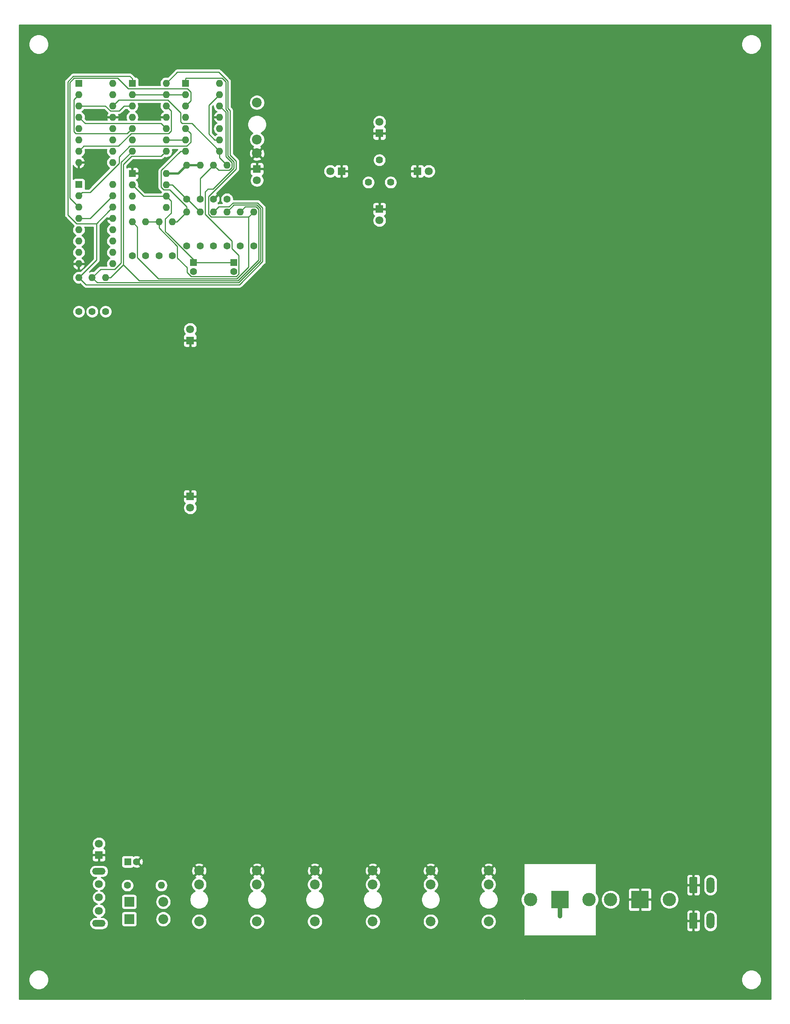
<source format=gbr>
G04 #@! TF.GenerationSoftware,KiCad,Pcbnew,(5.1.2-1)-1*
G04 #@! TF.CreationDate,2020-03-26T14:57:03-05:00*
G04 #@! TF.ProjectId,Knave+Death,4b6e6176-652b-4446-9561-74682e6b6963,rev?*
G04 #@! TF.SameCoordinates,Original*
G04 #@! TF.FileFunction,Copper,L1,Top*
G04 #@! TF.FilePolarity,Positive*
%FSLAX46Y46*%
G04 Gerber Fmt 4.6, Leading zero omitted, Abs format (unit mm)*
G04 Created by KiCad (PCBNEW (5.1.2-1)-1) date 2020-03-26 14:57:03*
%MOMM*%
%LPD*%
G04 APERTURE LIST*
%ADD10C,1.600000*%
%ADD11R,1.600000X1.600000*%
%ADD12C,1.620000*%
%ADD13O,1.600000X1.600000*%
%ADD14C,3.000000*%
%ADD15R,4.000000X4.000000*%
%ADD16R,1.800000X1.800000*%
%ADD17C,1.800000*%
%ADD18O,3.000000X1.500000*%
%ADD19R,2.200000X2.200000*%
%ADD20O,2.200000X2.200000*%
%ADD21C,2.200000*%
%ADD22C,0.100000*%
%ADD23O,1.800000X3.600000*%
%ADD24C,0.800000*%
%ADD25C,1.000000*%
%ADD26C,0.500000*%
%ADD27C,0.250000*%
%ADD28C,0.254000*%
G04 APERTURE END LIST*
D10*
X17000000Y-178500000D03*
D11*
X15000000Y-178500000D03*
D10*
X38800000Y-46000000D03*
D11*
X38800000Y-44000000D03*
D10*
X29750000Y-46000000D03*
D11*
X29750000Y-44000000D03*
D12*
X69000000Y-26000000D03*
X71500000Y-21000000D03*
X74000000Y-26000000D03*
D13*
X23620000Y-3750000D03*
X16000000Y-18990000D03*
X23620000Y-6290000D03*
X16000000Y-16450000D03*
X23620000Y-8830000D03*
X16000000Y-13910000D03*
X23620000Y-11370000D03*
X16000000Y-11370000D03*
X23620000Y-13910000D03*
X16000000Y-8830000D03*
X23620000Y-16450000D03*
X16000000Y-6290000D03*
X23620000Y-18990000D03*
D11*
X16000000Y-3750000D03*
D14*
X118600000Y-187000000D03*
X105400000Y-187000000D03*
D15*
X112000000Y-187000000D03*
X130000000Y-187000000D03*
D14*
X123400000Y-187000000D03*
X136600000Y-187000000D03*
D16*
X71500000Y-32000000D03*
D17*
X71500000Y-34540000D03*
X60460000Y-23500000D03*
D16*
X63000000Y-23500000D03*
X71500000Y-15000000D03*
D17*
X71500000Y-12460000D03*
D16*
X80000000Y-23500000D03*
D17*
X82540000Y-23500000D03*
D16*
X29000000Y-61500000D03*
D17*
X29000000Y-58960000D03*
X29000000Y-99040000D03*
D16*
X29000000Y-96500000D03*
D17*
X8500000Y-174460000D03*
D16*
X8500000Y-177000000D03*
D13*
X4000000Y-47380000D03*
D10*
X4000000Y-55000000D03*
X34250000Y-40250000D03*
D13*
X34250000Y-32630000D03*
X7000000Y-47380000D03*
D10*
X7000000Y-55000000D03*
X37250000Y-40250000D03*
D13*
X37250000Y-32630000D03*
D10*
X10000000Y-55000000D03*
D13*
X10000000Y-47380000D03*
X40250000Y-32630000D03*
D10*
X40250000Y-40250000D03*
D13*
X16000000Y-34880000D03*
D10*
X16000000Y-42500000D03*
X43250000Y-40250000D03*
D13*
X43250000Y-32630000D03*
D10*
X19000000Y-42500000D03*
D13*
X19000000Y-34880000D03*
X22000000Y-34880000D03*
D10*
X22000000Y-42500000D03*
D13*
X25000000Y-34880000D03*
D10*
X25000000Y-42500000D03*
X28250000Y-40250000D03*
D13*
X28250000Y-32630000D03*
D10*
X14895001Y-183825001D03*
D13*
X22515001Y-183825001D03*
X28250000Y-22130000D03*
D10*
X28250000Y-29750000D03*
D13*
X31250000Y-32630000D03*
D10*
X31250000Y-40250000D03*
D17*
X8500000Y-183500000D03*
X8500000Y-186500000D03*
X8500000Y-189500000D03*
D18*
X8500000Y-192350000D03*
X8500000Y-180650000D03*
D13*
X11620000Y-26500000D03*
X4000000Y-44280000D03*
X11620000Y-29040000D03*
X4000000Y-41740000D03*
X11620000Y-31580000D03*
X4000000Y-39200000D03*
X11620000Y-34120000D03*
X4000000Y-36660000D03*
X11620000Y-36660000D03*
X4000000Y-34120000D03*
X11620000Y-39200000D03*
X4000000Y-31580000D03*
X11620000Y-41740000D03*
X4000000Y-29040000D03*
X11620000Y-44280000D03*
D11*
X4000000Y-26500000D03*
X4000000Y-3750000D03*
D13*
X11620000Y-21530000D03*
X4000000Y-6290000D03*
X11620000Y-18990000D03*
X4000000Y-8830000D03*
X11620000Y-16450000D03*
X4000000Y-11370000D03*
X11620000Y-13910000D03*
X4000000Y-13910000D03*
X11620000Y-11370000D03*
X4000000Y-16450000D03*
X11620000Y-8830000D03*
X4000000Y-18990000D03*
X11620000Y-6290000D03*
X4000000Y-21530000D03*
X11620000Y-3750000D03*
D11*
X16000000Y-24000000D03*
D13*
X23620000Y-31620000D03*
X16000000Y-26540000D03*
X23620000Y-29080000D03*
X16000000Y-29080000D03*
X23620000Y-26540000D03*
X16000000Y-31620000D03*
X23620000Y-24000000D03*
D19*
X15325001Y-187500000D03*
D20*
X22945001Y-187500000D03*
X22945001Y-191375001D03*
D19*
X15325001Y-191375001D03*
D21*
X31000000Y-180520000D03*
X31000000Y-183620000D03*
X31000000Y-191920000D03*
X44000000Y-191920000D03*
X44000000Y-183620000D03*
X44000000Y-180520000D03*
X57000000Y-180520000D03*
X57000000Y-183620000D03*
X57000000Y-191920000D03*
X70000000Y-191920000D03*
X70000000Y-183620000D03*
X70000000Y-180520000D03*
X83000000Y-180520000D03*
X83000000Y-183620000D03*
X83000000Y-191920000D03*
X96000000Y-191920000D03*
X96000000Y-183620000D03*
X96000000Y-180520000D03*
D16*
X44000000Y-23000000D03*
D17*
X44000000Y-25540000D03*
D22*
G36*
X142674504Y-189951204D02*
G01*
X142698773Y-189954804D01*
X142722571Y-189960765D01*
X142745671Y-189969030D01*
X142767849Y-189979520D01*
X142788893Y-189992133D01*
X142808598Y-190006747D01*
X142826777Y-190023223D01*
X142843253Y-190041402D01*
X142857867Y-190061107D01*
X142870480Y-190082151D01*
X142880970Y-190104329D01*
X142889235Y-190127429D01*
X142895196Y-190151227D01*
X142898796Y-190175496D01*
X142900000Y-190200000D01*
X142900000Y-193300000D01*
X142898796Y-193324504D01*
X142895196Y-193348773D01*
X142889235Y-193372571D01*
X142880970Y-193395671D01*
X142870480Y-193417849D01*
X142857867Y-193438893D01*
X142843253Y-193458598D01*
X142826777Y-193476777D01*
X142808598Y-193493253D01*
X142788893Y-193507867D01*
X142767849Y-193520480D01*
X142745671Y-193530970D01*
X142722571Y-193539235D01*
X142698773Y-193545196D01*
X142674504Y-193548796D01*
X142650000Y-193550000D01*
X141350000Y-193550000D01*
X141325496Y-193548796D01*
X141301227Y-193545196D01*
X141277429Y-193539235D01*
X141254329Y-193530970D01*
X141232151Y-193520480D01*
X141211107Y-193507867D01*
X141191402Y-193493253D01*
X141173223Y-193476777D01*
X141156747Y-193458598D01*
X141142133Y-193438893D01*
X141129520Y-193417849D01*
X141119030Y-193395671D01*
X141110765Y-193372571D01*
X141104804Y-193348773D01*
X141101204Y-193324504D01*
X141100000Y-193300000D01*
X141100000Y-190200000D01*
X141101204Y-190175496D01*
X141104804Y-190151227D01*
X141110765Y-190127429D01*
X141119030Y-190104329D01*
X141129520Y-190082151D01*
X141142133Y-190061107D01*
X141156747Y-190041402D01*
X141173223Y-190023223D01*
X141191402Y-190006747D01*
X141211107Y-189992133D01*
X141232151Y-189979520D01*
X141254329Y-189969030D01*
X141277429Y-189960765D01*
X141301227Y-189954804D01*
X141325496Y-189951204D01*
X141350000Y-189950000D01*
X142650000Y-189950000D01*
X142674504Y-189951204D01*
X142674504Y-189951204D01*
G37*
D17*
X142000000Y-191750000D03*
D23*
X145810000Y-191750000D03*
D21*
X44000000Y-19480000D03*
X44000000Y-16380000D03*
X44000000Y-8080000D03*
D23*
X145810000Y-183750000D03*
D22*
G36*
X142674504Y-181951204D02*
G01*
X142698773Y-181954804D01*
X142722571Y-181960765D01*
X142745671Y-181969030D01*
X142767849Y-181979520D01*
X142788893Y-181992133D01*
X142808598Y-182006747D01*
X142826777Y-182023223D01*
X142843253Y-182041402D01*
X142857867Y-182061107D01*
X142870480Y-182082151D01*
X142880970Y-182104329D01*
X142889235Y-182127429D01*
X142895196Y-182151227D01*
X142898796Y-182175496D01*
X142900000Y-182200000D01*
X142900000Y-185300000D01*
X142898796Y-185324504D01*
X142895196Y-185348773D01*
X142889235Y-185372571D01*
X142880970Y-185395671D01*
X142870480Y-185417849D01*
X142857867Y-185438893D01*
X142843253Y-185458598D01*
X142826777Y-185476777D01*
X142808598Y-185493253D01*
X142788893Y-185507867D01*
X142767849Y-185520480D01*
X142745671Y-185530970D01*
X142722571Y-185539235D01*
X142698773Y-185545196D01*
X142674504Y-185548796D01*
X142650000Y-185550000D01*
X141350000Y-185550000D01*
X141325496Y-185548796D01*
X141301227Y-185545196D01*
X141277429Y-185539235D01*
X141254329Y-185530970D01*
X141232151Y-185520480D01*
X141211107Y-185507867D01*
X141191402Y-185493253D01*
X141173223Y-185476777D01*
X141156747Y-185458598D01*
X141142133Y-185438893D01*
X141129520Y-185417849D01*
X141119030Y-185395671D01*
X141110765Y-185372571D01*
X141104804Y-185348773D01*
X141101204Y-185324504D01*
X141100000Y-185300000D01*
X141100000Y-182200000D01*
X141101204Y-182175496D01*
X141104804Y-182151227D01*
X141110765Y-182127429D01*
X141119030Y-182104329D01*
X141129520Y-182082151D01*
X141142133Y-182061107D01*
X141156747Y-182041402D01*
X141173223Y-182023223D01*
X141191402Y-182006747D01*
X141211107Y-181992133D01*
X141232151Y-181979520D01*
X141254329Y-181969030D01*
X141277429Y-181960765D01*
X141301227Y-181954804D01*
X141325496Y-181951204D01*
X141350000Y-181950000D01*
X142650000Y-181950000D01*
X142674504Y-181951204D01*
X142674504Y-181951204D01*
G37*
D17*
X142000000Y-183750000D03*
D22*
G36*
X142674504Y-181951204D02*
G01*
X142698773Y-181954804D01*
X142722571Y-181960765D01*
X142745671Y-181969030D01*
X142767849Y-181979520D01*
X142788893Y-181992133D01*
X142808598Y-182006747D01*
X142826777Y-182023223D01*
X142843253Y-182041402D01*
X142857867Y-182061107D01*
X142870480Y-182082151D01*
X142880970Y-182104329D01*
X142889235Y-182127429D01*
X142895196Y-182151227D01*
X142898796Y-182175496D01*
X142900000Y-182200000D01*
X142900000Y-185300000D01*
X142898796Y-185324504D01*
X142895196Y-185348773D01*
X142889235Y-185372571D01*
X142880970Y-185395671D01*
X142870480Y-185417849D01*
X142857867Y-185438893D01*
X142843253Y-185458598D01*
X142826777Y-185476777D01*
X142808598Y-185493253D01*
X142788893Y-185507867D01*
X142767849Y-185520480D01*
X142745671Y-185530970D01*
X142722571Y-185539235D01*
X142698773Y-185545196D01*
X142674504Y-185548796D01*
X142650000Y-185550000D01*
X141350000Y-185550000D01*
X141325496Y-185548796D01*
X141301227Y-185545196D01*
X141277429Y-185539235D01*
X141254329Y-185530970D01*
X141232151Y-185520480D01*
X141211107Y-185507867D01*
X141191402Y-185493253D01*
X141173223Y-185476777D01*
X141156747Y-185458598D01*
X141142133Y-185438893D01*
X141129520Y-185417849D01*
X141119030Y-185395671D01*
X141110765Y-185372571D01*
X141104804Y-185348773D01*
X141101204Y-185324504D01*
X141100000Y-185300000D01*
X141100000Y-182200000D01*
X141101204Y-182175496D01*
X141104804Y-182151227D01*
X141110765Y-182127429D01*
X141119030Y-182104329D01*
X141129520Y-182082151D01*
X141142133Y-182061107D01*
X141156747Y-182041402D01*
X141173223Y-182023223D01*
X141191402Y-182006747D01*
X141211107Y-181992133D01*
X141232151Y-181979520D01*
X141254329Y-181969030D01*
X141277429Y-181960765D01*
X141301227Y-181954804D01*
X141325496Y-181951204D01*
X141350000Y-181950000D01*
X142650000Y-181950000D01*
X142674504Y-181951204D01*
X142674504Y-181951204D01*
G37*
D17*
X142000000Y-183750000D03*
D23*
X145810000Y-183750000D03*
X145810000Y-191750000D03*
D22*
G36*
X142674504Y-189951204D02*
G01*
X142698773Y-189954804D01*
X142722571Y-189960765D01*
X142745671Y-189969030D01*
X142767849Y-189979520D01*
X142788893Y-189992133D01*
X142808598Y-190006747D01*
X142826777Y-190023223D01*
X142843253Y-190041402D01*
X142857867Y-190061107D01*
X142870480Y-190082151D01*
X142880970Y-190104329D01*
X142889235Y-190127429D01*
X142895196Y-190151227D01*
X142898796Y-190175496D01*
X142900000Y-190200000D01*
X142900000Y-193300000D01*
X142898796Y-193324504D01*
X142895196Y-193348773D01*
X142889235Y-193372571D01*
X142880970Y-193395671D01*
X142870480Y-193417849D01*
X142857867Y-193438893D01*
X142843253Y-193458598D01*
X142826777Y-193476777D01*
X142808598Y-193493253D01*
X142788893Y-193507867D01*
X142767849Y-193520480D01*
X142745671Y-193530970D01*
X142722571Y-193539235D01*
X142698773Y-193545196D01*
X142674504Y-193548796D01*
X142650000Y-193550000D01*
X141350000Y-193550000D01*
X141325496Y-193548796D01*
X141301227Y-193545196D01*
X141277429Y-193539235D01*
X141254329Y-193530970D01*
X141232151Y-193520480D01*
X141211107Y-193507867D01*
X141191402Y-193493253D01*
X141173223Y-193476777D01*
X141156747Y-193458598D01*
X141142133Y-193438893D01*
X141129520Y-193417849D01*
X141119030Y-193395671D01*
X141110765Y-193372571D01*
X141104804Y-193348773D01*
X141101204Y-193324504D01*
X141100000Y-193300000D01*
X141100000Y-190200000D01*
X141101204Y-190175496D01*
X141104804Y-190151227D01*
X141110765Y-190127429D01*
X141119030Y-190104329D01*
X141129520Y-190082151D01*
X141142133Y-190061107D01*
X141156747Y-190041402D01*
X141173223Y-190023223D01*
X141191402Y-190006747D01*
X141211107Y-189992133D01*
X141232151Y-189979520D01*
X141254329Y-189969030D01*
X141277429Y-189960765D01*
X141301227Y-189954804D01*
X141325496Y-189951204D01*
X141350000Y-189950000D01*
X142650000Y-189950000D01*
X142674504Y-189951204D01*
X142674504Y-189951204D01*
G37*
D17*
X142000000Y-191750000D03*
D10*
X37250000Y-29750000D03*
D13*
X37250000Y-22130000D03*
D10*
X31250000Y-29750000D03*
D13*
X31250000Y-22130000D03*
X34250000Y-22130000D03*
D10*
X34250000Y-29750000D03*
D11*
X28000000Y-3750000D03*
D13*
X35620000Y-18990000D03*
X28000000Y-6290000D03*
X35620000Y-16450000D03*
X28000000Y-8830000D03*
X35620000Y-13910000D03*
X28000000Y-11370000D03*
X35620000Y-11370000D03*
X28000000Y-13910000D03*
X35620000Y-8830000D03*
X28000000Y-16450000D03*
X35620000Y-6290000D03*
X28000000Y-18990000D03*
X35620000Y-3750000D03*
D24*
X112000000Y-190750000D03*
D25*
X112000000Y-187000000D02*
X112000000Y-190750000D01*
D26*
X26380000Y-24000000D02*
X28250000Y-22130000D01*
X23620000Y-24000000D02*
X26380000Y-24000000D01*
X28250000Y-22130000D02*
X31250000Y-22130000D01*
D27*
X23620000Y-29080000D02*
X24745001Y-30205001D01*
X16000000Y-26540000D02*
X18540000Y-29080000D01*
X18540000Y-29080000D02*
X23620000Y-29080000D01*
X23424989Y-37024989D02*
X24075000Y-37675000D01*
X23424989Y-34188601D02*
X23424989Y-37024989D01*
X24745001Y-32868589D02*
X23424989Y-34188601D01*
X24745001Y-30205001D02*
X24745001Y-32868589D01*
X23874999Y-37474999D02*
X24075000Y-37675000D01*
X29750000Y-43350000D02*
X29750000Y-44000000D01*
X24075000Y-37675000D02*
X29750000Y-43350000D01*
X29750000Y-44000000D02*
X38800000Y-44000000D01*
X1524970Y-33309972D02*
X3459999Y-35245001D01*
X2753598Y-2174990D02*
X1524970Y-3403618D01*
X15474989Y-2174989D02*
X2753598Y-2174990D01*
X3459999Y-35245001D02*
X7954999Y-35245001D01*
X1524970Y-3403618D02*
X1524970Y-33309972D01*
X16000000Y-2700000D02*
X15474989Y-2174989D01*
X10820001Y-32379999D02*
X11620000Y-31580000D01*
X7954999Y-35245001D02*
X10820001Y-32379999D01*
X16000000Y-3750000D02*
X16000000Y-2700000D01*
X7954999Y-43425001D02*
X4000000Y-47380000D01*
X7954999Y-35245001D02*
X7954999Y-43425001D01*
X35375001Y-31504999D02*
X34250000Y-32630000D01*
X37738591Y-31504999D02*
X35375001Y-31504999D01*
X38638612Y-30604980D02*
X37738591Y-31504999D01*
X45275021Y-31717199D02*
X44162803Y-30604981D01*
X45275021Y-43770619D02*
X45275021Y-31717199D01*
X5595028Y-48975028D02*
X40070612Y-48975028D01*
X40070612Y-48975028D02*
X45275021Y-43770619D01*
X44162803Y-30604981D02*
X38638612Y-30604980D01*
X4000000Y-47380000D02*
X5595028Y-48975028D01*
X16000000Y-18990000D02*
X13500000Y-21490000D01*
X13500000Y-44065002D02*
X12065002Y-45500000D01*
X13500000Y-21490000D02*
X13500000Y-44065002D01*
X8880000Y-45500000D02*
X7000000Y-47380000D01*
X12065002Y-45500000D02*
X8880000Y-45500000D01*
X44825011Y-31903599D02*
X43976402Y-31054990D01*
X43976402Y-31054990D02*
X38825011Y-31054989D01*
X44825011Y-43584219D02*
X44825011Y-31903599D01*
X39884211Y-48525019D02*
X44825011Y-43584219D01*
X38825011Y-31054989D02*
X37250000Y-32630000D01*
X8145019Y-48525019D02*
X39884211Y-48525019D01*
X7000000Y-47380000D02*
X8145019Y-48525019D01*
X11131370Y-47380000D02*
X14000000Y-44511370D01*
X10000000Y-47380000D02*
X11131370Y-47380000D01*
X22820001Y-19789999D02*
X23620000Y-18990000D01*
X15884999Y-20115001D02*
X22494999Y-20115001D01*
X22494999Y-20115001D02*
X22820001Y-19789999D01*
X14000000Y-22000000D02*
X15884999Y-20115001D01*
X14000000Y-37600000D02*
X14000000Y-22000000D01*
X14000000Y-44511370D02*
X14000000Y-37600000D01*
X40250000Y-32630000D02*
X41375001Y-31504999D01*
X41375001Y-31504999D02*
X43790001Y-31504999D01*
X43790001Y-31504999D02*
X44375001Y-32089999D01*
X44375001Y-43226411D02*
X44375001Y-43124999D01*
X44375001Y-32089999D02*
X44375001Y-43124999D01*
X44375001Y-43397819D02*
X44375001Y-43124999D01*
X17575010Y-48075010D02*
X39697810Y-48075010D01*
X15025001Y-45525001D02*
X17575010Y-48075010D01*
X15013631Y-45525001D02*
X15025001Y-45525001D01*
X39697810Y-48075010D02*
X44375001Y-43397819D01*
X14000000Y-44511370D02*
X15013631Y-45525001D01*
X43250000Y-32630000D02*
X42124999Y-33755001D01*
X42124999Y-44840003D02*
X42124999Y-33755001D01*
X42124999Y-45011411D02*
X42124999Y-44840003D01*
X39511409Y-47625001D02*
X42124999Y-45011411D01*
X21875001Y-47625001D02*
X39511409Y-47625001D01*
X17125001Y-42875001D02*
X21875001Y-47625001D01*
X17125001Y-36005001D02*
X17125001Y-42875001D01*
X16000000Y-34880000D02*
X17125001Y-36005001D01*
X33709999Y-33755001D02*
X42124999Y-33755001D01*
X33124999Y-29192823D02*
X33124999Y-33170001D01*
X26120000Y-1250000D02*
X35421412Y-1250000D01*
X37920020Y-19862198D02*
X39290716Y-21232894D01*
X23620000Y-3750000D02*
X26120000Y-1250000D01*
X39290716Y-23027106D02*
X33124999Y-29192823D01*
X39290716Y-21232894D02*
X39290716Y-23027106D01*
X37920020Y-9857200D02*
X37920020Y-19862198D01*
X37467511Y-9404691D02*
X37920020Y-9857200D01*
X37467511Y-3296099D02*
X37467511Y-9404691D01*
X35421412Y-1250000D02*
X37467511Y-3296099D01*
X33124999Y-33170001D02*
X33709999Y-33755001D01*
X19000000Y-34880000D02*
X22000000Y-34880000D01*
X28075001Y-2624999D02*
X36160001Y-2624999D01*
X28000000Y-2700000D02*
X28075001Y-2624999D01*
X28000000Y-3750000D02*
X28000000Y-2700000D01*
X37017501Y-9017501D02*
X37017501Y-3482499D01*
X36160001Y-2624999D02*
X37017501Y-3482499D01*
X37470010Y-10043600D02*
X37017501Y-9591091D01*
X37470010Y-20048598D02*
X37470010Y-10043600D01*
X38840706Y-21419294D02*
X37470010Y-20048598D01*
X38840706Y-22840706D02*
X38840706Y-21419294D01*
X33000000Y-27500000D02*
X34181412Y-27500000D01*
X38375001Y-39170001D02*
X32375001Y-33170001D01*
X34181412Y-27500000D02*
X38840706Y-22840706D01*
X28289999Y-46205001D02*
X29209999Y-47125001D01*
X38375001Y-40875001D02*
X38375001Y-39170001D01*
X26125001Y-42960003D02*
X28289999Y-45125001D01*
X39925001Y-46574999D02*
X39925001Y-42425001D01*
X37017501Y-9591091D02*
X37017501Y-9017501D01*
X32375001Y-28124999D02*
X33000000Y-27500000D01*
X32375001Y-33170001D02*
X32375001Y-28124999D01*
X29209999Y-47125001D02*
X39374999Y-47125001D01*
X39374999Y-47125001D02*
X39925001Y-46574999D01*
X26125001Y-40361411D02*
X26125001Y-42960003D01*
X39925001Y-42425001D02*
X38375001Y-40875001D01*
X28289999Y-45125001D02*
X28289999Y-46205001D01*
X22000000Y-34880000D02*
X22000000Y-36236410D01*
X22000000Y-36236410D02*
X26125001Y-40361411D01*
X26000000Y-34880000D02*
X25000000Y-34880000D01*
X28250000Y-32630000D02*
X26000000Y-34880000D01*
X24416371Y-27665001D02*
X23079999Y-27665001D01*
X22494999Y-27080001D02*
X22494999Y-23363631D01*
X23079999Y-27665001D02*
X22494999Y-27080001D01*
X26868630Y-18990000D02*
X28000000Y-18990000D01*
X28250000Y-31498630D02*
X24416371Y-27665001D01*
X22494999Y-23363631D02*
X26868630Y-18990000D01*
X28250000Y-32630000D02*
X28250000Y-31498630D01*
X24419999Y-9629999D02*
X23620000Y-8830000D01*
X24745001Y-9955001D02*
X24419999Y-9629999D01*
X24745001Y-14450001D02*
X24745001Y-9955001D01*
X15749997Y-15035001D02*
X24160001Y-15035001D01*
X24160001Y-15035001D02*
X24745001Y-14450001D01*
X12919999Y-17864999D02*
X15749997Y-15035001D01*
X5125001Y-17864999D02*
X12919999Y-17864999D01*
X4000000Y-18990000D02*
X5125001Y-17864999D01*
X15200001Y-14709999D02*
X16000000Y-13910000D01*
X3285001Y-15035001D02*
X14874999Y-15035001D01*
X14874999Y-15035001D02*
X15200001Y-14709999D01*
X2874999Y-14624999D02*
X3285001Y-15035001D01*
X2874999Y-7415001D02*
X2874999Y-14624999D01*
X4000000Y-6290000D02*
X2874999Y-7415001D01*
X22820001Y-13110001D02*
X23620000Y-13910000D01*
X22494999Y-12784999D02*
X22820001Y-13110001D01*
X5414999Y-12784999D02*
X22494999Y-12784999D01*
X4000000Y-11370000D02*
X5414999Y-12784999D01*
X11079999Y-9955001D02*
X13044999Y-9955001D01*
X9954998Y-8830000D02*
X11079999Y-9955001D01*
X4000000Y-8830000D02*
X9954998Y-8830000D01*
X14170000Y-8830000D02*
X16000000Y-8830000D01*
X13044999Y-9955001D02*
X14170000Y-8830000D01*
X6540000Y-34120000D02*
X11620000Y-29040000D01*
X4000000Y-34120000D02*
X6540000Y-34120000D01*
X12689997Y-2624999D02*
X15064998Y-5000000D01*
X2939999Y-2624999D02*
X12689997Y-2624999D01*
X1974980Y-3590018D02*
X2939999Y-2624999D01*
X1974980Y-29554980D02*
X1974980Y-3590018D01*
X4000000Y-31580000D02*
X1974980Y-29554980D01*
X28799999Y-8030001D02*
X28000000Y-8830000D01*
X29125001Y-7704999D02*
X28799999Y-8030001D01*
X28375002Y-5000000D02*
X29125001Y-5749999D01*
X29125001Y-5749999D02*
X29125001Y-7704999D01*
X15064998Y-5000000D02*
X28375002Y-5000000D01*
X29125001Y-16990001D02*
X29125001Y-15035001D01*
X15459999Y-17864999D02*
X28250003Y-17864999D01*
X13049990Y-20275008D02*
X15459999Y-17864999D01*
X6509999Y-28240001D02*
X13049990Y-21700010D01*
X28799999Y-14709999D02*
X28000000Y-13910000D01*
X29125001Y-15035001D02*
X28799999Y-14709999D01*
X13049990Y-21700010D02*
X13049990Y-20275008D01*
X4799999Y-28240001D02*
X6509999Y-28240001D01*
X28250003Y-17864999D02*
X29125001Y-16990001D01*
X4000000Y-29040000D02*
X4799999Y-28240001D01*
X28370000Y-29750000D02*
X28250000Y-29750000D01*
X31250000Y-32630000D02*
X28370000Y-29750000D01*
X25040000Y-26540000D02*
X23620000Y-26540000D01*
X28250000Y-29750000D02*
X25040000Y-26540000D01*
X35620000Y-18990000D02*
X29414999Y-12784999D01*
X26874999Y-10419997D02*
X26874999Y-12444997D01*
X23955002Y-7500000D02*
X26874999Y-10419997D01*
X12950000Y-7500000D02*
X23955002Y-7500000D01*
X26874999Y-12444997D02*
X27215001Y-12784999D01*
X11620000Y-8830000D02*
X12950000Y-7500000D01*
X29414999Y-12784999D02*
X27215001Y-12784999D01*
X35620000Y-20500000D02*
X37250000Y-22130000D01*
X35620000Y-18990000D02*
X35620000Y-20500000D01*
X16000000Y-6290000D02*
X23620000Y-6290000D01*
X23620000Y-6290000D02*
X28000000Y-6290000D01*
X23620000Y-16450000D02*
X28000000Y-16450000D01*
X34488630Y-16450000D02*
X33200000Y-15161370D01*
X35620000Y-16450000D02*
X34488630Y-16450000D01*
X33200000Y-8710000D02*
X35620000Y-6290000D01*
X33200000Y-15161370D02*
X33200000Y-8710000D01*
X31250000Y-25130000D02*
X34250000Y-22130000D01*
X31250000Y-29750000D02*
X31250000Y-25130000D01*
X35620000Y-8830000D02*
X37020000Y-10230000D01*
X35049999Y-22929999D02*
X34250000Y-22130000D01*
X38375001Y-21589999D02*
X38375001Y-22670001D01*
X35375001Y-23255001D02*
X35049999Y-22929999D01*
X38375001Y-22670001D02*
X37790001Y-23255001D01*
X37020000Y-20234998D02*
X38375001Y-21589999D01*
X37790001Y-23255001D02*
X35375001Y-23255001D01*
X37020000Y-10230000D02*
X37020000Y-20234998D01*
D28*
G36*
X159340000Y-209340000D02*
G01*
X104127000Y-209340000D01*
X104127000Y-204779872D01*
X152765000Y-204779872D01*
X152765000Y-205220128D01*
X152850890Y-205651925D01*
X153019369Y-206058669D01*
X153263962Y-206424729D01*
X153575271Y-206736038D01*
X153941331Y-206980631D01*
X154348075Y-207149110D01*
X154779872Y-207235000D01*
X155220128Y-207235000D01*
X155651925Y-207149110D01*
X156058669Y-206980631D01*
X156424729Y-206736038D01*
X156736038Y-206424729D01*
X156980631Y-206058669D01*
X157149110Y-205651925D01*
X157235000Y-205220128D01*
X157235000Y-204779872D01*
X157149110Y-204348075D01*
X156980631Y-203941331D01*
X156736038Y-203575271D01*
X156424729Y-203263962D01*
X156058669Y-203019369D01*
X155651925Y-202850890D01*
X155220128Y-202765000D01*
X154779872Y-202765000D01*
X154348075Y-202850890D01*
X153941331Y-203019369D01*
X153575271Y-203263962D01*
X153263962Y-203575271D01*
X153019369Y-203941331D01*
X152850890Y-204348075D01*
X152765000Y-204779872D01*
X104127000Y-204779872D01*
X104127000Y-195127000D01*
X120000000Y-195127000D01*
X120024776Y-195124560D01*
X120048601Y-195117333D01*
X120070557Y-195105597D01*
X120089803Y-195089803D01*
X120105597Y-195070557D01*
X120117333Y-195048601D01*
X120124560Y-195024776D01*
X120127000Y-195000000D01*
X120127000Y-193550000D01*
X140461928Y-193550000D01*
X140474188Y-193674482D01*
X140510498Y-193794180D01*
X140569463Y-193904494D01*
X140648815Y-194001185D01*
X140745506Y-194080537D01*
X140855820Y-194139502D01*
X140975518Y-194175812D01*
X141100000Y-194188072D01*
X141714250Y-194185000D01*
X141873000Y-194026250D01*
X141873000Y-191877000D01*
X142127000Y-191877000D01*
X142127000Y-194026250D01*
X142285750Y-194185000D01*
X142900000Y-194188072D01*
X143024482Y-194175812D01*
X143144180Y-194139502D01*
X143254494Y-194080537D01*
X143351185Y-194001185D01*
X143430537Y-193904494D01*
X143489502Y-193794180D01*
X143525812Y-193674482D01*
X143538072Y-193550000D01*
X143535000Y-192035750D01*
X143376250Y-191877000D01*
X142127000Y-191877000D01*
X141873000Y-191877000D01*
X140623750Y-191877000D01*
X140465000Y-192035750D01*
X140461928Y-193550000D01*
X120127000Y-193550000D01*
X120127000Y-189950000D01*
X140461928Y-189950000D01*
X140465000Y-191464250D01*
X140623750Y-191623000D01*
X141873000Y-191623000D01*
X141873000Y-189473750D01*
X142127000Y-189473750D01*
X142127000Y-191623000D01*
X143376250Y-191623000D01*
X143535000Y-191464250D01*
X143536399Y-190774593D01*
X144275000Y-190774593D01*
X144275000Y-192725408D01*
X144297211Y-192950913D01*
X144384984Y-193240261D01*
X144527520Y-193506927D01*
X144719340Y-193740661D01*
X144953074Y-193932481D01*
X145219740Y-194075017D01*
X145509088Y-194162790D01*
X145810000Y-194192427D01*
X146110913Y-194162790D01*
X146400261Y-194075017D01*
X146666927Y-193932481D01*
X146900661Y-193740661D01*
X147092481Y-193506927D01*
X147235017Y-193240261D01*
X147322790Y-192950913D01*
X147345000Y-192725408D01*
X147345000Y-190774592D01*
X147322790Y-190549087D01*
X147235017Y-190259739D01*
X147092481Y-189993073D01*
X146900661Y-189759339D01*
X146666926Y-189567519D01*
X146400260Y-189424983D01*
X146110912Y-189337210D01*
X145810000Y-189307573D01*
X145509087Y-189337210D01*
X145219739Y-189424983D01*
X144953073Y-189567519D01*
X144719339Y-189759339D01*
X144527519Y-189993074D01*
X144384983Y-190259740D01*
X144297210Y-190549088D01*
X144275000Y-190774593D01*
X143536399Y-190774593D01*
X143538072Y-189950000D01*
X143525812Y-189825518D01*
X143489502Y-189705820D01*
X143430537Y-189595506D01*
X143351185Y-189498815D01*
X143254494Y-189419463D01*
X143144180Y-189360498D01*
X143024482Y-189324188D01*
X142900000Y-189311928D01*
X142285750Y-189315000D01*
X142127000Y-189473750D01*
X141873000Y-189473750D01*
X141714250Y-189315000D01*
X141100000Y-189311928D01*
X140975518Y-189324188D01*
X140855820Y-189360498D01*
X140745506Y-189419463D01*
X140648815Y-189498815D01*
X140569463Y-189595506D01*
X140510498Y-189705820D01*
X140474188Y-189825518D01*
X140461928Y-189950000D01*
X120127000Y-189950000D01*
X120127000Y-188492346D01*
X120258363Y-188360983D01*
X120492012Y-188011302D01*
X120652953Y-187622756D01*
X120735000Y-187210279D01*
X120735000Y-186789721D01*
X121265000Y-186789721D01*
X121265000Y-187210279D01*
X121347047Y-187622756D01*
X121507988Y-188011302D01*
X121741637Y-188360983D01*
X122039017Y-188658363D01*
X122388698Y-188892012D01*
X122777244Y-189052953D01*
X123189721Y-189135000D01*
X123610279Y-189135000D01*
X124022756Y-189052953D01*
X124150595Y-189000000D01*
X127361928Y-189000000D01*
X127374188Y-189124482D01*
X127410498Y-189244180D01*
X127469463Y-189354494D01*
X127548815Y-189451185D01*
X127645506Y-189530537D01*
X127755820Y-189589502D01*
X127875518Y-189625812D01*
X128000000Y-189638072D01*
X129714250Y-189635000D01*
X129873000Y-189476250D01*
X129873000Y-187127000D01*
X130127000Y-187127000D01*
X130127000Y-189476250D01*
X130285750Y-189635000D01*
X132000000Y-189638072D01*
X132124482Y-189625812D01*
X132244180Y-189589502D01*
X132354494Y-189530537D01*
X132451185Y-189451185D01*
X132530537Y-189354494D01*
X132589502Y-189244180D01*
X132625812Y-189124482D01*
X132638072Y-189000000D01*
X132635000Y-187285750D01*
X132476250Y-187127000D01*
X130127000Y-187127000D01*
X129873000Y-187127000D01*
X127523750Y-187127000D01*
X127365000Y-187285750D01*
X127361928Y-189000000D01*
X124150595Y-189000000D01*
X124411302Y-188892012D01*
X124760983Y-188658363D01*
X125058363Y-188360983D01*
X125292012Y-188011302D01*
X125452953Y-187622756D01*
X125535000Y-187210279D01*
X125535000Y-186789721D01*
X125452953Y-186377244D01*
X125292012Y-185988698D01*
X125058363Y-185639017D01*
X124760983Y-185341637D01*
X124411302Y-185107988D01*
X124150596Y-185000000D01*
X127361928Y-185000000D01*
X127365000Y-186714250D01*
X127523750Y-186873000D01*
X129873000Y-186873000D01*
X129873000Y-184523750D01*
X130127000Y-184523750D01*
X130127000Y-186873000D01*
X132476250Y-186873000D01*
X132559529Y-186789721D01*
X134465000Y-186789721D01*
X134465000Y-187210279D01*
X134547047Y-187622756D01*
X134707988Y-188011302D01*
X134941637Y-188360983D01*
X135239017Y-188658363D01*
X135588698Y-188892012D01*
X135977244Y-189052953D01*
X136389721Y-189135000D01*
X136810279Y-189135000D01*
X137222756Y-189052953D01*
X137611302Y-188892012D01*
X137960983Y-188658363D01*
X138258363Y-188360983D01*
X138492012Y-188011302D01*
X138652953Y-187622756D01*
X138735000Y-187210279D01*
X138735000Y-186789721D01*
X138652953Y-186377244D01*
X138492012Y-185988698D01*
X138258363Y-185639017D01*
X138169346Y-185550000D01*
X140461928Y-185550000D01*
X140474188Y-185674482D01*
X140510498Y-185794180D01*
X140569463Y-185904494D01*
X140648815Y-186001185D01*
X140745506Y-186080537D01*
X140855820Y-186139502D01*
X140975518Y-186175812D01*
X141100000Y-186188072D01*
X141714250Y-186185000D01*
X141873000Y-186026250D01*
X141873000Y-183877000D01*
X142127000Y-183877000D01*
X142127000Y-186026250D01*
X142285750Y-186185000D01*
X142900000Y-186188072D01*
X143024482Y-186175812D01*
X143144180Y-186139502D01*
X143254494Y-186080537D01*
X143351185Y-186001185D01*
X143430537Y-185904494D01*
X143489502Y-185794180D01*
X143525812Y-185674482D01*
X143538072Y-185550000D01*
X143535000Y-184035750D01*
X143376250Y-183877000D01*
X142127000Y-183877000D01*
X141873000Y-183877000D01*
X140623750Y-183877000D01*
X140465000Y-184035750D01*
X140461928Y-185550000D01*
X138169346Y-185550000D01*
X137960983Y-185341637D01*
X137611302Y-185107988D01*
X137222756Y-184947047D01*
X136810279Y-184865000D01*
X136389721Y-184865000D01*
X135977244Y-184947047D01*
X135588698Y-185107988D01*
X135239017Y-185341637D01*
X134941637Y-185639017D01*
X134707988Y-185988698D01*
X134547047Y-186377244D01*
X134465000Y-186789721D01*
X132559529Y-186789721D01*
X132635000Y-186714250D01*
X132638072Y-185000000D01*
X132625812Y-184875518D01*
X132589502Y-184755820D01*
X132530537Y-184645506D01*
X132451185Y-184548815D01*
X132354494Y-184469463D01*
X132244180Y-184410498D01*
X132124482Y-184374188D01*
X132000000Y-184361928D01*
X130285750Y-184365000D01*
X130127000Y-184523750D01*
X129873000Y-184523750D01*
X129714250Y-184365000D01*
X128000000Y-184361928D01*
X127875518Y-184374188D01*
X127755820Y-184410498D01*
X127645506Y-184469463D01*
X127548815Y-184548815D01*
X127469463Y-184645506D01*
X127410498Y-184755820D01*
X127374188Y-184875518D01*
X127361928Y-185000000D01*
X124150596Y-185000000D01*
X124022756Y-184947047D01*
X123610279Y-184865000D01*
X123189721Y-184865000D01*
X122777244Y-184947047D01*
X122388698Y-185107988D01*
X122039017Y-185341637D01*
X121741637Y-185639017D01*
X121507988Y-185988698D01*
X121347047Y-186377244D01*
X121265000Y-186789721D01*
X120735000Y-186789721D01*
X120652953Y-186377244D01*
X120492012Y-185988698D01*
X120258363Y-185639017D01*
X120127000Y-185507654D01*
X120127000Y-181950000D01*
X140461928Y-181950000D01*
X140465000Y-183464250D01*
X140623750Y-183623000D01*
X141873000Y-183623000D01*
X141873000Y-181473750D01*
X142127000Y-181473750D01*
X142127000Y-183623000D01*
X143376250Y-183623000D01*
X143535000Y-183464250D01*
X143536399Y-182774593D01*
X144275000Y-182774593D01*
X144275000Y-184725408D01*
X144297211Y-184950913D01*
X144384984Y-185240261D01*
X144527520Y-185506927D01*
X144719340Y-185740661D01*
X144953074Y-185932481D01*
X145219740Y-186075017D01*
X145509088Y-186162790D01*
X145810000Y-186192427D01*
X146110913Y-186162790D01*
X146400261Y-186075017D01*
X146666927Y-185932481D01*
X146900661Y-185740661D01*
X147092481Y-185506927D01*
X147235017Y-185240261D01*
X147322790Y-184950913D01*
X147345000Y-184725408D01*
X147345000Y-182774592D01*
X147322790Y-182549087D01*
X147235017Y-182259739D01*
X147092481Y-181993073D01*
X146900661Y-181759339D01*
X146666926Y-181567519D01*
X146400260Y-181424983D01*
X146110912Y-181337210D01*
X145810000Y-181307573D01*
X145509087Y-181337210D01*
X145219739Y-181424983D01*
X144953073Y-181567519D01*
X144719339Y-181759339D01*
X144527519Y-181993074D01*
X144384983Y-182259740D01*
X144297210Y-182549088D01*
X144275000Y-182774593D01*
X143536399Y-182774593D01*
X143538072Y-181950000D01*
X143525812Y-181825518D01*
X143489502Y-181705820D01*
X143430537Y-181595506D01*
X143351185Y-181498815D01*
X143254494Y-181419463D01*
X143144180Y-181360498D01*
X143024482Y-181324188D01*
X142900000Y-181311928D01*
X142285750Y-181315000D01*
X142127000Y-181473750D01*
X141873000Y-181473750D01*
X141714250Y-181315000D01*
X141100000Y-181311928D01*
X140975518Y-181324188D01*
X140855820Y-181360498D01*
X140745506Y-181419463D01*
X140648815Y-181498815D01*
X140569463Y-181595506D01*
X140510498Y-181705820D01*
X140474188Y-181825518D01*
X140461928Y-181950000D01*
X120127000Y-181950000D01*
X120127000Y-179000000D01*
X120124560Y-178975224D01*
X120117333Y-178951399D01*
X120105597Y-178929443D01*
X120089803Y-178910197D01*
X120070557Y-178894403D01*
X120048601Y-178882667D01*
X120024776Y-178875440D01*
X120000000Y-178873000D01*
X104000000Y-178873000D01*
X103975224Y-178875440D01*
X103951399Y-178882667D01*
X103929443Y-178894403D01*
X103910197Y-178910197D01*
X103894403Y-178929443D01*
X103882667Y-178951399D01*
X103875440Y-178975224D01*
X103873000Y-179000000D01*
X103873000Y-185507654D01*
X103741637Y-185639017D01*
X103507988Y-185988698D01*
X103347047Y-186377244D01*
X103265000Y-186789721D01*
X103265000Y-187210279D01*
X103347047Y-187622756D01*
X103507988Y-188011302D01*
X103741637Y-188360983D01*
X103873000Y-188492346D01*
X103873000Y-209340000D01*
X-9340000Y-209340000D01*
X-9340000Y-204779872D01*
X-7235000Y-204779872D01*
X-7235000Y-205220128D01*
X-7149110Y-205651925D01*
X-6980631Y-206058669D01*
X-6736038Y-206424729D01*
X-6424729Y-206736038D01*
X-6058669Y-206980631D01*
X-5651925Y-207149110D01*
X-5220128Y-207235000D01*
X-4779872Y-207235000D01*
X-4348075Y-207149110D01*
X-3941331Y-206980631D01*
X-3575271Y-206736038D01*
X-3263962Y-206424729D01*
X-3019369Y-206058669D01*
X-2850890Y-205651925D01*
X-2765000Y-205220128D01*
X-2765000Y-204779872D01*
X-2850890Y-204348075D01*
X-3019369Y-203941331D01*
X-3263962Y-203575271D01*
X-3575271Y-203263962D01*
X-3941331Y-203019369D01*
X-4348075Y-202850890D01*
X-4779872Y-202765000D01*
X-5220128Y-202765000D01*
X-5651925Y-202850890D01*
X-6058669Y-203019369D01*
X-6424729Y-203263962D01*
X-6736038Y-203575271D01*
X-6980631Y-203941331D01*
X-7149110Y-204348075D01*
X-7235000Y-204779872D01*
X-9340000Y-204779872D01*
X-9340000Y-180650000D01*
X6358299Y-180650000D01*
X6385040Y-180921507D01*
X6464236Y-181182581D01*
X6592843Y-181423188D01*
X6765919Y-181634081D01*
X6976812Y-181807157D01*
X7217419Y-181935764D01*
X7478493Y-182014960D01*
X7681963Y-182035000D01*
X8025674Y-182035000D01*
X7772905Y-182139701D01*
X7521495Y-182307688D01*
X7307688Y-182521495D01*
X7139701Y-182772905D01*
X7023989Y-183052257D01*
X6965000Y-183348816D01*
X6965000Y-183651184D01*
X7023989Y-183947743D01*
X7139701Y-184227095D01*
X7307688Y-184478505D01*
X7521495Y-184692312D01*
X7772905Y-184860299D01*
X8052257Y-184976011D01*
X8172858Y-185000000D01*
X8052257Y-185023989D01*
X7772905Y-185139701D01*
X7521495Y-185307688D01*
X7307688Y-185521495D01*
X7139701Y-185772905D01*
X7023989Y-186052257D01*
X6965000Y-186348816D01*
X6965000Y-186651184D01*
X7023989Y-186947743D01*
X7139701Y-187227095D01*
X7307688Y-187478505D01*
X7521495Y-187692312D01*
X7772905Y-187860299D01*
X8052257Y-187976011D01*
X8172858Y-188000000D01*
X8052257Y-188023989D01*
X7772905Y-188139701D01*
X7521495Y-188307688D01*
X7307688Y-188521495D01*
X7139701Y-188772905D01*
X7023989Y-189052257D01*
X6965000Y-189348816D01*
X6965000Y-189651184D01*
X7023989Y-189947743D01*
X7139701Y-190227095D01*
X7307688Y-190478505D01*
X7521495Y-190692312D01*
X7772905Y-190860299D01*
X8025674Y-190965000D01*
X7681963Y-190965000D01*
X7478493Y-190985040D01*
X7217419Y-191064236D01*
X6976812Y-191192843D01*
X6765919Y-191365919D01*
X6592843Y-191576812D01*
X6464236Y-191817419D01*
X6385040Y-192078493D01*
X6358299Y-192350000D01*
X6385040Y-192621507D01*
X6464236Y-192882581D01*
X6592843Y-193123188D01*
X6765919Y-193334081D01*
X6976812Y-193507157D01*
X7217419Y-193635764D01*
X7478493Y-193714960D01*
X7681963Y-193735000D01*
X9318037Y-193735000D01*
X9521507Y-193714960D01*
X9782581Y-193635764D01*
X10023188Y-193507157D01*
X10234081Y-193334081D01*
X10407157Y-193123188D01*
X10535764Y-192882581D01*
X10614960Y-192621507D01*
X10641701Y-192350000D01*
X10614960Y-192078493D01*
X10535764Y-191817419D01*
X10407157Y-191576812D01*
X10234081Y-191365919D01*
X10023188Y-191192843D01*
X9782581Y-191064236D01*
X9521507Y-190985040D01*
X9318037Y-190965000D01*
X8974326Y-190965000D01*
X9227095Y-190860299D01*
X9478505Y-190692312D01*
X9692312Y-190478505D01*
X9828289Y-190275001D01*
X13586929Y-190275001D01*
X13586929Y-192475001D01*
X13599189Y-192599483D01*
X13635499Y-192719181D01*
X13694464Y-192829495D01*
X13773816Y-192926186D01*
X13870507Y-193005538D01*
X13980821Y-193064503D01*
X14100519Y-193100813D01*
X14225001Y-193113073D01*
X16425001Y-193113073D01*
X16549483Y-193100813D01*
X16669181Y-193064503D01*
X16779495Y-193005538D01*
X16876186Y-192926186D01*
X16955538Y-192829495D01*
X17014503Y-192719181D01*
X17050813Y-192599483D01*
X17063073Y-192475001D01*
X17063073Y-191375001D01*
X21201607Y-191375001D01*
X21235106Y-191715120D01*
X21334315Y-192042169D01*
X21495422Y-192343579D01*
X21712235Y-192607767D01*
X21976423Y-192824580D01*
X22277833Y-192985687D01*
X22604882Y-193084896D01*
X22859776Y-193110001D01*
X23030226Y-193110001D01*
X23285120Y-193084896D01*
X23612169Y-192985687D01*
X23913579Y-192824580D01*
X24177767Y-192607767D01*
X24394580Y-192343579D01*
X24555687Y-192042169D01*
X24644583Y-191749117D01*
X29265000Y-191749117D01*
X29265000Y-192090883D01*
X29331675Y-192426081D01*
X29462463Y-192741831D01*
X29652337Y-193025998D01*
X29894002Y-193267663D01*
X30178169Y-193457537D01*
X30493919Y-193588325D01*
X30829117Y-193655000D01*
X31170883Y-193655000D01*
X31506081Y-193588325D01*
X31821831Y-193457537D01*
X32105998Y-193267663D01*
X32347663Y-193025998D01*
X32537537Y-192741831D01*
X32668325Y-192426081D01*
X32735000Y-192090883D01*
X32735000Y-191749117D01*
X42265000Y-191749117D01*
X42265000Y-192090883D01*
X42331675Y-192426081D01*
X42462463Y-192741831D01*
X42652337Y-193025998D01*
X42894002Y-193267663D01*
X43178169Y-193457537D01*
X43493919Y-193588325D01*
X43829117Y-193655000D01*
X44170883Y-193655000D01*
X44506081Y-193588325D01*
X44821831Y-193457537D01*
X45105998Y-193267663D01*
X45347663Y-193025998D01*
X45537537Y-192741831D01*
X45668325Y-192426081D01*
X45735000Y-192090883D01*
X45735000Y-191749117D01*
X55265000Y-191749117D01*
X55265000Y-192090883D01*
X55331675Y-192426081D01*
X55462463Y-192741831D01*
X55652337Y-193025998D01*
X55894002Y-193267663D01*
X56178169Y-193457537D01*
X56493919Y-193588325D01*
X56829117Y-193655000D01*
X57170883Y-193655000D01*
X57506081Y-193588325D01*
X57821831Y-193457537D01*
X58105998Y-193267663D01*
X58347663Y-193025998D01*
X58537537Y-192741831D01*
X58668325Y-192426081D01*
X58735000Y-192090883D01*
X58735000Y-191749117D01*
X68265000Y-191749117D01*
X68265000Y-192090883D01*
X68331675Y-192426081D01*
X68462463Y-192741831D01*
X68652337Y-193025998D01*
X68894002Y-193267663D01*
X69178169Y-193457537D01*
X69493919Y-193588325D01*
X69829117Y-193655000D01*
X70170883Y-193655000D01*
X70506081Y-193588325D01*
X70821831Y-193457537D01*
X71105998Y-193267663D01*
X71347663Y-193025998D01*
X71537537Y-192741831D01*
X71668325Y-192426081D01*
X71735000Y-192090883D01*
X71735000Y-191749117D01*
X81265000Y-191749117D01*
X81265000Y-192090883D01*
X81331675Y-192426081D01*
X81462463Y-192741831D01*
X81652337Y-193025998D01*
X81894002Y-193267663D01*
X82178169Y-193457537D01*
X82493919Y-193588325D01*
X82829117Y-193655000D01*
X83170883Y-193655000D01*
X83506081Y-193588325D01*
X83821831Y-193457537D01*
X84105998Y-193267663D01*
X84347663Y-193025998D01*
X84537537Y-192741831D01*
X84668325Y-192426081D01*
X84735000Y-192090883D01*
X84735000Y-191749117D01*
X94265000Y-191749117D01*
X94265000Y-192090883D01*
X94331675Y-192426081D01*
X94462463Y-192741831D01*
X94652337Y-193025998D01*
X94894002Y-193267663D01*
X95178169Y-193457537D01*
X95493919Y-193588325D01*
X95829117Y-193655000D01*
X96170883Y-193655000D01*
X96506081Y-193588325D01*
X96821831Y-193457537D01*
X97105998Y-193267663D01*
X97347663Y-193025998D01*
X97537537Y-192741831D01*
X97668325Y-192426081D01*
X97735000Y-192090883D01*
X97735000Y-191749117D01*
X97668325Y-191413919D01*
X97537537Y-191098169D01*
X97347663Y-190814002D01*
X97105998Y-190572337D01*
X96821831Y-190382463D01*
X96506081Y-190251675D01*
X96170883Y-190185000D01*
X95829117Y-190185000D01*
X95493919Y-190251675D01*
X95178169Y-190382463D01*
X94894002Y-190572337D01*
X94652337Y-190814002D01*
X94462463Y-191098169D01*
X94331675Y-191413919D01*
X94265000Y-191749117D01*
X84735000Y-191749117D01*
X84668325Y-191413919D01*
X84537537Y-191098169D01*
X84347663Y-190814002D01*
X84105998Y-190572337D01*
X83821831Y-190382463D01*
X83506081Y-190251675D01*
X83170883Y-190185000D01*
X82829117Y-190185000D01*
X82493919Y-190251675D01*
X82178169Y-190382463D01*
X81894002Y-190572337D01*
X81652337Y-190814002D01*
X81462463Y-191098169D01*
X81331675Y-191413919D01*
X81265000Y-191749117D01*
X71735000Y-191749117D01*
X71668325Y-191413919D01*
X71537537Y-191098169D01*
X71347663Y-190814002D01*
X71105998Y-190572337D01*
X70821831Y-190382463D01*
X70506081Y-190251675D01*
X70170883Y-190185000D01*
X69829117Y-190185000D01*
X69493919Y-190251675D01*
X69178169Y-190382463D01*
X68894002Y-190572337D01*
X68652337Y-190814002D01*
X68462463Y-191098169D01*
X68331675Y-191413919D01*
X68265000Y-191749117D01*
X58735000Y-191749117D01*
X58668325Y-191413919D01*
X58537537Y-191098169D01*
X58347663Y-190814002D01*
X58105998Y-190572337D01*
X57821831Y-190382463D01*
X57506081Y-190251675D01*
X57170883Y-190185000D01*
X56829117Y-190185000D01*
X56493919Y-190251675D01*
X56178169Y-190382463D01*
X55894002Y-190572337D01*
X55652337Y-190814002D01*
X55462463Y-191098169D01*
X55331675Y-191413919D01*
X55265000Y-191749117D01*
X45735000Y-191749117D01*
X45668325Y-191413919D01*
X45537537Y-191098169D01*
X45347663Y-190814002D01*
X45105998Y-190572337D01*
X44821831Y-190382463D01*
X44506081Y-190251675D01*
X44170883Y-190185000D01*
X43829117Y-190185000D01*
X43493919Y-190251675D01*
X43178169Y-190382463D01*
X42894002Y-190572337D01*
X42652337Y-190814002D01*
X42462463Y-191098169D01*
X42331675Y-191413919D01*
X42265000Y-191749117D01*
X32735000Y-191749117D01*
X32668325Y-191413919D01*
X32537537Y-191098169D01*
X32347663Y-190814002D01*
X32105998Y-190572337D01*
X31821831Y-190382463D01*
X31506081Y-190251675D01*
X31170883Y-190185000D01*
X30829117Y-190185000D01*
X30493919Y-190251675D01*
X30178169Y-190382463D01*
X29894002Y-190572337D01*
X29652337Y-190814002D01*
X29462463Y-191098169D01*
X29331675Y-191413919D01*
X29265000Y-191749117D01*
X24644583Y-191749117D01*
X24654896Y-191715120D01*
X24688395Y-191375001D01*
X24654896Y-191034882D01*
X24555687Y-190707833D01*
X24394580Y-190406423D01*
X24177767Y-190142235D01*
X23913579Y-189925422D01*
X23612169Y-189764315D01*
X23285120Y-189665106D01*
X23030226Y-189640001D01*
X22859776Y-189640001D01*
X22604882Y-189665106D01*
X22277833Y-189764315D01*
X21976423Y-189925422D01*
X21712235Y-190142235D01*
X21495422Y-190406423D01*
X21334315Y-190707833D01*
X21235106Y-191034882D01*
X21201607Y-191375001D01*
X17063073Y-191375001D01*
X17063073Y-190275001D01*
X17050813Y-190150519D01*
X17014503Y-190030821D01*
X16955538Y-189920507D01*
X16876186Y-189823816D01*
X16779495Y-189744464D01*
X16669181Y-189685499D01*
X16549483Y-189649189D01*
X16425001Y-189636929D01*
X14225001Y-189636929D01*
X14100519Y-189649189D01*
X13980821Y-189685499D01*
X13870507Y-189744464D01*
X13773816Y-189823816D01*
X13694464Y-189920507D01*
X13635499Y-190030821D01*
X13599189Y-190150519D01*
X13586929Y-190275001D01*
X9828289Y-190275001D01*
X9860299Y-190227095D01*
X9976011Y-189947743D01*
X10035000Y-189651184D01*
X10035000Y-189348816D01*
X9976011Y-189052257D01*
X9860299Y-188772905D01*
X9692312Y-188521495D01*
X9478505Y-188307688D01*
X9227095Y-188139701D01*
X8947743Y-188023989D01*
X8827142Y-188000000D01*
X8947743Y-187976011D01*
X9227095Y-187860299D01*
X9478505Y-187692312D01*
X9692312Y-187478505D01*
X9860299Y-187227095D01*
X9976011Y-186947743D01*
X10035000Y-186651184D01*
X10035000Y-186400000D01*
X13586929Y-186400000D01*
X13586929Y-188600000D01*
X13599189Y-188724482D01*
X13635499Y-188844180D01*
X13694464Y-188954494D01*
X13773816Y-189051185D01*
X13870507Y-189130537D01*
X13980821Y-189189502D01*
X14100519Y-189225812D01*
X14225001Y-189238072D01*
X16425001Y-189238072D01*
X16549483Y-189225812D01*
X16669181Y-189189502D01*
X16779495Y-189130537D01*
X16876186Y-189051185D01*
X16955538Y-188954494D01*
X17014503Y-188844180D01*
X17050813Y-188724482D01*
X17063073Y-188600000D01*
X17063073Y-187500000D01*
X21201607Y-187500000D01*
X21235106Y-187840119D01*
X21334315Y-188167168D01*
X21495422Y-188468578D01*
X21712235Y-188732766D01*
X21976423Y-188949579D01*
X22277833Y-189110686D01*
X22604882Y-189209895D01*
X22859776Y-189235000D01*
X23030226Y-189235000D01*
X23285120Y-189209895D01*
X23612169Y-189110686D01*
X23913579Y-188949579D01*
X24177767Y-188732766D01*
X24394580Y-188468578D01*
X24555687Y-188167168D01*
X24654896Y-187840119D01*
X24688395Y-187500000D01*
X24654896Y-187159881D01*
X24555687Y-186832832D01*
X24532644Y-186789721D01*
X28865000Y-186789721D01*
X28865000Y-187210279D01*
X28947047Y-187622756D01*
X29107988Y-188011302D01*
X29341637Y-188360983D01*
X29639017Y-188658363D01*
X29988698Y-188892012D01*
X30377244Y-189052953D01*
X30789721Y-189135000D01*
X31210279Y-189135000D01*
X31622756Y-189052953D01*
X32011302Y-188892012D01*
X32360983Y-188658363D01*
X32658363Y-188360983D01*
X32892012Y-188011302D01*
X33052953Y-187622756D01*
X33135000Y-187210279D01*
X33135000Y-186789721D01*
X41865000Y-186789721D01*
X41865000Y-187210279D01*
X41947047Y-187622756D01*
X42107988Y-188011302D01*
X42341637Y-188360983D01*
X42639017Y-188658363D01*
X42988698Y-188892012D01*
X43377244Y-189052953D01*
X43789721Y-189135000D01*
X44210279Y-189135000D01*
X44622756Y-189052953D01*
X45011302Y-188892012D01*
X45360983Y-188658363D01*
X45658363Y-188360983D01*
X45892012Y-188011302D01*
X46052953Y-187622756D01*
X46135000Y-187210279D01*
X46135000Y-186789721D01*
X54865000Y-186789721D01*
X54865000Y-187210279D01*
X54947047Y-187622756D01*
X55107988Y-188011302D01*
X55341637Y-188360983D01*
X55639017Y-188658363D01*
X55988698Y-188892012D01*
X56377244Y-189052953D01*
X56789721Y-189135000D01*
X57210279Y-189135000D01*
X57622756Y-189052953D01*
X58011302Y-188892012D01*
X58360983Y-188658363D01*
X58658363Y-188360983D01*
X58892012Y-188011302D01*
X59052953Y-187622756D01*
X59135000Y-187210279D01*
X59135000Y-186789721D01*
X67865000Y-186789721D01*
X67865000Y-187210279D01*
X67947047Y-187622756D01*
X68107988Y-188011302D01*
X68341637Y-188360983D01*
X68639017Y-188658363D01*
X68988698Y-188892012D01*
X69377244Y-189052953D01*
X69789721Y-189135000D01*
X70210279Y-189135000D01*
X70622756Y-189052953D01*
X71011302Y-188892012D01*
X71360983Y-188658363D01*
X71658363Y-188360983D01*
X71892012Y-188011302D01*
X72052953Y-187622756D01*
X72135000Y-187210279D01*
X72135000Y-186789721D01*
X80865000Y-186789721D01*
X80865000Y-187210279D01*
X80947047Y-187622756D01*
X81107988Y-188011302D01*
X81341637Y-188360983D01*
X81639017Y-188658363D01*
X81988698Y-188892012D01*
X82377244Y-189052953D01*
X82789721Y-189135000D01*
X83210279Y-189135000D01*
X83622756Y-189052953D01*
X84011302Y-188892012D01*
X84360983Y-188658363D01*
X84658363Y-188360983D01*
X84892012Y-188011302D01*
X85052953Y-187622756D01*
X85135000Y-187210279D01*
X85135000Y-186789721D01*
X93865000Y-186789721D01*
X93865000Y-187210279D01*
X93947047Y-187622756D01*
X94107988Y-188011302D01*
X94341637Y-188360983D01*
X94639017Y-188658363D01*
X94988698Y-188892012D01*
X95377244Y-189052953D01*
X95789721Y-189135000D01*
X96210279Y-189135000D01*
X96622756Y-189052953D01*
X97011302Y-188892012D01*
X97360983Y-188658363D01*
X97658363Y-188360983D01*
X97892012Y-188011302D01*
X98052953Y-187622756D01*
X98135000Y-187210279D01*
X98135000Y-186789721D01*
X98052953Y-186377244D01*
X97892012Y-185988698D01*
X97658363Y-185639017D01*
X97360983Y-185341637D01*
X97011302Y-185107988D01*
X96940116Y-185078502D01*
X97105998Y-184967663D01*
X97347663Y-184725998D01*
X97537537Y-184441831D01*
X97668325Y-184126081D01*
X97735000Y-183790883D01*
X97735000Y-183449117D01*
X97668325Y-183113919D01*
X97537537Y-182798169D01*
X97347663Y-182514002D01*
X97105998Y-182272337D01*
X96821831Y-182082463D01*
X96791221Y-182069784D01*
X96919274Y-182001338D01*
X97027107Y-181726712D01*
X96000000Y-180699605D01*
X94972893Y-181726712D01*
X95080726Y-182001338D01*
X95214785Y-182067296D01*
X95178169Y-182082463D01*
X94894002Y-182272337D01*
X94652337Y-182514002D01*
X94462463Y-182798169D01*
X94331675Y-183113919D01*
X94265000Y-183449117D01*
X94265000Y-183790883D01*
X94331675Y-184126081D01*
X94462463Y-184441831D01*
X94652337Y-184725998D01*
X94894002Y-184967663D01*
X95059884Y-185078502D01*
X94988698Y-185107988D01*
X94639017Y-185341637D01*
X94341637Y-185639017D01*
X94107988Y-185988698D01*
X93947047Y-186377244D01*
X93865000Y-186789721D01*
X85135000Y-186789721D01*
X85052953Y-186377244D01*
X84892012Y-185988698D01*
X84658363Y-185639017D01*
X84360983Y-185341637D01*
X84011302Y-185107988D01*
X83940116Y-185078502D01*
X84105998Y-184967663D01*
X84347663Y-184725998D01*
X84537537Y-184441831D01*
X84668325Y-184126081D01*
X84735000Y-183790883D01*
X84735000Y-183449117D01*
X84668325Y-183113919D01*
X84537537Y-182798169D01*
X84347663Y-182514002D01*
X84105998Y-182272337D01*
X83821831Y-182082463D01*
X83791221Y-182069784D01*
X83919274Y-182001338D01*
X84027107Y-181726712D01*
X83000000Y-180699605D01*
X81972893Y-181726712D01*
X82080726Y-182001338D01*
X82214785Y-182067296D01*
X82178169Y-182082463D01*
X81894002Y-182272337D01*
X81652337Y-182514002D01*
X81462463Y-182798169D01*
X81331675Y-183113919D01*
X81265000Y-183449117D01*
X81265000Y-183790883D01*
X81331675Y-184126081D01*
X81462463Y-184441831D01*
X81652337Y-184725998D01*
X81894002Y-184967663D01*
X82059884Y-185078502D01*
X81988698Y-185107988D01*
X81639017Y-185341637D01*
X81341637Y-185639017D01*
X81107988Y-185988698D01*
X80947047Y-186377244D01*
X80865000Y-186789721D01*
X72135000Y-186789721D01*
X72052953Y-186377244D01*
X71892012Y-185988698D01*
X71658363Y-185639017D01*
X71360983Y-185341637D01*
X71011302Y-185107988D01*
X70940116Y-185078502D01*
X71105998Y-184967663D01*
X71347663Y-184725998D01*
X71537537Y-184441831D01*
X71668325Y-184126081D01*
X71735000Y-183790883D01*
X71735000Y-183449117D01*
X71668325Y-183113919D01*
X71537537Y-182798169D01*
X71347663Y-182514002D01*
X71105998Y-182272337D01*
X70821831Y-182082463D01*
X70791221Y-182069784D01*
X70919274Y-182001338D01*
X71027107Y-181726712D01*
X70000000Y-180699605D01*
X68972893Y-181726712D01*
X69080726Y-182001338D01*
X69214785Y-182067296D01*
X69178169Y-182082463D01*
X68894002Y-182272337D01*
X68652337Y-182514002D01*
X68462463Y-182798169D01*
X68331675Y-183113919D01*
X68265000Y-183449117D01*
X68265000Y-183790883D01*
X68331675Y-184126081D01*
X68462463Y-184441831D01*
X68652337Y-184725998D01*
X68894002Y-184967663D01*
X69059884Y-185078502D01*
X68988698Y-185107988D01*
X68639017Y-185341637D01*
X68341637Y-185639017D01*
X68107988Y-185988698D01*
X67947047Y-186377244D01*
X67865000Y-186789721D01*
X59135000Y-186789721D01*
X59052953Y-186377244D01*
X58892012Y-185988698D01*
X58658363Y-185639017D01*
X58360983Y-185341637D01*
X58011302Y-185107988D01*
X57940116Y-185078502D01*
X58105998Y-184967663D01*
X58347663Y-184725998D01*
X58537537Y-184441831D01*
X58668325Y-184126081D01*
X58735000Y-183790883D01*
X58735000Y-183449117D01*
X58668325Y-183113919D01*
X58537537Y-182798169D01*
X58347663Y-182514002D01*
X58105998Y-182272337D01*
X57821831Y-182082463D01*
X57791221Y-182069784D01*
X57919274Y-182001338D01*
X58027107Y-181726712D01*
X57000000Y-180699605D01*
X55972893Y-181726712D01*
X56080726Y-182001338D01*
X56214785Y-182067296D01*
X56178169Y-182082463D01*
X55894002Y-182272337D01*
X55652337Y-182514002D01*
X55462463Y-182798169D01*
X55331675Y-183113919D01*
X55265000Y-183449117D01*
X55265000Y-183790883D01*
X55331675Y-184126081D01*
X55462463Y-184441831D01*
X55652337Y-184725998D01*
X55894002Y-184967663D01*
X56059884Y-185078502D01*
X55988698Y-185107988D01*
X55639017Y-185341637D01*
X55341637Y-185639017D01*
X55107988Y-185988698D01*
X54947047Y-186377244D01*
X54865000Y-186789721D01*
X46135000Y-186789721D01*
X46052953Y-186377244D01*
X45892012Y-185988698D01*
X45658363Y-185639017D01*
X45360983Y-185341637D01*
X45011302Y-185107988D01*
X44940116Y-185078502D01*
X45105998Y-184967663D01*
X45347663Y-184725998D01*
X45537537Y-184441831D01*
X45668325Y-184126081D01*
X45735000Y-183790883D01*
X45735000Y-183449117D01*
X45668325Y-183113919D01*
X45537537Y-182798169D01*
X45347663Y-182514002D01*
X45105998Y-182272337D01*
X44821831Y-182082463D01*
X44791221Y-182069784D01*
X44919274Y-182001338D01*
X45027107Y-181726712D01*
X44000000Y-180699605D01*
X42972893Y-181726712D01*
X43080726Y-182001338D01*
X43214785Y-182067296D01*
X43178169Y-182082463D01*
X42894002Y-182272337D01*
X42652337Y-182514002D01*
X42462463Y-182798169D01*
X42331675Y-183113919D01*
X42265000Y-183449117D01*
X42265000Y-183790883D01*
X42331675Y-184126081D01*
X42462463Y-184441831D01*
X42652337Y-184725998D01*
X42894002Y-184967663D01*
X43059884Y-185078502D01*
X42988698Y-185107988D01*
X42639017Y-185341637D01*
X42341637Y-185639017D01*
X42107988Y-185988698D01*
X41947047Y-186377244D01*
X41865000Y-186789721D01*
X33135000Y-186789721D01*
X33052953Y-186377244D01*
X32892012Y-185988698D01*
X32658363Y-185639017D01*
X32360983Y-185341637D01*
X32011302Y-185107988D01*
X31940116Y-185078502D01*
X32105998Y-184967663D01*
X32347663Y-184725998D01*
X32537537Y-184441831D01*
X32668325Y-184126081D01*
X32735000Y-183790883D01*
X32735000Y-183449117D01*
X32668325Y-183113919D01*
X32537537Y-182798169D01*
X32347663Y-182514002D01*
X32105998Y-182272337D01*
X31821831Y-182082463D01*
X31791221Y-182069784D01*
X31919274Y-182001338D01*
X32027107Y-181726712D01*
X31000000Y-180699605D01*
X29972893Y-181726712D01*
X30080726Y-182001338D01*
X30214785Y-182067296D01*
X30178169Y-182082463D01*
X29894002Y-182272337D01*
X29652337Y-182514002D01*
X29462463Y-182798169D01*
X29331675Y-183113919D01*
X29265000Y-183449117D01*
X29265000Y-183790883D01*
X29331675Y-184126081D01*
X29462463Y-184441831D01*
X29652337Y-184725998D01*
X29894002Y-184967663D01*
X30059884Y-185078502D01*
X29988698Y-185107988D01*
X29639017Y-185341637D01*
X29341637Y-185639017D01*
X29107988Y-185988698D01*
X28947047Y-186377244D01*
X28865000Y-186789721D01*
X24532644Y-186789721D01*
X24394580Y-186531422D01*
X24177767Y-186267234D01*
X23913579Y-186050421D01*
X23612169Y-185889314D01*
X23285120Y-185790105D01*
X23030226Y-185765000D01*
X22859776Y-185765000D01*
X22604882Y-185790105D01*
X22277833Y-185889314D01*
X21976423Y-186050421D01*
X21712235Y-186267234D01*
X21495422Y-186531422D01*
X21334315Y-186832832D01*
X21235106Y-187159881D01*
X21201607Y-187500000D01*
X17063073Y-187500000D01*
X17063073Y-186400000D01*
X17050813Y-186275518D01*
X17014503Y-186155820D01*
X16955538Y-186045506D01*
X16876186Y-185948815D01*
X16779495Y-185869463D01*
X16669181Y-185810498D01*
X16549483Y-185774188D01*
X16425001Y-185761928D01*
X14225001Y-185761928D01*
X14100519Y-185774188D01*
X13980821Y-185810498D01*
X13870507Y-185869463D01*
X13773816Y-185948815D01*
X13694464Y-186045506D01*
X13635499Y-186155820D01*
X13599189Y-186275518D01*
X13586929Y-186400000D01*
X10035000Y-186400000D01*
X10035000Y-186348816D01*
X9976011Y-186052257D01*
X9860299Y-185772905D01*
X9692312Y-185521495D01*
X9478505Y-185307688D01*
X9227095Y-185139701D01*
X8947743Y-185023989D01*
X8827142Y-185000000D01*
X8947743Y-184976011D01*
X9227095Y-184860299D01*
X9478505Y-184692312D01*
X9692312Y-184478505D01*
X9860299Y-184227095D01*
X9976011Y-183947743D01*
X10028538Y-183683666D01*
X13460001Y-183683666D01*
X13460001Y-183966336D01*
X13515148Y-184243575D01*
X13623321Y-184504728D01*
X13780364Y-184739760D01*
X13980242Y-184939638D01*
X14215274Y-185096681D01*
X14476427Y-185204854D01*
X14753666Y-185260001D01*
X15036336Y-185260001D01*
X15313575Y-185204854D01*
X15574728Y-185096681D01*
X15809760Y-184939638D01*
X16009638Y-184739760D01*
X16166681Y-184504728D01*
X16274854Y-184243575D01*
X16330001Y-183966336D01*
X16330001Y-183825001D01*
X21073058Y-183825001D01*
X21100765Y-184106310D01*
X21182819Y-184376809D01*
X21316069Y-184626102D01*
X21495393Y-184844609D01*
X21713900Y-185023933D01*
X21963193Y-185157183D01*
X22233692Y-185239237D01*
X22444509Y-185260001D01*
X22585493Y-185260001D01*
X22796310Y-185239237D01*
X23066809Y-185157183D01*
X23316102Y-185023933D01*
X23534609Y-184844609D01*
X23713933Y-184626102D01*
X23847183Y-184376809D01*
X23929237Y-184106310D01*
X23956944Y-183825001D01*
X23929237Y-183543692D01*
X23847183Y-183273193D01*
X23713933Y-183023900D01*
X23534609Y-182805393D01*
X23316102Y-182626069D01*
X23066809Y-182492819D01*
X22796310Y-182410765D01*
X22585493Y-182390001D01*
X22444509Y-182390001D01*
X22233692Y-182410765D01*
X21963193Y-182492819D01*
X21713900Y-182626069D01*
X21495393Y-182805393D01*
X21316069Y-183023900D01*
X21182819Y-183273193D01*
X21100765Y-183543692D01*
X21073058Y-183825001D01*
X16330001Y-183825001D01*
X16330001Y-183683666D01*
X16274854Y-183406427D01*
X16166681Y-183145274D01*
X16009638Y-182910242D01*
X15809760Y-182710364D01*
X15574728Y-182553321D01*
X15313575Y-182445148D01*
X15036336Y-182390001D01*
X14753666Y-182390001D01*
X14476427Y-182445148D01*
X14215274Y-182553321D01*
X13980242Y-182710364D01*
X13780364Y-182910242D01*
X13623321Y-183145274D01*
X13515148Y-183406427D01*
X13460001Y-183683666D01*
X10028538Y-183683666D01*
X10035000Y-183651184D01*
X10035000Y-183348816D01*
X9976011Y-183052257D01*
X9860299Y-182772905D01*
X9692312Y-182521495D01*
X9478505Y-182307688D01*
X9227095Y-182139701D01*
X8974326Y-182035000D01*
X9318037Y-182035000D01*
X9521507Y-182014960D01*
X9782581Y-181935764D01*
X10023188Y-181807157D01*
X10234081Y-181634081D01*
X10407157Y-181423188D01*
X10535764Y-181182581D01*
X10614960Y-180921507D01*
X10641701Y-180650000D01*
X10634673Y-180578639D01*
X29257591Y-180578639D01*
X29302511Y-180917439D01*
X29412664Y-181240966D01*
X29518662Y-181439274D01*
X29793288Y-181547107D01*
X30820395Y-180520000D01*
X31179605Y-180520000D01*
X32206712Y-181547107D01*
X32481338Y-181439274D01*
X32632216Y-181132616D01*
X32720369Y-180802415D01*
X32734830Y-180578639D01*
X42257591Y-180578639D01*
X42302511Y-180917439D01*
X42412664Y-181240966D01*
X42518662Y-181439274D01*
X42793288Y-181547107D01*
X43820395Y-180520000D01*
X44179605Y-180520000D01*
X45206712Y-181547107D01*
X45481338Y-181439274D01*
X45632216Y-181132616D01*
X45720369Y-180802415D01*
X45734830Y-180578639D01*
X55257591Y-180578639D01*
X55302511Y-180917439D01*
X55412664Y-181240966D01*
X55518662Y-181439274D01*
X55793288Y-181547107D01*
X56820395Y-180520000D01*
X57179605Y-180520000D01*
X58206712Y-181547107D01*
X58481338Y-181439274D01*
X58632216Y-181132616D01*
X58720369Y-180802415D01*
X58734830Y-180578639D01*
X68257591Y-180578639D01*
X68302511Y-180917439D01*
X68412664Y-181240966D01*
X68518662Y-181439274D01*
X68793288Y-181547107D01*
X69820395Y-180520000D01*
X70179605Y-180520000D01*
X71206712Y-181547107D01*
X71481338Y-181439274D01*
X71632216Y-181132616D01*
X71720369Y-180802415D01*
X71734830Y-180578639D01*
X81257591Y-180578639D01*
X81302511Y-180917439D01*
X81412664Y-181240966D01*
X81518662Y-181439274D01*
X81793288Y-181547107D01*
X82820395Y-180520000D01*
X83179605Y-180520000D01*
X84206712Y-181547107D01*
X84481338Y-181439274D01*
X84632216Y-181132616D01*
X84720369Y-180802415D01*
X84734830Y-180578639D01*
X94257591Y-180578639D01*
X94302511Y-180917439D01*
X94412664Y-181240966D01*
X94518662Y-181439274D01*
X94793288Y-181547107D01*
X95820395Y-180520000D01*
X96179605Y-180520000D01*
X97206712Y-181547107D01*
X97481338Y-181439274D01*
X97632216Y-181132616D01*
X97720369Y-180802415D01*
X97742409Y-180461361D01*
X97697489Y-180122561D01*
X97587336Y-179799034D01*
X97481338Y-179600726D01*
X97206712Y-179492893D01*
X96179605Y-180520000D01*
X95820395Y-180520000D01*
X94793288Y-179492893D01*
X94518662Y-179600726D01*
X94367784Y-179907384D01*
X94279631Y-180237585D01*
X94257591Y-180578639D01*
X84734830Y-180578639D01*
X84742409Y-180461361D01*
X84697489Y-180122561D01*
X84587336Y-179799034D01*
X84481338Y-179600726D01*
X84206712Y-179492893D01*
X83179605Y-180520000D01*
X82820395Y-180520000D01*
X81793288Y-179492893D01*
X81518662Y-179600726D01*
X81367784Y-179907384D01*
X81279631Y-180237585D01*
X81257591Y-180578639D01*
X71734830Y-180578639D01*
X71742409Y-180461361D01*
X71697489Y-180122561D01*
X71587336Y-179799034D01*
X71481338Y-179600726D01*
X71206712Y-179492893D01*
X70179605Y-180520000D01*
X69820395Y-180520000D01*
X68793288Y-179492893D01*
X68518662Y-179600726D01*
X68367784Y-179907384D01*
X68279631Y-180237585D01*
X68257591Y-180578639D01*
X58734830Y-180578639D01*
X58742409Y-180461361D01*
X58697489Y-180122561D01*
X58587336Y-179799034D01*
X58481338Y-179600726D01*
X58206712Y-179492893D01*
X57179605Y-180520000D01*
X56820395Y-180520000D01*
X55793288Y-179492893D01*
X55518662Y-179600726D01*
X55367784Y-179907384D01*
X55279631Y-180237585D01*
X55257591Y-180578639D01*
X45734830Y-180578639D01*
X45742409Y-180461361D01*
X45697489Y-180122561D01*
X45587336Y-179799034D01*
X45481338Y-179600726D01*
X45206712Y-179492893D01*
X44179605Y-180520000D01*
X43820395Y-180520000D01*
X42793288Y-179492893D01*
X42518662Y-179600726D01*
X42367784Y-179907384D01*
X42279631Y-180237585D01*
X42257591Y-180578639D01*
X32734830Y-180578639D01*
X32742409Y-180461361D01*
X32697489Y-180122561D01*
X32587336Y-179799034D01*
X32481338Y-179600726D01*
X32206712Y-179492893D01*
X31179605Y-180520000D01*
X30820395Y-180520000D01*
X29793288Y-179492893D01*
X29518662Y-179600726D01*
X29367784Y-179907384D01*
X29279631Y-180237585D01*
X29257591Y-180578639D01*
X10634673Y-180578639D01*
X10614960Y-180378493D01*
X10535764Y-180117419D01*
X10407157Y-179876812D01*
X10234081Y-179665919D01*
X10023188Y-179492843D01*
X9782581Y-179364236D01*
X9521507Y-179285040D01*
X9318037Y-179265000D01*
X7681963Y-179265000D01*
X7478493Y-179285040D01*
X7217419Y-179364236D01*
X6976812Y-179492843D01*
X6765919Y-179665919D01*
X6592843Y-179876812D01*
X6464236Y-180117419D01*
X6385040Y-180378493D01*
X6358299Y-180650000D01*
X-9340000Y-180650000D01*
X-9340000Y-177900000D01*
X6961928Y-177900000D01*
X6974188Y-178024482D01*
X7010498Y-178144180D01*
X7069463Y-178254494D01*
X7148815Y-178351185D01*
X7245506Y-178430537D01*
X7355820Y-178489502D01*
X7475518Y-178525812D01*
X7600000Y-178538072D01*
X8214250Y-178535000D01*
X8373000Y-178376250D01*
X8373000Y-177127000D01*
X8627000Y-177127000D01*
X8627000Y-178376250D01*
X8785750Y-178535000D01*
X9400000Y-178538072D01*
X9524482Y-178525812D01*
X9644180Y-178489502D01*
X9754494Y-178430537D01*
X9851185Y-178351185D01*
X9930537Y-178254494D01*
X9989502Y-178144180D01*
X10025812Y-178024482D01*
X10038072Y-177900000D01*
X10037072Y-177700000D01*
X13561928Y-177700000D01*
X13561928Y-179300000D01*
X13574188Y-179424482D01*
X13610498Y-179544180D01*
X13669463Y-179654494D01*
X13748815Y-179751185D01*
X13845506Y-179830537D01*
X13955820Y-179889502D01*
X14075518Y-179925812D01*
X14200000Y-179938072D01*
X15800000Y-179938072D01*
X15924482Y-179925812D01*
X16044180Y-179889502D01*
X16154494Y-179830537D01*
X16251185Y-179751185D01*
X16261807Y-179738242D01*
X16513996Y-179857571D01*
X16788184Y-179926300D01*
X17070512Y-179940217D01*
X17350130Y-179898787D01*
X17616292Y-179803603D01*
X17741514Y-179736671D01*
X17813097Y-179492702D01*
X17633683Y-179313288D01*
X29972893Y-179313288D01*
X31000000Y-180340395D01*
X32027107Y-179313288D01*
X42972893Y-179313288D01*
X44000000Y-180340395D01*
X45027107Y-179313288D01*
X55972893Y-179313288D01*
X57000000Y-180340395D01*
X58027107Y-179313288D01*
X68972893Y-179313288D01*
X70000000Y-180340395D01*
X71027107Y-179313288D01*
X81972893Y-179313288D01*
X83000000Y-180340395D01*
X84027107Y-179313288D01*
X94972893Y-179313288D01*
X96000000Y-180340395D01*
X97027107Y-179313288D01*
X96919274Y-179038662D01*
X96612616Y-178887784D01*
X96282415Y-178799631D01*
X95941361Y-178777591D01*
X95602561Y-178822511D01*
X95279034Y-178932664D01*
X95080726Y-179038662D01*
X94972893Y-179313288D01*
X84027107Y-179313288D01*
X83919274Y-179038662D01*
X83612616Y-178887784D01*
X83282415Y-178799631D01*
X82941361Y-178777591D01*
X82602561Y-178822511D01*
X82279034Y-178932664D01*
X82080726Y-179038662D01*
X81972893Y-179313288D01*
X71027107Y-179313288D01*
X70919274Y-179038662D01*
X70612616Y-178887784D01*
X70282415Y-178799631D01*
X69941361Y-178777591D01*
X69602561Y-178822511D01*
X69279034Y-178932664D01*
X69080726Y-179038662D01*
X68972893Y-179313288D01*
X58027107Y-179313288D01*
X57919274Y-179038662D01*
X57612616Y-178887784D01*
X57282415Y-178799631D01*
X56941361Y-178777591D01*
X56602561Y-178822511D01*
X56279034Y-178932664D01*
X56080726Y-179038662D01*
X55972893Y-179313288D01*
X45027107Y-179313288D01*
X44919274Y-179038662D01*
X44612616Y-178887784D01*
X44282415Y-178799631D01*
X43941361Y-178777591D01*
X43602561Y-178822511D01*
X43279034Y-178932664D01*
X43080726Y-179038662D01*
X42972893Y-179313288D01*
X32027107Y-179313288D01*
X31919274Y-179038662D01*
X31612616Y-178887784D01*
X31282415Y-178799631D01*
X30941361Y-178777591D01*
X30602561Y-178822511D01*
X30279034Y-178932664D01*
X30080726Y-179038662D01*
X29972893Y-179313288D01*
X17633683Y-179313288D01*
X17000000Y-178679605D01*
X16985858Y-178693748D01*
X16806253Y-178514143D01*
X16820395Y-178500000D01*
X17179605Y-178500000D01*
X17992702Y-179313097D01*
X18236671Y-179241514D01*
X18357571Y-178986004D01*
X18426300Y-178711816D01*
X18440217Y-178429488D01*
X18398787Y-178149870D01*
X18303603Y-177883708D01*
X18236671Y-177758486D01*
X17992702Y-177686903D01*
X17179605Y-178500000D01*
X16820395Y-178500000D01*
X16806253Y-178485858D01*
X16985858Y-178306253D01*
X17000000Y-178320395D01*
X17813097Y-177507298D01*
X17741514Y-177263329D01*
X17486004Y-177142429D01*
X17211816Y-177073700D01*
X16929488Y-177059783D01*
X16649870Y-177101213D01*
X16383708Y-177196397D01*
X16261691Y-177261616D01*
X16251185Y-177248815D01*
X16154494Y-177169463D01*
X16044180Y-177110498D01*
X15924482Y-177074188D01*
X15800000Y-177061928D01*
X14200000Y-177061928D01*
X14075518Y-177074188D01*
X13955820Y-177110498D01*
X13845506Y-177169463D01*
X13748815Y-177248815D01*
X13669463Y-177345506D01*
X13610498Y-177455820D01*
X13574188Y-177575518D01*
X13561928Y-177700000D01*
X10037072Y-177700000D01*
X10035000Y-177285750D01*
X9876250Y-177127000D01*
X8627000Y-177127000D01*
X8373000Y-177127000D01*
X7123750Y-177127000D01*
X6965000Y-177285750D01*
X6961928Y-177900000D01*
X-9340000Y-177900000D01*
X-9340000Y-176100000D01*
X6961928Y-176100000D01*
X6965000Y-176714250D01*
X7123750Y-176873000D01*
X8373000Y-176873000D01*
X8373000Y-176853000D01*
X8627000Y-176853000D01*
X8627000Y-176873000D01*
X9876250Y-176873000D01*
X10035000Y-176714250D01*
X10038072Y-176100000D01*
X10025812Y-175975518D01*
X9989502Y-175855820D01*
X9930537Y-175745506D01*
X9851185Y-175648815D01*
X9754494Y-175569463D01*
X9644180Y-175510498D01*
X9625873Y-175504944D01*
X9692312Y-175438505D01*
X9860299Y-175187095D01*
X9976011Y-174907743D01*
X10035000Y-174611184D01*
X10035000Y-174308816D01*
X9976011Y-174012257D01*
X9860299Y-173732905D01*
X9692312Y-173481495D01*
X9478505Y-173267688D01*
X9227095Y-173099701D01*
X8947743Y-172983989D01*
X8651184Y-172925000D01*
X8348816Y-172925000D01*
X8052257Y-172983989D01*
X7772905Y-173099701D01*
X7521495Y-173267688D01*
X7307688Y-173481495D01*
X7139701Y-173732905D01*
X7023989Y-174012257D01*
X6965000Y-174308816D01*
X6965000Y-174611184D01*
X7023989Y-174907743D01*
X7139701Y-175187095D01*
X7307688Y-175438505D01*
X7374127Y-175504944D01*
X7355820Y-175510498D01*
X7245506Y-175569463D01*
X7148815Y-175648815D01*
X7069463Y-175745506D01*
X7010498Y-175855820D01*
X6974188Y-175975518D01*
X6961928Y-176100000D01*
X-9340000Y-176100000D01*
X-9340000Y-97400000D01*
X27461928Y-97400000D01*
X27474188Y-97524482D01*
X27510498Y-97644180D01*
X27569463Y-97754494D01*
X27648815Y-97851185D01*
X27745506Y-97930537D01*
X27855820Y-97989502D01*
X27874127Y-97995056D01*
X27807688Y-98061495D01*
X27639701Y-98312905D01*
X27523989Y-98592257D01*
X27465000Y-98888816D01*
X27465000Y-99191184D01*
X27523989Y-99487743D01*
X27639701Y-99767095D01*
X27807688Y-100018505D01*
X28021495Y-100232312D01*
X28272905Y-100400299D01*
X28552257Y-100516011D01*
X28848816Y-100575000D01*
X29151184Y-100575000D01*
X29447743Y-100516011D01*
X29727095Y-100400299D01*
X29978505Y-100232312D01*
X30192312Y-100018505D01*
X30360299Y-99767095D01*
X30476011Y-99487743D01*
X30535000Y-99191184D01*
X30535000Y-98888816D01*
X30476011Y-98592257D01*
X30360299Y-98312905D01*
X30192312Y-98061495D01*
X30125873Y-97995056D01*
X30144180Y-97989502D01*
X30254494Y-97930537D01*
X30351185Y-97851185D01*
X30430537Y-97754494D01*
X30489502Y-97644180D01*
X30525812Y-97524482D01*
X30538072Y-97400000D01*
X30535000Y-96785750D01*
X30376250Y-96627000D01*
X29127000Y-96627000D01*
X29127000Y-96647000D01*
X28873000Y-96647000D01*
X28873000Y-96627000D01*
X27623750Y-96627000D01*
X27465000Y-96785750D01*
X27461928Y-97400000D01*
X-9340000Y-97400000D01*
X-9340000Y-95600000D01*
X27461928Y-95600000D01*
X27465000Y-96214250D01*
X27623750Y-96373000D01*
X28873000Y-96373000D01*
X28873000Y-95123750D01*
X29127000Y-95123750D01*
X29127000Y-96373000D01*
X30376250Y-96373000D01*
X30535000Y-96214250D01*
X30538072Y-95600000D01*
X30525812Y-95475518D01*
X30489502Y-95355820D01*
X30430537Y-95245506D01*
X30351185Y-95148815D01*
X30254494Y-95069463D01*
X30144180Y-95010498D01*
X30024482Y-94974188D01*
X29900000Y-94961928D01*
X29285750Y-94965000D01*
X29127000Y-95123750D01*
X28873000Y-95123750D01*
X28714250Y-94965000D01*
X28100000Y-94961928D01*
X27975518Y-94974188D01*
X27855820Y-95010498D01*
X27745506Y-95069463D01*
X27648815Y-95148815D01*
X27569463Y-95245506D01*
X27510498Y-95355820D01*
X27474188Y-95475518D01*
X27461928Y-95600000D01*
X-9340000Y-95600000D01*
X-9340000Y-62400000D01*
X27461928Y-62400000D01*
X27474188Y-62524482D01*
X27510498Y-62644180D01*
X27569463Y-62754494D01*
X27648815Y-62851185D01*
X27745506Y-62930537D01*
X27855820Y-62989502D01*
X27975518Y-63025812D01*
X28100000Y-63038072D01*
X28714250Y-63035000D01*
X28873000Y-62876250D01*
X28873000Y-61627000D01*
X29127000Y-61627000D01*
X29127000Y-62876250D01*
X29285750Y-63035000D01*
X29900000Y-63038072D01*
X30024482Y-63025812D01*
X30144180Y-62989502D01*
X30254494Y-62930537D01*
X30351185Y-62851185D01*
X30430537Y-62754494D01*
X30489502Y-62644180D01*
X30525812Y-62524482D01*
X30538072Y-62400000D01*
X30535000Y-61785750D01*
X30376250Y-61627000D01*
X29127000Y-61627000D01*
X28873000Y-61627000D01*
X27623750Y-61627000D01*
X27465000Y-61785750D01*
X27461928Y-62400000D01*
X-9340000Y-62400000D01*
X-9340000Y-60600000D01*
X27461928Y-60600000D01*
X27465000Y-61214250D01*
X27623750Y-61373000D01*
X28873000Y-61373000D01*
X28873000Y-61353000D01*
X29127000Y-61353000D01*
X29127000Y-61373000D01*
X30376250Y-61373000D01*
X30535000Y-61214250D01*
X30538072Y-60600000D01*
X30525812Y-60475518D01*
X30489502Y-60355820D01*
X30430537Y-60245506D01*
X30351185Y-60148815D01*
X30254494Y-60069463D01*
X30144180Y-60010498D01*
X30125873Y-60004944D01*
X30192312Y-59938505D01*
X30360299Y-59687095D01*
X30476011Y-59407743D01*
X30535000Y-59111184D01*
X30535000Y-58808816D01*
X30476011Y-58512257D01*
X30360299Y-58232905D01*
X30192312Y-57981495D01*
X29978505Y-57767688D01*
X29727095Y-57599701D01*
X29447743Y-57483989D01*
X29151184Y-57425000D01*
X28848816Y-57425000D01*
X28552257Y-57483989D01*
X28272905Y-57599701D01*
X28021495Y-57767688D01*
X27807688Y-57981495D01*
X27639701Y-58232905D01*
X27523989Y-58512257D01*
X27465000Y-58808816D01*
X27465000Y-59111184D01*
X27523989Y-59407743D01*
X27639701Y-59687095D01*
X27807688Y-59938505D01*
X27874127Y-60004944D01*
X27855820Y-60010498D01*
X27745506Y-60069463D01*
X27648815Y-60148815D01*
X27569463Y-60245506D01*
X27510498Y-60355820D01*
X27474188Y-60475518D01*
X27461928Y-60600000D01*
X-9340000Y-60600000D01*
X-9340000Y-54858665D01*
X2565000Y-54858665D01*
X2565000Y-55141335D01*
X2620147Y-55418574D01*
X2728320Y-55679727D01*
X2885363Y-55914759D01*
X3085241Y-56114637D01*
X3320273Y-56271680D01*
X3581426Y-56379853D01*
X3858665Y-56435000D01*
X4141335Y-56435000D01*
X4418574Y-56379853D01*
X4679727Y-56271680D01*
X4914759Y-56114637D01*
X5114637Y-55914759D01*
X5271680Y-55679727D01*
X5379853Y-55418574D01*
X5435000Y-55141335D01*
X5435000Y-54858665D01*
X5565000Y-54858665D01*
X5565000Y-55141335D01*
X5620147Y-55418574D01*
X5728320Y-55679727D01*
X5885363Y-55914759D01*
X6085241Y-56114637D01*
X6320273Y-56271680D01*
X6581426Y-56379853D01*
X6858665Y-56435000D01*
X7141335Y-56435000D01*
X7418574Y-56379853D01*
X7679727Y-56271680D01*
X7914759Y-56114637D01*
X8114637Y-55914759D01*
X8271680Y-55679727D01*
X8379853Y-55418574D01*
X8435000Y-55141335D01*
X8435000Y-54858665D01*
X8565000Y-54858665D01*
X8565000Y-55141335D01*
X8620147Y-55418574D01*
X8728320Y-55679727D01*
X8885363Y-55914759D01*
X9085241Y-56114637D01*
X9320273Y-56271680D01*
X9581426Y-56379853D01*
X9858665Y-56435000D01*
X10141335Y-56435000D01*
X10418574Y-56379853D01*
X10679727Y-56271680D01*
X10914759Y-56114637D01*
X11114637Y-55914759D01*
X11271680Y-55679727D01*
X11379853Y-55418574D01*
X11435000Y-55141335D01*
X11435000Y-54858665D01*
X11379853Y-54581426D01*
X11271680Y-54320273D01*
X11114637Y-54085241D01*
X10914759Y-53885363D01*
X10679727Y-53728320D01*
X10418574Y-53620147D01*
X10141335Y-53565000D01*
X9858665Y-53565000D01*
X9581426Y-53620147D01*
X9320273Y-53728320D01*
X9085241Y-53885363D01*
X8885363Y-54085241D01*
X8728320Y-54320273D01*
X8620147Y-54581426D01*
X8565000Y-54858665D01*
X8435000Y-54858665D01*
X8379853Y-54581426D01*
X8271680Y-54320273D01*
X8114637Y-54085241D01*
X7914759Y-53885363D01*
X7679727Y-53728320D01*
X7418574Y-53620147D01*
X7141335Y-53565000D01*
X6858665Y-53565000D01*
X6581426Y-53620147D01*
X6320273Y-53728320D01*
X6085241Y-53885363D01*
X5885363Y-54085241D01*
X5728320Y-54320273D01*
X5620147Y-54581426D01*
X5565000Y-54858665D01*
X5435000Y-54858665D01*
X5379853Y-54581426D01*
X5271680Y-54320273D01*
X5114637Y-54085241D01*
X4914759Y-53885363D01*
X4679727Y-53728320D01*
X4418574Y-53620147D01*
X4141335Y-53565000D01*
X3858665Y-53565000D01*
X3581426Y-53620147D01*
X3320273Y-53728320D01*
X3085241Y-53885363D01*
X2885363Y-54085241D01*
X2728320Y-54320273D01*
X2620147Y-54581426D01*
X2565000Y-54858665D01*
X-9340000Y-54858665D01*
X-9340000Y-44629039D01*
X2608096Y-44629039D01*
X2648754Y-44763087D01*
X2768963Y-45017420D01*
X2936481Y-45243414D01*
X3144869Y-45432385D01*
X3386119Y-45577070D01*
X3650960Y-45671909D01*
X3873000Y-45550624D01*
X3873000Y-44407000D01*
X2730085Y-44407000D01*
X2608096Y-44629039D01*
X-9340000Y-44629039D01*
X-9340000Y-3403618D01*
X761294Y-3403618D01*
X764970Y-3440940D01*
X764971Y-33272639D01*
X761294Y-33309972D01*
X764971Y-33347305D01*
X775968Y-33458958D01*
X777120Y-33462755D01*
X819424Y-33602218D01*
X889996Y-33734248D01*
X948041Y-33804975D01*
X984970Y-33849973D01*
X1013968Y-33873771D01*
X2890330Y-35750133D01*
X2801068Y-35858899D01*
X2667818Y-36108192D01*
X2585764Y-36378691D01*
X2558057Y-36660000D01*
X2585764Y-36941309D01*
X2667818Y-37211808D01*
X2801068Y-37461101D01*
X2980392Y-37679608D01*
X3198899Y-37858932D01*
X3331858Y-37930000D01*
X3198899Y-38001068D01*
X2980392Y-38180392D01*
X2801068Y-38398899D01*
X2667818Y-38648192D01*
X2585764Y-38918691D01*
X2558057Y-39200000D01*
X2585764Y-39481309D01*
X2667818Y-39751808D01*
X2801068Y-40001101D01*
X2980392Y-40219608D01*
X3198899Y-40398932D01*
X3331858Y-40470000D01*
X3198899Y-40541068D01*
X2980392Y-40720392D01*
X2801068Y-40938899D01*
X2667818Y-41188192D01*
X2585764Y-41458691D01*
X2558057Y-41740000D01*
X2585764Y-42021309D01*
X2667818Y-42291808D01*
X2801068Y-42541101D01*
X2980392Y-42759608D01*
X3198899Y-42938932D01*
X3336682Y-43012579D01*
X3144869Y-43127615D01*
X2936481Y-43316586D01*
X2768963Y-43542580D01*
X2648754Y-43796913D01*
X2608096Y-43930961D01*
X2730085Y-44153000D01*
X3873000Y-44153000D01*
X3873000Y-44133000D01*
X4127000Y-44133000D01*
X4127000Y-44153000D01*
X5269915Y-44153000D01*
X5391904Y-43930961D01*
X5351246Y-43796913D01*
X5231037Y-43542580D01*
X5063519Y-43316586D01*
X4855131Y-43127615D01*
X4663318Y-43012579D01*
X4801101Y-42938932D01*
X5019608Y-42759608D01*
X5198932Y-42541101D01*
X5332182Y-42291808D01*
X5414236Y-42021309D01*
X5441943Y-41740000D01*
X5414236Y-41458691D01*
X5332182Y-41188192D01*
X5198932Y-40938899D01*
X5019608Y-40720392D01*
X4801101Y-40541068D01*
X4668142Y-40470000D01*
X4801101Y-40398932D01*
X5019608Y-40219608D01*
X5198932Y-40001101D01*
X5332182Y-39751808D01*
X5414236Y-39481309D01*
X5441943Y-39200000D01*
X5414236Y-38918691D01*
X5332182Y-38648192D01*
X5198932Y-38398899D01*
X5019608Y-38180392D01*
X4801101Y-38001068D01*
X4668142Y-37930000D01*
X4801101Y-37858932D01*
X5019608Y-37679608D01*
X5198932Y-37461101D01*
X5332182Y-37211808D01*
X5414236Y-36941309D01*
X5441943Y-36660000D01*
X5414236Y-36378691D01*
X5332182Y-36108192D01*
X5277025Y-36005001D01*
X7194999Y-36005001D01*
X7195000Y-43110198D01*
X5068488Y-45236711D01*
X5231037Y-45017420D01*
X5351246Y-44763087D01*
X5391904Y-44629039D01*
X5269915Y-44407000D01*
X4127000Y-44407000D01*
X4127000Y-45550624D01*
X4349040Y-45671909D01*
X4613881Y-45577070D01*
X4855131Y-45432385D01*
X5044905Y-45260294D01*
X4325906Y-45979292D01*
X4281309Y-45965764D01*
X4070492Y-45945000D01*
X3929508Y-45945000D01*
X3718691Y-45965764D01*
X3448192Y-46047818D01*
X3198899Y-46181068D01*
X2980392Y-46360392D01*
X2801068Y-46578899D01*
X2667818Y-46828192D01*
X2585764Y-47098691D01*
X2558057Y-47380000D01*
X2585764Y-47661309D01*
X2667818Y-47931808D01*
X2801068Y-48181101D01*
X2980392Y-48399608D01*
X3198899Y-48578932D01*
X3448192Y-48712182D01*
X3718691Y-48794236D01*
X3929508Y-48815000D01*
X4070492Y-48815000D01*
X4281309Y-48794236D01*
X4325906Y-48780708D01*
X5031229Y-49486031D01*
X5055027Y-49515029D01*
X5170752Y-49610002D01*
X5302781Y-49680574D01*
X5446042Y-49724031D01*
X5557695Y-49735028D01*
X5557704Y-49735028D01*
X5595027Y-49738704D01*
X5632350Y-49735028D01*
X40033290Y-49735028D01*
X40070612Y-49738704D01*
X40107934Y-49735028D01*
X40107945Y-49735028D01*
X40219598Y-49724031D01*
X40362859Y-49680574D01*
X40494888Y-49610002D01*
X40610613Y-49515029D01*
X40634416Y-49486025D01*
X45786025Y-44334417D01*
X45815022Y-44310620D01*
X45909995Y-44194895D01*
X45980567Y-44062866D01*
X46024024Y-43919605D01*
X46035021Y-43807952D01*
X46035021Y-43807944D01*
X46038697Y-43770619D01*
X46035021Y-43733294D01*
X46035021Y-32900000D01*
X69961928Y-32900000D01*
X69974188Y-33024482D01*
X70010498Y-33144180D01*
X70069463Y-33254494D01*
X70148815Y-33351185D01*
X70245506Y-33430537D01*
X70355820Y-33489502D01*
X70374127Y-33495056D01*
X70307688Y-33561495D01*
X70139701Y-33812905D01*
X70023989Y-34092257D01*
X69965000Y-34388816D01*
X69965000Y-34691184D01*
X70023989Y-34987743D01*
X70139701Y-35267095D01*
X70307688Y-35518505D01*
X70521495Y-35732312D01*
X70772905Y-35900299D01*
X71052257Y-36016011D01*
X71348816Y-36075000D01*
X71651184Y-36075000D01*
X71947743Y-36016011D01*
X72227095Y-35900299D01*
X72478505Y-35732312D01*
X72692312Y-35518505D01*
X72860299Y-35267095D01*
X72976011Y-34987743D01*
X73035000Y-34691184D01*
X73035000Y-34388816D01*
X72976011Y-34092257D01*
X72860299Y-33812905D01*
X72692312Y-33561495D01*
X72625873Y-33495056D01*
X72644180Y-33489502D01*
X72754494Y-33430537D01*
X72851185Y-33351185D01*
X72930537Y-33254494D01*
X72989502Y-33144180D01*
X73025812Y-33024482D01*
X73038072Y-32900000D01*
X73035000Y-32285750D01*
X72876250Y-32127000D01*
X71627000Y-32127000D01*
X71627000Y-32147000D01*
X71373000Y-32147000D01*
X71373000Y-32127000D01*
X70123750Y-32127000D01*
X69965000Y-32285750D01*
X69961928Y-32900000D01*
X46035021Y-32900000D01*
X46035021Y-31754524D01*
X46038697Y-31717199D01*
X46035021Y-31679874D01*
X46035021Y-31679866D01*
X46024024Y-31568213D01*
X45980567Y-31424952D01*
X45909995Y-31292923D01*
X45815022Y-31177198D01*
X45786024Y-31153400D01*
X45732624Y-31100000D01*
X69961928Y-31100000D01*
X69965000Y-31714250D01*
X70123750Y-31873000D01*
X71373000Y-31873000D01*
X71373000Y-30623750D01*
X71627000Y-30623750D01*
X71627000Y-31873000D01*
X72876250Y-31873000D01*
X73035000Y-31714250D01*
X73038072Y-31100000D01*
X73025812Y-30975518D01*
X72989502Y-30855820D01*
X72930537Y-30745506D01*
X72851185Y-30648815D01*
X72754494Y-30569463D01*
X72644180Y-30510498D01*
X72524482Y-30474188D01*
X72400000Y-30461928D01*
X71785750Y-30465000D01*
X71627000Y-30623750D01*
X71373000Y-30623750D01*
X71214250Y-30465000D01*
X70600000Y-30461928D01*
X70475518Y-30474188D01*
X70355820Y-30510498D01*
X70245506Y-30569463D01*
X70148815Y-30648815D01*
X70069463Y-30745506D01*
X70010498Y-30855820D01*
X69974188Y-30975518D01*
X69961928Y-31100000D01*
X45732624Y-31100000D01*
X44726602Y-30093979D01*
X44702804Y-30064981D01*
X44673804Y-30041181D01*
X44587079Y-29970007D01*
X44455049Y-29899435D01*
X44355245Y-29869161D01*
X44311789Y-29855979D01*
X44200136Y-29844982D01*
X44162803Y-29841305D01*
X44125471Y-29844982D01*
X38685000Y-29844980D01*
X38685000Y-29608665D01*
X38629853Y-29331426D01*
X38521680Y-29070273D01*
X38364637Y-28835241D01*
X38164759Y-28635363D01*
X37929727Y-28478320D01*
X37668574Y-28370147D01*
X37391335Y-28315000D01*
X37108665Y-28315000D01*
X36831426Y-28370147D01*
X36570273Y-28478320D01*
X36335241Y-28635363D01*
X36135363Y-28835241D01*
X35978320Y-29070273D01*
X35870147Y-29331426D01*
X35815000Y-29608665D01*
X35815000Y-29891335D01*
X35870147Y-30168574D01*
X35978320Y-30429727D01*
X36135363Y-30664759D01*
X36215603Y-30744999D01*
X35412326Y-30744999D01*
X35375001Y-30741323D01*
X35337676Y-30744999D01*
X35337668Y-30744999D01*
X35288506Y-30749841D01*
X35358977Y-30679370D01*
X35242704Y-30563097D01*
X35486671Y-30491514D01*
X35607571Y-30236004D01*
X35676300Y-29961816D01*
X35690217Y-29679488D01*
X35648787Y-29399870D01*
X35553603Y-29133708D01*
X35486671Y-29008486D01*
X35242702Y-28936903D01*
X34429605Y-29750000D01*
X34443748Y-29764143D01*
X34264143Y-29943748D01*
X34250000Y-29929605D01*
X34235858Y-29943748D01*
X34056253Y-29764143D01*
X34070395Y-29750000D01*
X34056253Y-29735858D01*
X34235858Y-29556253D01*
X34250000Y-29570395D01*
X35063097Y-28757298D01*
X34991514Y-28513329D01*
X34915338Y-28477285D01*
X39492623Y-23900000D01*
X42461928Y-23900000D01*
X42474188Y-24024482D01*
X42510498Y-24144180D01*
X42569463Y-24254494D01*
X42648815Y-24351185D01*
X42745506Y-24430537D01*
X42855820Y-24489502D01*
X42874127Y-24495056D01*
X42807688Y-24561495D01*
X42639701Y-24812905D01*
X42523989Y-25092257D01*
X42465000Y-25388816D01*
X42465000Y-25691184D01*
X42523989Y-25987743D01*
X42639701Y-26267095D01*
X42807688Y-26518505D01*
X43021495Y-26732312D01*
X43272905Y-26900299D01*
X43552257Y-27016011D01*
X43848816Y-27075000D01*
X44151184Y-27075000D01*
X44447743Y-27016011D01*
X44727095Y-26900299D01*
X44978505Y-26732312D01*
X45192312Y-26518505D01*
X45360299Y-26267095D01*
X45476011Y-25987743D01*
X45501882Y-25857680D01*
X67555000Y-25857680D01*
X67555000Y-26142320D01*
X67610530Y-26421491D01*
X67719457Y-26684464D01*
X67877595Y-26921134D01*
X68078866Y-27122405D01*
X68315536Y-27280543D01*
X68578509Y-27389470D01*
X68857680Y-27445000D01*
X69142320Y-27445000D01*
X69421491Y-27389470D01*
X69684464Y-27280543D01*
X69921134Y-27122405D01*
X70122405Y-26921134D01*
X70280543Y-26684464D01*
X70389470Y-26421491D01*
X70445000Y-26142320D01*
X70445000Y-25857680D01*
X72555000Y-25857680D01*
X72555000Y-26142320D01*
X72610530Y-26421491D01*
X72719457Y-26684464D01*
X72877595Y-26921134D01*
X73078866Y-27122405D01*
X73315536Y-27280543D01*
X73578509Y-27389470D01*
X73857680Y-27445000D01*
X74142320Y-27445000D01*
X74421491Y-27389470D01*
X74684464Y-27280543D01*
X74921134Y-27122405D01*
X75122405Y-26921134D01*
X75280543Y-26684464D01*
X75389470Y-26421491D01*
X75445000Y-26142320D01*
X75445000Y-25857680D01*
X75389470Y-25578509D01*
X75280543Y-25315536D01*
X75122405Y-25078866D01*
X74921134Y-24877595D01*
X74684464Y-24719457D01*
X74421491Y-24610530D01*
X74142320Y-24555000D01*
X73857680Y-24555000D01*
X73578509Y-24610530D01*
X73315536Y-24719457D01*
X73078866Y-24877595D01*
X72877595Y-25078866D01*
X72719457Y-25315536D01*
X72610530Y-25578509D01*
X72555000Y-25857680D01*
X70445000Y-25857680D01*
X70389470Y-25578509D01*
X70280543Y-25315536D01*
X70122405Y-25078866D01*
X69921134Y-24877595D01*
X69684464Y-24719457D01*
X69421491Y-24610530D01*
X69142320Y-24555000D01*
X68857680Y-24555000D01*
X68578509Y-24610530D01*
X68315536Y-24719457D01*
X68078866Y-24877595D01*
X67877595Y-25078866D01*
X67719457Y-25315536D01*
X67610530Y-25578509D01*
X67555000Y-25857680D01*
X45501882Y-25857680D01*
X45535000Y-25691184D01*
X45535000Y-25388816D01*
X45476011Y-25092257D01*
X45360299Y-24812905D01*
X45192312Y-24561495D01*
X45125873Y-24495056D01*
X45144180Y-24489502D01*
X45254494Y-24430537D01*
X45351185Y-24351185D01*
X45430537Y-24254494D01*
X45489502Y-24144180D01*
X45525812Y-24024482D01*
X45538072Y-23900000D01*
X45535316Y-23348816D01*
X58925000Y-23348816D01*
X58925000Y-23651184D01*
X58983989Y-23947743D01*
X59099701Y-24227095D01*
X59267688Y-24478505D01*
X59481495Y-24692312D01*
X59732905Y-24860299D01*
X60012257Y-24976011D01*
X60308816Y-25035000D01*
X60611184Y-25035000D01*
X60907743Y-24976011D01*
X61187095Y-24860299D01*
X61438505Y-24692312D01*
X61504944Y-24625873D01*
X61510498Y-24644180D01*
X61569463Y-24754494D01*
X61648815Y-24851185D01*
X61745506Y-24930537D01*
X61855820Y-24989502D01*
X61975518Y-25025812D01*
X62100000Y-25038072D01*
X62714250Y-25035000D01*
X62873000Y-24876250D01*
X62873000Y-23627000D01*
X63127000Y-23627000D01*
X63127000Y-24876250D01*
X63285750Y-25035000D01*
X63900000Y-25038072D01*
X64024482Y-25025812D01*
X64144180Y-24989502D01*
X64254494Y-24930537D01*
X64351185Y-24851185D01*
X64430537Y-24754494D01*
X64489502Y-24644180D01*
X64525812Y-24524482D01*
X64538072Y-24400000D01*
X78461928Y-24400000D01*
X78474188Y-24524482D01*
X78510498Y-24644180D01*
X78569463Y-24754494D01*
X78648815Y-24851185D01*
X78745506Y-24930537D01*
X78855820Y-24989502D01*
X78975518Y-25025812D01*
X79100000Y-25038072D01*
X79714250Y-25035000D01*
X79873000Y-24876250D01*
X79873000Y-23627000D01*
X78623750Y-23627000D01*
X78465000Y-23785750D01*
X78461928Y-24400000D01*
X64538072Y-24400000D01*
X64535000Y-23785750D01*
X64376250Y-23627000D01*
X63127000Y-23627000D01*
X62873000Y-23627000D01*
X62853000Y-23627000D01*
X62853000Y-23373000D01*
X62873000Y-23373000D01*
X62873000Y-22123750D01*
X63127000Y-22123750D01*
X63127000Y-23373000D01*
X64376250Y-23373000D01*
X64535000Y-23214250D01*
X64538072Y-22600000D01*
X78461928Y-22600000D01*
X78465000Y-23214250D01*
X78623750Y-23373000D01*
X79873000Y-23373000D01*
X79873000Y-22123750D01*
X80127000Y-22123750D01*
X80127000Y-23373000D01*
X80147000Y-23373000D01*
X80147000Y-23627000D01*
X80127000Y-23627000D01*
X80127000Y-24876250D01*
X80285750Y-25035000D01*
X80900000Y-25038072D01*
X81024482Y-25025812D01*
X81144180Y-24989502D01*
X81254494Y-24930537D01*
X81351185Y-24851185D01*
X81430537Y-24754494D01*
X81489502Y-24644180D01*
X81495056Y-24625873D01*
X81561495Y-24692312D01*
X81812905Y-24860299D01*
X82092257Y-24976011D01*
X82388816Y-25035000D01*
X82691184Y-25035000D01*
X82987743Y-24976011D01*
X83267095Y-24860299D01*
X83518505Y-24692312D01*
X83732312Y-24478505D01*
X83900299Y-24227095D01*
X84016011Y-23947743D01*
X84075000Y-23651184D01*
X84075000Y-23348816D01*
X84016011Y-23052257D01*
X83900299Y-22772905D01*
X83732312Y-22521495D01*
X83518505Y-22307688D01*
X83267095Y-22139701D01*
X82987743Y-22023989D01*
X82691184Y-21965000D01*
X82388816Y-21965000D01*
X82092257Y-22023989D01*
X81812905Y-22139701D01*
X81561495Y-22307688D01*
X81495056Y-22374127D01*
X81489502Y-22355820D01*
X81430537Y-22245506D01*
X81351185Y-22148815D01*
X81254494Y-22069463D01*
X81144180Y-22010498D01*
X81024482Y-21974188D01*
X80900000Y-21961928D01*
X80285750Y-21965000D01*
X80127000Y-22123750D01*
X79873000Y-22123750D01*
X79714250Y-21965000D01*
X79100000Y-21961928D01*
X78975518Y-21974188D01*
X78855820Y-22010498D01*
X78745506Y-22069463D01*
X78648815Y-22148815D01*
X78569463Y-22245506D01*
X78510498Y-22355820D01*
X78474188Y-22475518D01*
X78461928Y-22600000D01*
X64538072Y-22600000D01*
X64525812Y-22475518D01*
X64489502Y-22355820D01*
X64430537Y-22245506D01*
X64351185Y-22148815D01*
X64254494Y-22069463D01*
X64144180Y-22010498D01*
X64024482Y-21974188D01*
X63900000Y-21961928D01*
X63285750Y-21965000D01*
X63127000Y-22123750D01*
X62873000Y-22123750D01*
X62714250Y-21965000D01*
X62100000Y-21961928D01*
X61975518Y-21974188D01*
X61855820Y-22010498D01*
X61745506Y-22069463D01*
X61648815Y-22148815D01*
X61569463Y-22245506D01*
X61510498Y-22355820D01*
X61504944Y-22374127D01*
X61438505Y-22307688D01*
X61187095Y-22139701D01*
X60907743Y-22023989D01*
X60611184Y-21965000D01*
X60308816Y-21965000D01*
X60012257Y-22023989D01*
X59732905Y-22139701D01*
X59481495Y-22307688D01*
X59267688Y-22521495D01*
X59099701Y-22772905D01*
X58983989Y-23052257D01*
X58925000Y-23348816D01*
X45535316Y-23348816D01*
X45535000Y-23285750D01*
X45376250Y-23127000D01*
X44127000Y-23127000D01*
X44127000Y-23147000D01*
X43873000Y-23147000D01*
X43873000Y-23127000D01*
X42623750Y-23127000D01*
X42465000Y-23285750D01*
X42461928Y-23900000D01*
X39492623Y-23900000D01*
X39801719Y-23590905D01*
X39830717Y-23567107D01*
X39925690Y-23451382D01*
X39996262Y-23319353D01*
X40039719Y-23176092D01*
X40050716Y-23064439D01*
X40054393Y-23027106D01*
X40050716Y-22989773D01*
X40050716Y-22100000D01*
X42461928Y-22100000D01*
X42465000Y-22714250D01*
X42623750Y-22873000D01*
X43873000Y-22873000D01*
X43873000Y-21623750D01*
X44127000Y-21623750D01*
X44127000Y-22873000D01*
X45376250Y-22873000D01*
X45535000Y-22714250D01*
X45538072Y-22100000D01*
X45525812Y-21975518D01*
X45489502Y-21855820D01*
X45430537Y-21745506D01*
X45351185Y-21648815D01*
X45254494Y-21569463D01*
X45144180Y-21510498D01*
X45024482Y-21474188D01*
X44900000Y-21461928D01*
X44285750Y-21465000D01*
X44127000Y-21623750D01*
X43873000Y-21623750D01*
X43714250Y-21465000D01*
X43100000Y-21461928D01*
X42975518Y-21474188D01*
X42855820Y-21510498D01*
X42745506Y-21569463D01*
X42648815Y-21648815D01*
X42569463Y-21745506D01*
X42510498Y-21855820D01*
X42474188Y-21975518D01*
X42461928Y-22100000D01*
X40050716Y-22100000D01*
X40050716Y-21270217D01*
X40054392Y-21232894D01*
X40050716Y-21195571D01*
X40050716Y-21195561D01*
X40039719Y-21083908D01*
X39996262Y-20940647D01*
X39925690Y-20808618D01*
X39830717Y-20692893D01*
X39823186Y-20686712D01*
X42972893Y-20686712D01*
X43080726Y-20961338D01*
X43387384Y-21112216D01*
X43717585Y-21200369D01*
X44058639Y-21222409D01*
X44397439Y-21177489D01*
X44720966Y-21067336D01*
X44919274Y-20961338D01*
X44959975Y-20857680D01*
X70055000Y-20857680D01*
X70055000Y-21142320D01*
X70110530Y-21421491D01*
X70219457Y-21684464D01*
X70377595Y-21921134D01*
X70578866Y-22122405D01*
X70815536Y-22280543D01*
X71078509Y-22389470D01*
X71357680Y-22445000D01*
X71642320Y-22445000D01*
X71921491Y-22389470D01*
X72184464Y-22280543D01*
X72421134Y-22122405D01*
X72622405Y-21921134D01*
X72780543Y-21684464D01*
X72889470Y-21421491D01*
X72945000Y-21142320D01*
X72945000Y-20857680D01*
X72889470Y-20578509D01*
X72780543Y-20315536D01*
X72622405Y-20078866D01*
X72421134Y-19877595D01*
X72184464Y-19719457D01*
X71921491Y-19610530D01*
X71642320Y-19555000D01*
X71357680Y-19555000D01*
X71078509Y-19610530D01*
X70815536Y-19719457D01*
X70578866Y-19877595D01*
X70377595Y-20078866D01*
X70219457Y-20315536D01*
X70110530Y-20578509D01*
X70055000Y-20857680D01*
X44959975Y-20857680D01*
X45027107Y-20686712D01*
X44000000Y-19659605D01*
X42972893Y-20686712D01*
X39823186Y-20686712D01*
X39801720Y-20669096D01*
X38680020Y-19547397D01*
X38680020Y-19538639D01*
X42257591Y-19538639D01*
X42302511Y-19877439D01*
X42412664Y-20200966D01*
X42518662Y-20399274D01*
X42793288Y-20507107D01*
X43820395Y-19480000D01*
X44179605Y-19480000D01*
X45206712Y-20507107D01*
X45481338Y-20399274D01*
X45632216Y-20092616D01*
X45720369Y-19762415D01*
X45742409Y-19421361D01*
X45697489Y-19082561D01*
X45587336Y-18759034D01*
X45481338Y-18560726D01*
X45206712Y-18452893D01*
X44179605Y-19480000D01*
X43820395Y-19480000D01*
X42793288Y-18452893D01*
X42518662Y-18560726D01*
X42367784Y-18867384D01*
X42279631Y-19197585D01*
X42257591Y-19538639D01*
X38680020Y-19538639D01*
X38680020Y-12789721D01*
X41865000Y-12789721D01*
X41865000Y-13210279D01*
X41947047Y-13622756D01*
X42107988Y-14011302D01*
X42341637Y-14360983D01*
X42639017Y-14658363D01*
X42988698Y-14892012D01*
X43059884Y-14921498D01*
X42894002Y-15032337D01*
X42652337Y-15274002D01*
X42462463Y-15558169D01*
X42331675Y-15873919D01*
X42265000Y-16209117D01*
X42265000Y-16550883D01*
X42331675Y-16886081D01*
X42462463Y-17201831D01*
X42652337Y-17485998D01*
X42894002Y-17727663D01*
X43178169Y-17917537D01*
X43208779Y-17930216D01*
X43080726Y-17998662D01*
X42972893Y-18273288D01*
X44000000Y-19300395D01*
X45027107Y-18273288D01*
X44919274Y-17998662D01*
X44785215Y-17932704D01*
X44821831Y-17917537D01*
X45105998Y-17727663D01*
X45347663Y-17485998D01*
X45537537Y-17201831D01*
X45668325Y-16886081D01*
X45735000Y-16550883D01*
X45735000Y-16209117D01*
X45673513Y-15900000D01*
X69961928Y-15900000D01*
X69974188Y-16024482D01*
X70010498Y-16144180D01*
X70069463Y-16254494D01*
X70148815Y-16351185D01*
X70245506Y-16430537D01*
X70355820Y-16489502D01*
X70475518Y-16525812D01*
X70600000Y-16538072D01*
X71214250Y-16535000D01*
X71373000Y-16376250D01*
X71373000Y-15127000D01*
X71627000Y-15127000D01*
X71627000Y-16376250D01*
X71785750Y-16535000D01*
X72400000Y-16538072D01*
X72524482Y-16525812D01*
X72644180Y-16489502D01*
X72754494Y-16430537D01*
X72851185Y-16351185D01*
X72930537Y-16254494D01*
X72989502Y-16144180D01*
X73025812Y-16024482D01*
X73038072Y-15900000D01*
X73035000Y-15285750D01*
X72876250Y-15127000D01*
X71627000Y-15127000D01*
X71373000Y-15127000D01*
X70123750Y-15127000D01*
X69965000Y-15285750D01*
X69961928Y-15900000D01*
X45673513Y-15900000D01*
X45668325Y-15873919D01*
X45537537Y-15558169D01*
X45347663Y-15274002D01*
X45105998Y-15032337D01*
X44940116Y-14921498D01*
X45011302Y-14892012D01*
X45360983Y-14658363D01*
X45658363Y-14360983D01*
X45832745Y-14100000D01*
X69961928Y-14100000D01*
X69965000Y-14714250D01*
X70123750Y-14873000D01*
X71373000Y-14873000D01*
X71373000Y-14853000D01*
X71627000Y-14853000D01*
X71627000Y-14873000D01*
X72876250Y-14873000D01*
X73035000Y-14714250D01*
X73038072Y-14100000D01*
X73025812Y-13975518D01*
X72989502Y-13855820D01*
X72930537Y-13745506D01*
X72851185Y-13648815D01*
X72754494Y-13569463D01*
X72644180Y-13510498D01*
X72625873Y-13504944D01*
X72692312Y-13438505D01*
X72860299Y-13187095D01*
X72976011Y-12907743D01*
X73035000Y-12611184D01*
X73035000Y-12308816D01*
X72976011Y-12012257D01*
X72860299Y-11732905D01*
X72692312Y-11481495D01*
X72478505Y-11267688D01*
X72227095Y-11099701D01*
X71947743Y-10983989D01*
X71651184Y-10925000D01*
X71348816Y-10925000D01*
X71052257Y-10983989D01*
X70772905Y-11099701D01*
X70521495Y-11267688D01*
X70307688Y-11481495D01*
X70139701Y-11732905D01*
X70023989Y-12012257D01*
X69965000Y-12308816D01*
X69965000Y-12611184D01*
X70023989Y-12907743D01*
X70139701Y-13187095D01*
X70307688Y-13438505D01*
X70374127Y-13504944D01*
X70355820Y-13510498D01*
X70245506Y-13569463D01*
X70148815Y-13648815D01*
X70069463Y-13745506D01*
X70010498Y-13855820D01*
X69974188Y-13975518D01*
X69961928Y-14100000D01*
X45832745Y-14100000D01*
X45892012Y-14011302D01*
X46052953Y-13622756D01*
X46135000Y-13210279D01*
X46135000Y-12789721D01*
X46052953Y-12377244D01*
X45892012Y-11988698D01*
X45658363Y-11639017D01*
X45360983Y-11341637D01*
X45011302Y-11107988D01*
X44622756Y-10947047D01*
X44210279Y-10865000D01*
X43789721Y-10865000D01*
X43377244Y-10947047D01*
X42988698Y-11107988D01*
X42639017Y-11341637D01*
X42341637Y-11639017D01*
X42107988Y-11988698D01*
X41947047Y-12377244D01*
X41865000Y-12789721D01*
X38680020Y-12789721D01*
X38680020Y-9894522D01*
X38683696Y-9857199D01*
X38680020Y-9819876D01*
X38680020Y-9819867D01*
X38669023Y-9708214D01*
X38625566Y-9564953D01*
X38554994Y-9432924D01*
X38460021Y-9317199D01*
X38431018Y-9293397D01*
X38227511Y-9089890D01*
X38227511Y-7909117D01*
X42265000Y-7909117D01*
X42265000Y-8250883D01*
X42331675Y-8586081D01*
X42462463Y-8901831D01*
X42652337Y-9185998D01*
X42894002Y-9427663D01*
X43178169Y-9617537D01*
X43493919Y-9748325D01*
X43829117Y-9815000D01*
X44170883Y-9815000D01*
X44506081Y-9748325D01*
X44821831Y-9617537D01*
X45105998Y-9427663D01*
X45347663Y-9185998D01*
X45537537Y-8901831D01*
X45668325Y-8586081D01*
X45735000Y-8250883D01*
X45735000Y-7909117D01*
X45668325Y-7573919D01*
X45537537Y-7258169D01*
X45347663Y-6974002D01*
X45105998Y-6732337D01*
X44821831Y-6542463D01*
X44506081Y-6411675D01*
X44170883Y-6345000D01*
X43829117Y-6345000D01*
X43493919Y-6411675D01*
X43178169Y-6542463D01*
X42894002Y-6732337D01*
X42652337Y-6974002D01*
X42462463Y-7258169D01*
X42331675Y-7573919D01*
X42265000Y-7909117D01*
X38227511Y-7909117D01*
X38227511Y-3333422D01*
X38231187Y-3296099D01*
X38227511Y-3258776D01*
X38227511Y-3258766D01*
X38216514Y-3147113D01*
X38173057Y-3003852D01*
X38166853Y-2992246D01*
X38102485Y-2871822D01*
X38031310Y-2785096D01*
X38007512Y-2756098D01*
X37978515Y-2732301D01*
X35985216Y-739003D01*
X35961413Y-709999D01*
X35845688Y-615026D01*
X35713659Y-544454D01*
X35570398Y-500997D01*
X35458745Y-490000D01*
X35458734Y-490000D01*
X35421412Y-486324D01*
X35384090Y-490000D01*
X26157323Y-490000D01*
X26120000Y-486324D01*
X26082677Y-490000D01*
X26082667Y-490000D01*
X25971014Y-500997D01*
X25827753Y-544454D01*
X25695723Y-615026D01*
X25612083Y-683668D01*
X25579999Y-709999D01*
X25556201Y-738997D01*
X23945906Y-2349292D01*
X23901309Y-2335764D01*
X23690492Y-2315000D01*
X23549508Y-2315000D01*
X23338691Y-2335764D01*
X23068192Y-2417818D01*
X22818899Y-2551068D01*
X22600392Y-2730392D01*
X22421068Y-2948899D01*
X22287818Y-3198192D01*
X22205764Y-3468691D01*
X22178057Y-3750000D01*
X22205764Y-4031309D01*
X22269069Y-4240000D01*
X17438072Y-4240000D01*
X17438072Y-2950000D01*
X17425812Y-2825518D01*
X17389502Y-2705820D01*
X17330537Y-2595506D01*
X17251185Y-2498815D01*
X17154494Y-2419463D01*
X17044180Y-2360498D01*
X16924482Y-2324188D01*
X16800000Y-2311928D01*
X16654326Y-2311928D01*
X16634974Y-2275724D01*
X16540001Y-2159999D01*
X16511002Y-2136200D01*
X16038787Y-1663986D01*
X16014989Y-1634988D01*
X15982905Y-1608657D01*
X15899265Y-1540015D01*
X15767235Y-1469443D01*
X15623974Y-1425986D01*
X15512321Y-1414989D01*
X15512311Y-1414989D01*
X15474989Y-1411313D01*
X15437666Y-1414989D01*
X2790930Y-1414991D01*
X2753597Y-1411314D01*
X2604611Y-1425988D01*
X2461351Y-1469445D01*
X2329321Y-1540017D01*
X2242594Y-1611191D01*
X2242584Y-1611201D01*
X2213597Y-1634990D01*
X2189808Y-1663977D01*
X1013972Y-2839815D01*
X984969Y-2863617D01*
X940958Y-2917245D01*
X889996Y-2979342D01*
X847833Y-3058223D01*
X819424Y-3111372D01*
X775967Y-3254633D01*
X764970Y-3366286D01*
X764970Y-3366296D01*
X761294Y-3403618D01*
X-9340000Y-3403618D01*
X-9340000Y5220128D01*
X-7235000Y5220128D01*
X-7235000Y4779872D01*
X-7149110Y4348075D01*
X-6980631Y3941331D01*
X-6736038Y3575271D01*
X-6424729Y3263962D01*
X-6058669Y3019369D01*
X-5651925Y2850890D01*
X-5220128Y2765000D01*
X-4779872Y2765000D01*
X-4348075Y2850890D01*
X-3941331Y3019369D01*
X-3575271Y3263962D01*
X-3263962Y3575271D01*
X-3019369Y3941331D01*
X-2850890Y4348075D01*
X-2765000Y4779872D01*
X-2765000Y5220128D01*
X152765000Y5220128D01*
X152765000Y4779872D01*
X152850890Y4348075D01*
X153019369Y3941331D01*
X153263962Y3575271D01*
X153575271Y3263962D01*
X153941331Y3019369D01*
X154348075Y2850890D01*
X154779872Y2765000D01*
X155220128Y2765000D01*
X155651925Y2850890D01*
X156058669Y3019369D01*
X156424729Y3263962D01*
X156736038Y3575271D01*
X156980631Y3941331D01*
X157149110Y4348075D01*
X157235000Y4779872D01*
X157235000Y5220128D01*
X157149110Y5651925D01*
X156980631Y6058669D01*
X156736038Y6424729D01*
X156424729Y6736038D01*
X156058669Y6980631D01*
X155651925Y7149110D01*
X155220128Y7235000D01*
X154779872Y7235000D01*
X154348075Y7149110D01*
X153941331Y6980631D01*
X153575271Y6736038D01*
X153263962Y6424729D01*
X153019369Y6058669D01*
X152850890Y5651925D01*
X152765000Y5220128D01*
X-2765000Y5220128D01*
X-2850890Y5651925D01*
X-3019369Y6058669D01*
X-3263962Y6424729D01*
X-3575271Y6736038D01*
X-3941331Y6980631D01*
X-4348075Y7149110D01*
X-4779872Y7235000D01*
X-5220128Y7235000D01*
X-5651925Y7149110D01*
X-6058669Y6980631D01*
X-6424729Y6736038D01*
X-6736038Y6424729D01*
X-6980631Y6058669D01*
X-7149110Y5651925D01*
X-7235000Y5220128D01*
X-9340000Y5220128D01*
X-9340000Y9340000D01*
X159340001Y9340000D01*
X159340000Y-209340000D01*
X159340000Y-209340000D01*
G37*
X159340000Y-209340000D02*
X104127000Y-209340000D01*
X104127000Y-204779872D01*
X152765000Y-204779872D01*
X152765000Y-205220128D01*
X152850890Y-205651925D01*
X153019369Y-206058669D01*
X153263962Y-206424729D01*
X153575271Y-206736038D01*
X153941331Y-206980631D01*
X154348075Y-207149110D01*
X154779872Y-207235000D01*
X155220128Y-207235000D01*
X155651925Y-207149110D01*
X156058669Y-206980631D01*
X156424729Y-206736038D01*
X156736038Y-206424729D01*
X156980631Y-206058669D01*
X157149110Y-205651925D01*
X157235000Y-205220128D01*
X157235000Y-204779872D01*
X157149110Y-204348075D01*
X156980631Y-203941331D01*
X156736038Y-203575271D01*
X156424729Y-203263962D01*
X156058669Y-203019369D01*
X155651925Y-202850890D01*
X155220128Y-202765000D01*
X154779872Y-202765000D01*
X154348075Y-202850890D01*
X153941331Y-203019369D01*
X153575271Y-203263962D01*
X153263962Y-203575271D01*
X153019369Y-203941331D01*
X152850890Y-204348075D01*
X152765000Y-204779872D01*
X104127000Y-204779872D01*
X104127000Y-195127000D01*
X120000000Y-195127000D01*
X120024776Y-195124560D01*
X120048601Y-195117333D01*
X120070557Y-195105597D01*
X120089803Y-195089803D01*
X120105597Y-195070557D01*
X120117333Y-195048601D01*
X120124560Y-195024776D01*
X120127000Y-195000000D01*
X120127000Y-193550000D01*
X140461928Y-193550000D01*
X140474188Y-193674482D01*
X140510498Y-193794180D01*
X140569463Y-193904494D01*
X140648815Y-194001185D01*
X140745506Y-194080537D01*
X140855820Y-194139502D01*
X140975518Y-194175812D01*
X141100000Y-194188072D01*
X141714250Y-194185000D01*
X141873000Y-194026250D01*
X141873000Y-191877000D01*
X142127000Y-191877000D01*
X142127000Y-194026250D01*
X142285750Y-194185000D01*
X142900000Y-194188072D01*
X143024482Y-194175812D01*
X143144180Y-194139502D01*
X143254494Y-194080537D01*
X143351185Y-194001185D01*
X143430537Y-193904494D01*
X143489502Y-193794180D01*
X143525812Y-193674482D01*
X143538072Y-193550000D01*
X143535000Y-192035750D01*
X143376250Y-191877000D01*
X142127000Y-191877000D01*
X141873000Y-191877000D01*
X140623750Y-191877000D01*
X140465000Y-192035750D01*
X140461928Y-193550000D01*
X120127000Y-193550000D01*
X120127000Y-189950000D01*
X140461928Y-189950000D01*
X140465000Y-191464250D01*
X140623750Y-191623000D01*
X141873000Y-191623000D01*
X141873000Y-189473750D01*
X142127000Y-189473750D01*
X142127000Y-191623000D01*
X143376250Y-191623000D01*
X143535000Y-191464250D01*
X143536399Y-190774593D01*
X144275000Y-190774593D01*
X144275000Y-192725408D01*
X144297211Y-192950913D01*
X144384984Y-193240261D01*
X144527520Y-193506927D01*
X144719340Y-193740661D01*
X144953074Y-193932481D01*
X145219740Y-194075017D01*
X145509088Y-194162790D01*
X145810000Y-194192427D01*
X146110913Y-194162790D01*
X146400261Y-194075017D01*
X146666927Y-193932481D01*
X146900661Y-193740661D01*
X147092481Y-193506927D01*
X147235017Y-193240261D01*
X147322790Y-192950913D01*
X147345000Y-192725408D01*
X147345000Y-190774592D01*
X147322790Y-190549087D01*
X147235017Y-190259739D01*
X147092481Y-189993073D01*
X146900661Y-189759339D01*
X146666926Y-189567519D01*
X146400260Y-189424983D01*
X146110912Y-189337210D01*
X145810000Y-189307573D01*
X145509087Y-189337210D01*
X145219739Y-189424983D01*
X144953073Y-189567519D01*
X144719339Y-189759339D01*
X144527519Y-189993074D01*
X144384983Y-190259740D01*
X144297210Y-190549088D01*
X144275000Y-190774593D01*
X143536399Y-190774593D01*
X143538072Y-189950000D01*
X143525812Y-189825518D01*
X143489502Y-189705820D01*
X143430537Y-189595506D01*
X143351185Y-189498815D01*
X143254494Y-189419463D01*
X143144180Y-189360498D01*
X143024482Y-189324188D01*
X142900000Y-189311928D01*
X142285750Y-189315000D01*
X142127000Y-189473750D01*
X141873000Y-189473750D01*
X141714250Y-189315000D01*
X141100000Y-189311928D01*
X140975518Y-189324188D01*
X140855820Y-189360498D01*
X140745506Y-189419463D01*
X140648815Y-189498815D01*
X140569463Y-189595506D01*
X140510498Y-189705820D01*
X140474188Y-189825518D01*
X140461928Y-189950000D01*
X120127000Y-189950000D01*
X120127000Y-188492346D01*
X120258363Y-188360983D01*
X120492012Y-188011302D01*
X120652953Y-187622756D01*
X120735000Y-187210279D01*
X120735000Y-186789721D01*
X121265000Y-186789721D01*
X121265000Y-187210279D01*
X121347047Y-187622756D01*
X121507988Y-188011302D01*
X121741637Y-188360983D01*
X122039017Y-188658363D01*
X122388698Y-188892012D01*
X122777244Y-189052953D01*
X123189721Y-189135000D01*
X123610279Y-189135000D01*
X124022756Y-189052953D01*
X124150595Y-189000000D01*
X127361928Y-189000000D01*
X127374188Y-189124482D01*
X127410498Y-189244180D01*
X127469463Y-189354494D01*
X127548815Y-189451185D01*
X127645506Y-189530537D01*
X127755820Y-189589502D01*
X127875518Y-189625812D01*
X128000000Y-189638072D01*
X129714250Y-189635000D01*
X129873000Y-189476250D01*
X129873000Y-187127000D01*
X130127000Y-187127000D01*
X130127000Y-189476250D01*
X130285750Y-189635000D01*
X132000000Y-189638072D01*
X132124482Y-189625812D01*
X132244180Y-189589502D01*
X132354494Y-189530537D01*
X132451185Y-189451185D01*
X132530537Y-189354494D01*
X132589502Y-189244180D01*
X132625812Y-189124482D01*
X132638072Y-189000000D01*
X132635000Y-187285750D01*
X132476250Y-187127000D01*
X130127000Y-187127000D01*
X129873000Y-187127000D01*
X127523750Y-187127000D01*
X127365000Y-187285750D01*
X127361928Y-189000000D01*
X124150595Y-189000000D01*
X124411302Y-188892012D01*
X124760983Y-188658363D01*
X125058363Y-188360983D01*
X125292012Y-188011302D01*
X125452953Y-187622756D01*
X125535000Y-187210279D01*
X125535000Y-186789721D01*
X125452953Y-186377244D01*
X125292012Y-185988698D01*
X125058363Y-185639017D01*
X124760983Y-185341637D01*
X124411302Y-185107988D01*
X124150596Y-185000000D01*
X127361928Y-185000000D01*
X127365000Y-186714250D01*
X127523750Y-186873000D01*
X129873000Y-186873000D01*
X129873000Y-184523750D01*
X130127000Y-184523750D01*
X130127000Y-186873000D01*
X132476250Y-186873000D01*
X132559529Y-186789721D01*
X134465000Y-186789721D01*
X134465000Y-187210279D01*
X134547047Y-187622756D01*
X134707988Y-188011302D01*
X134941637Y-188360983D01*
X135239017Y-188658363D01*
X135588698Y-188892012D01*
X135977244Y-189052953D01*
X136389721Y-189135000D01*
X136810279Y-189135000D01*
X137222756Y-189052953D01*
X137611302Y-188892012D01*
X137960983Y-188658363D01*
X138258363Y-188360983D01*
X138492012Y-188011302D01*
X138652953Y-187622756D01*
X138735000Y-187210279D01*
X138735000Y-186789721D01*
X138652953Y-186377244D01*
X138492012Y-185988698D01*
X138258363Y-185639017D01*
X138169346Y-185550000D01*
X140461928Y-185550000D01*
X140474188Y-185674482D01*
X140510498Y-185794180D01*
X140569463Y-185904494D01*
X140648815Y-186001185D01*
X140745506Y-186080537D01*
X140855820Y-186139502D01*
X140975518Y-186175812D01*
X141100000Y-186188072D01*
X141714250Y-186185000D01*
X141873000Y-186026250D01*
X141873000Y-183877000D01*
X142127000Y-183877000D01*
X142127000Y-186026250D01*
X142285750Y-186185000D01*
X142900000Y-186188072D01*
X143024482Y-186175812D01*
X143144180Y-186139502D01*
X143254494Y-186080537D01*
X143351185Y-186001185D01*
X143430537Y-185904494D01*
X143489502Y-185794180D01*
X143525812Y-185674482D01*
X143538072Y-185550000D01*
X143535000Y-184035750D01*
X143376250Y-183877000D01*
X142127000Y-183877000D01*
X141873000Y-183877000D01*
X140623750Y-183877000D01*
X140465000Y-184035750D01*
X140461928Y-185550000D01*
X138169346Y-185550000D01*
X137960983Y-185341637D01*
X137611302Y-185107988D01*
X137222756Y-184947047D01*
X136810279Y-184865000D01*
X136389721Y-184865000D01*
X135977244Y-184947047D01*
X135588698Y-185107988D01*
X135239017Y-185341637D01*
X134941637Y-185639017D01*
X134707988Y-185988698D01*
X134547047Y-186377244D01*
X134465000Y-186789721D01*
X132559529Y-186789721D01*
X132635000Y-186714250D01*
X132638072Y-185000000D01*
X132625812Y-184875518D01*
X132589502Y-184755820D01*
X132530537Y-184645506D01*
X132451185Y-184548815D01*
X132354494Y-184469463D01*
X132244180Y-184410498D01*
X132124482Y-184374188D01*
X132000000Y-184361928D01*
X130285750Y-184365000D01*
X130127000Y-184523750D01*
X129873000Y-184523750D01*
X129714250Y-184365000D01*
X128000000Y-184361928D01*
X127875518Y-184374188D01*
X127755820Y-184410498D01*
X127645506Y-184469463D01*
X127548815Y-184548815D01*
X127469463Y-184645506D01*
X127410498Y-184755820D01*
X127374188Y-184875518D01*
X127361928Y-185000000D01*
X124150596Y-185000000D01*
X124022756Y-184947047D01*
X123610279Y-184865000D01*
X123189721Y-184865000D01*
X122777244Y-184947047D01*
X122388698Y-185107988D01*
X122039017Y-185341637D01*
X121741637Y-185639017D01*
X121507988Y-185988698D01*
X121347047Y-186377244D01*
X121265000Y-186789721D01*
X120735000Y-186789721D01*
X120652953Y-186377244D01*
X120492012Y-185988698D01*
X120258363Y-185639017D01*
X120127000Y-185507654D01*
X120127000Y-181950000D01*
X140461928Y-181950000D01*
X140465000Y-183464250D01*
X140623750Y-183623000D01*
X141873000Y-183623000D01*
X141873000Y-181473750D01*
X142127000Y-181473750D01*
X142127000Y-183623000D01*
X143376250Y-183623000D01*
X143535000Y-183464250D01*
X143536399Y-182774593D01*
X144275000Y-182774593D01*
X144275000Y-184725408D01*
X144297211Y-184950913D01*
X144384984Y-185240261D01*
X144527520Y-185506927D01*
X144719340Y-185740661D01*
X144953074Y-185932481D01*
X145219740Y-186075017D01*
X145509088Y-186162790D01*
X145810000Y-186192427D01*
X146110913Y-186162790D01*
X146400261Y-186075017D01*
X146666927Y-185932481D01*
X146900661Y-185740661D01*
X147092481Y-185506927D01*
X147235017Y-185240261D01*
X147322790Y-184950913D01*
X147345000Y-184725408D01*
X147345000Y-182774592D01*
X147322790Y-182549087D01*
X147235017Y-182259739D01*
X147092481Y-181993073D01*
X146900661Y-181759339D01*
X146666926Y-181567519D01*
X146400260Y-181424983D01*
X146110912Y-181337210D01*
X145810000Y-181307573D01*
X145509087Y-181337210D01*
X145219739Y-181424983D01*
X144953073Y-181567519D01*
X144719339Y-181759339D01*
X144527519Y-181993074D01*
X144384983Y-182259740D01*
X144297210Y-182549088D01*
X144275000Y-182774593D01*
X143536399Y-182774593D01*
X143538072Y-181950000D01*
X143525812Y-181825518D01*
X143489502Y-181705820D01*
X143430537Y-181595506D01*
X143351185Y-181498815D01*
X143254494Y-181419463D01*
X143144180Y-181360498D01*
X143024482Y-181324188D01*
X142900000Y-181311928D01*
X142285750Y-181315000D01*
X142127000Y-181473750D01*
X141873000Y-181473750D01*
X141714250Y-181315000D01*
X141100000Y-181311928D01*
X140975518Y-181324188D01*
X140855820Y-181360498D01*
X140745506Y-181419463D01*
X140648815Y-181498815D01*
X140569463Y-181595506D01*
X140510498Y-181705820D01*
X140474188Y-181825518D01*
X140461928Y-181950000D01*
X120127000Y-181950000D01*
X120127000Y-179000000D01*
X120124560Y-178975224D01*
X120117333Y-178951399D01*
X120105597Y-178929443D01*
X120089803Y-178910197D01*
X120070557Y-178894403D01*
X120048601Y-178882667D01*
X120024776Y-178875440D01*
X120000000Y-178873000D01*
X104000000Y-178873000D01*
X103975224Y-178875440D01*
X103951399Y-178882667D01*
X103929443Y-178894403D01*
X103910197Y-178910197D01*
X103894403Y-178929443D01*
X103882667Y-178951399D01*
X103875440Y-178975224D01*
X103873000Y-179000000D01*
X103873000Y-185507654D01*
X103741637Y-185639017D01*
X103507988Y-185988698D01*
X103347047Y-186377244D01*
X103265000Y-186789721D01*
X103265000Y-187210279D01*
X103347047Y-187622756D01*
X103507988Y-188011302D01*
X103741637Y-188360983D01*
X103873000Y-188492346D01*
X103873000Y-209340000D01*
X-9340000Y-209340000D01*
X-9340000Y-204779872D01*
X-7235000Y-204779872D01*
X-7235000Y-205220128D01*
X-7149110Y-205651925D01*
X-6980631Y-206058669D01*
X-6736038Y-206424729D01*
X-6424729Y-206736038D01*
X-6058669Y-206980631D01*
X-5651925Y-207149110D01*
X-5220128Y-207235000D01*
X-4779872Y-207235000D01*
X-4348075Y-207149110D01*
X-3941331Y-206980631D01*
X-3575271Y-206736038D01*
X-3263962Y-206424729D01*
X-3019369Y-206058669D01*
X-2850890Y-205651925D01*
X-2765000Y-205220128D01*
X-2765000Y-204779872D01*
X-2850890Y-204348075D01*
X-3019369Y-203941331D01*
X-3263962Y-203575271D01*
X-3575271Y-203263962D01*
X-3941331Y-203019369D01*
X-4348075Y-202850890D01*
X-4779872Y-202765000D01*
X-5220128Y-202765000D01*
X-5651925Y-202850890D01*
X-6058669Y-203019369D01*
X-6424729Y-203263962D01*
X-6736038Y-203575271D01*
X-6980631Y-203941331D01*
X-7149110Y-204348075D01*
X-7235000Y-204779872D01*
X-9340000Y-204779872D01*
X-9340000Y-180650000D01*
X6358299Y-180650000D01*
X6385040Y-180921507D01*
X6464236Y-181182581D01*
X6592843Y-181423188D01*
X6765919Y-181634081D01*
X6976812Y-181807157D01*
X7217419Y-181935764D01*
X7478493Y-182014960D01*
X7681963Y-182035000D01*
X8025674Y-182035000D01*
X7772905Y-182139701D01*
X7521495Y-182307688D01*
X7307688Y-182521495D01*
X7139701Y-182772905D01*
X7023989Y-183052257D01*
X6965000Y-183348816D01*
X6965000Y-183651184D01*
X7023989Y-183947743D01*
X7139701Y-184227095D01*
X7307688Y-184478505D01*
X7521495Y-184692312D01*
X7772905Y-184860299D01*
X8052257Y-184976011D01*
X8172858Y-185000000D01*
X8052257Y-185023989D01*
X7772905Y-185139701D01*
X7521495Y-185307688D01*
X7307688Y-185521495D01*
X7139701Y-185772905D01*
X7023989Y-186052257D01*
X6965000Y-186348816D01*
X6965000Y-186651184D01*
X7023989Y-186947743D01*
X7139701Y-187227095D01*
X7307688Y-187478505D01*
X7521495Y-187692312D01*
X7772905Y-187860299D01*
X8052257Y-187976011D01*
X8172858Y-188000000D01*
X8052257Y-188023989D01*
X7772905Y-188139701D01*
X7521495Y-188307688D01*
X7307688Y-188521495D01*
X7139701Y-188772905D01*
X7023989Y-189052257D01*
X6965000Y-189348816D01*
X6965000Y-189651184D01*
X7023989Y-189947743D01*
X7139701Y-190227095D01*
X7307688Y-190478505D01*
X7521495Y-190692312D01*
X7772905Y-190860299D01*
X8025674Y-190965000D01*
X7681963Y-190965000D01*
X7478493Y-190985040D01*
X7217419Y-191064236D01*
X6976812Y-191192843D01*
X6765919Y-191365919D01*
X6592843Y-191576812D01*
X6464236Y-191817419D01*
X6385040Y-192078493D01*
X6358299Y-192350000D01*
X6385040Y-192621507D01*
X6464236Y-192882581D01*
X6592843Y-193123188D01*
X6765919Y-193334081D01*
X6976812Y-193507157D01*
X7217419Y-193635764D01*
X7478493Y-193714960D01*
X7681963Y-193735000D01*
X9318037Y-193735000D01*
X9521507Y-193714960D01*
X9782581Y-193635764D01*
X10023188Y-193507157D01*
X10234081Y-193334081D01*
X10407157Y-193123188D01*
X10535764Y-192882581D01*
X10614960Y-192621507D01*
X10641701Y-192350000D01*
X10614960Y-192078493D01*
X10535764Y-191817419D01*
X10407157Y-191576812D01*
X10234081Y-191365919D01*
X10023188Y-191192843D01*
X9782581Y-191064236D01*
X9521507Y-190985040D01*
X9318037Y-190965000D01*
X8974326Y-190965000D01*
X9227095Y-190860299D01*
X9478505Y-190692312D01*
X9692312Y-190478505D01*
X9828289Y-190275001D01*
X13586929Y-190275001D01*
X13586929Y-192475001D01*
X13599189Y-192599483D01*
X13635499Y-192719181D01*
X13694464Y-192829495D01*
X13773816Y-192926186D01*
X13870507Y-193005538D01*
X13980821Y-193064503D01*
X14100519Y-193100813D01*
X14225001Y-193113073D01*
X16425001Y-193113073D01*
X16549483Y-193100813D01*
X16669181Y-193064503D01*
X16779495Y-193005538D01*
X16876186Y-192926186D01*
X16955538Y-192829495D01*
X17014503Y-192719181D01*
X17050813Y-192599483D01*
X17063073Y-192475001D01*
X17063073Y-191375001D01*
X21201607Y-191375001D01*
X21235106Y-191715120D01*
X21334315Y-192042169D01*
X21495422Y-192343579D01*
X21712235Y-192607767D01*
X21976423Y-192824580D01*
X22277833Y-192985687D01*
X22604882Y-193084896D01*
X22859776Y-193110001D01*
X23030226Y-193110001D01*
X23285120Y-193084896D01*
X23612169Y-192985687D01*
X23913579Y-192824580D01*
X24177767Y-192607767D01*
X24394580Y-192343579D01*
X24555687Y-192042169D01*
X24644583Y-191749117D01*
X29265000Y-191749117D01*
X29265000Y-192090883D01*
X29331675Y-192426081D01*
X29462463Y-192741831D01*
X29652337Y-193025998D01*
X29894002Y-193267663D01*
X30178169Y-193457537D01*
X30493919Y-193588325D01*
X30829117Y-193655000D01*
X31170883Y-193655000D01*
X31506081Y-193588325D01*
X31821831Y-193457537D01*
X32105998Y-193267663D01*
X32347663Y-193025998D01*
X32537537Y-192741831D01*
X32668325Y-192426081D01*
X32735000Y-192090883D01*
X32735000Y-191749117D01*
X42265000Y-191749117D01*
X42265000Y-192090883D01*
X42331675Y-192426081D01*
X42462463Y-192741831D01*
X42652337Y-193025998D01*
X42894002Y-193267663D01*
X43178169Y-193457537D01*
X43493919Y-193588325D01*
X43829117Y-193655000D01*
X44170883Y-193655000D01*
X44506081Y-193588325D01*
X44821831Y-193457537D01*
X45105998Y-193267663D01*
X45347663Y-193025998D01*
X45537537Y-192741831D01*
X45668325Y-192426081D01*
X45735000Y-192090883D01*
X45735000Y-191749117D01*
X55265000Y-191749117D01*
X55265000Y-192090883D01*
X55331675Y-192426081D01*
X55462463Y-192741831D01*
X55652337Y-193025998D01*
X55894002Y-193267663D01*
X56178169Y-193457537D01*
X56493919Y-193588325D01*
X56829117Y-193655000D01*
X57170883Y-193655000D01*
X57506081Y-193588325D01*
X57821831Y-193457537D01*
X58105998Y-193267663D01*
X58347663Y-193025998D01*
X58537537Y-192741831D01*
X58668325Y-192426081D01*
X58735000Y-192090883D01*
X58735000Y-191749117D01*
X68265000Y-191749117D01*
X68265000Y-192090883D01*
X68331675Y-192426081D01*
X68462463Y-192741831D01*
X68652337Y-193025998D01*
X68894002Y-193267663D01*
X69178169Y-193457537D01*
X69493919Y-193588325D01*
X69829117Y-193655000D01*
X70170883Y-193655000D01*
X70506081Y-193588325D01*
X70821831Y-193457537D01*
X71105998Y-193267663D01*
X71347663Y-193025998D01*
X71537537Y-192741831D01*
X71668325Y-192426081D01*
X71735000Y-192090883D01*
X71735000Y-191749117D01*
X81265000Y-191749117D01*
X81265000Y-192090883D01*
X81331675Y-192426081D01*
X81462463Y-192741831D01*
X81652337Y-193025998D01*
X81894002Y-193267663D01*
X82178169Y-193457537D01*
X82493919Y-193588325D01*
X82829117Y-193655000D01*
X83170883Y-193655000D01*
X83506081Y-193588325D01*
X83821831Y-193457537D01*
X84105998Y-193267663D01*
X84347663Y-193025998D01*
X84537537Y-192741831D01*
X84668325Y-192426081D01*
X84735000Y-192090883D01*
X84735000Y-191749117D01*
X94265000Y-191749117D01*
X94265000Y-192090883D01*
X94331675Y-192426081D01*
X94462463Y-192741831D01*
X94652337Y-193025998D01*
X94894002Y-193267663D01*
X95178169Y-193457537D01*
X95493919Y-193588325D01*
X95829117Y-193655000D01*
X96170883Y-193655000D01*
X96506081Y-193588325D01*
X96821831Y-193457537D01*
X97105998Y-193267663D01*
X97347663Y-193025998D01*
X97537537Y-192741831D01*
X97668325Y-192426081D01*
X97735000Y-192090883D01*
X97735000Y-191749117D01*
X97668325Y-191413919D01*
X97537537Y-191098169D01*
X97347663Y-190814002D01*
X97105998Y-190572337D01*
X96821831Y-190382463D01*
X96506081Y-190251675D01*
X96170883Y-190185000D01*
X95829117Y-190185000D01*
X95493919Y-190251675D01*
X95178169Y-190382463D01*
X94894002Y-190572337D01*
X94652337Y-190814002D01*
X94462463Y-191098169D01*
X94331675Y-191413919D01*
X94265000Y-191749117D01*
X84735000Y-191749117D01*
X84668325Y-191413919D01*
X84537537Y-191098169D01*
X84347663Y-190814002D01*
X84105998Y-190572337D01*
X83821831Y-190382463D01*
X83506081Y-190251675D01*
X83170883Y-190185000D01*
X82829117Y-190185000D01*
X82493919Y-190251675D01*
X82178169Y-190382463D01*
X81894002Y-190572337D01*
X81652337Y-190814002D01*
X81462463Y-191098169D01*
X81331675Y-191413919D01*
X81265000Y-191749117D01*
X71735000Y-191749117D01*
X71668325Y-191413919D01*
X71537537Y-191098169D01*
X71347663Y-190814002D01*
X71105998Y-190572337D01*
X70821831Y-190382463D01*
X70506081Y-190251675D01*
X70170883Y-190185000D01*
X69829117Y-190185000D01*
X69493919Y-190251675D01*
X69178169Y-190382463D01*
X68894002Y-190572337D01*
X68652337Y-190814002D01*
X68462463Y-191098169D01*
X68331675Y-191413919D01*
X68265000Y-191749117D01*
X58735000Y-191749117D01*
X58668325Y-191413919D01*
X58537537Y-191098169D01*
X58347663Y-190814002D01*
X58105998Y-190572337D01*
X57821831Y-190382463D01*
X57506081Y-190251675D01*
X57170883Y-190185000D01*
X56829117Y-190185000D01*
X56493919Y-190251675D01*
X56178169Y-190382463D01*
X55894002Y-190572337D01*
X55652337Y-190814002D01*
X55462463Y-191098169D01*
X55331675Y-191413919D01*
X55265000Y-191749117D01*
X45735000Y-191749117D01*
X45668325Y-191413919D01*
X45537537Y-191098169D01*
X45347663Y-190814002D01*
X45105998Y-190572337D01*
X44821831Y-190382463D01*
X44506081Y-190251675D01*
X44170883Y-190185000D01*
X43829117Y-190185000D01*
X43493919Y-190251675D01*
X43178169Y-190382463D01*
X42894002Y-190572337D01*
X42652337Y-190814002D01*
X42462463Y-191098169D01*
X42331675Y-191413919D01*
X42265000Y-191749117D01*
X32735000Y-191749117D01*
X32668325Y-191413919D01*
X32537537Y-191098169D01*
X32347663Y-190814002D01*
X32105998Y-190572337D01*
X31821831Y-190382463D01*
X31506081Y-190251675D01*
X31170883Y-190185000D01*
X30829117Y-190185000D01*
X30493919Y-190251675D01*
X30178169Y-190382463D01*
X29894002Y-190572337D01*
X29652337Y-190814002D01*
X29462463Y-191098169D01*
X29331675Y-191413919D01*
X29265000Y-191749117D01*
X24644583Y-191749117D01*
X24654896Y-191715120D01*
X24688395Y-191375001D01*
X24654896Y-191034882D01*
X24555687Y-190707833D01*
X24394580Y-190406423D01*
X24177767Y-190142235D01*
X23913579Y-189925422D01*
X23612169Y-189764315D01*
X23285120Y-189665106D01*
X23030226Y-189640001D01*
X22859776Y-189640001D01*
X22604882Y-189665106D01*
X22277833Y-189764315D01*
X21976423Y-189925422D01*
X21712235Y-190142235D01*
X21495422Y-190406423D01*
X21334315Y-190707833D01*
X21235106Y-191034882D01*
X21201607Y-191375001D01*
X17063073Y-191375001D01*
X17063073Y-190275001D01*
X17050813Y-190150519D01*
X17014503Y-190030821D01*
X16955538Y-189920507D01*
X16876186Y-189823816D01*
X16779495Y-189744464D01*
X16669181Y-189685499D01*
X16549483Y-189649189D01*
X16425001Y-189636929D01*
X14225001Y-189636929D01*
X14100519Y-189649189D01*
X13980821Y-189685499D01*
X13870507Y-189744464D01*
X13773816Y-189823816D01*
X13694464Y-189920507D01*
X13635499Y-190030821D01*
X13599189Y-190150519D01*
X13586929Y-190275001D01*
X9828289Y-190275001D01*
X9860299Y-190227095D01*
X9976011Y-189947743D01*
X10035000Y-189651184D01*
X10035000Y-189348816D01*
X9976011Y-189052257D01*
X9860299Y-188772905D01*
X9692312Y-188521495D01*
X9478505Y-188307688D01*
X9227095Y-188139701D01*
X8947743Y-188023989D01*
X8827142Y-188000000D01*
X8947743Y-187976011D01*
X9227095Y-187860299D01*
X9478505Y-187692312D01*
X9692312Y-187478505D01*
X9860299Y-187227095D01*
X9976011Y-186947743D01*
X10035000Y-186651184D01*
X10035000Y-186400000D01*
X13586929Y-186400000D01*
X13586929Y-188600000D01*
X13599189Y-188724482D01*
X13635499Y-188844180D01*
X13694464Y-188954494D01*
X13773816Y-189051185D01*
X13870507Y-189130537D01*
X13980821Y-189189502D01*
X14100519Y-189225812D01*
X14225001Y-189238072D01*
X16425001Y-189238072D01*
X16549483Y-189225812D01*
X16669181Y-189189502D01*
X16779495Y-189130537D01*
X16876186Y-189051185D01*
X16955538Y-188954494D01*
X17014503Y-188844180D01*
X17050813Y-188724482D01*
X17063073Y-188600000D01*
X17063073Y-187500000D01*
X21201607Y-187500000D01*
X21235106Y-187840119D01*
X21334315Y-188167168D01*
X21495422Y-188468578D01*
X21712235Y-188732766D01*
X21976423Y-188949579D01*
X22277833Y-189110686D01*
X22604882Y-189209895D01*
X22859776Y-189235000D01*
X23030226Y-189235000D01*
X23285120Y-189209895D01*
X23612169Y-189110686D01*
X23913579Y-188949579D01*
X24177767Y-188732766D01*
X24394580Y-188468578D01*
X24555687Y-188167168D01*
X24654896Y-187840119D01*
X24688395Y-187500000D01*
X24654896Y-187159881D01*
X24555687Y-186832832D01*
X24532644Y-186789721D01*
X28865000Y-186789721D01*
X28865000Y-187210279D01*
X28947047Y-187622756D01*
X29107988Y-188011302D01*
X29341637Y-188360983D01*
X29639017Y-188658363D01*
X29988698Y-188892012D01*
X30377244Y-189052953D01*
X30789721Y-189135000D01*
X31210279Y-189135000D01*
X31622756Y-189052953D01*
X32011302Y-188892012D01*
X32360983Y-188658363D01*
X32658363Y-188360983D01*
X32892012Y-188011302D01*
X33052953Y-187622756D01*
X33135000Y-187210279D01*
X33135000Y-186789721D01*
X41865000Y-186789721D01*
X41865000Y-187210279D01*
X41947047Y-187622756D01*
X42107988Y-188011302D01*
X42341637Y-188360983D01*
X42639017Y-188658363D01*
X42988698Y-188892012D01*
X43377244Y-189052953D01*
X43789721Y-189135000D01*
X44210279Y-189135000D01*
X44622756Y-189052953D01*
X45011302Y-188892012D01*
X45360983Y-188658363D01*
X45658363Y-188360983D01*
X45892012Y-188011302D01*
X46052953Y-187622756D01*
X46135000Y-187210279D01*
X46135000Y-186789721D01*
X54865000Y-186789721D01*
X54865000Y-187210279D01*
X54947047Y-187622756D01*
X55107988Y-188011302D01*
X55341637Y-188360983D01*
X55639017Y-188658363D01*
X55988698Y-188892012D01*
X56377244Y-189052953D01*
X56789721Y-189135000D01*
X57210279Y-189135000D01*
X57622756Y-189052953D01*
X58011302Y-188892012D01*
X58360983Y-188658363D01*
X58658363Y-188360983D01*
X58892012Y-188011302D01*
X59052953Y-187622756D01*
X59135000Y-187210279D01*
X59135000Y-186789721D01*
X67865000Y-186789721D01*
X67865000Y-187210279D01*
X67947047Y-187622756D01*
X68107988Y-188011302D01*
X68341637Y-188360983D01*
X68639017Y-188658363D01*
X68988698Y-188892012D01*
X69377244Y-189052953D01*
X69789721Y-189135000D01*
X70210279Y-189135000D01*
X70622756Y-189052953D01*
X71011302Y-188892012D01*
X71360983Y-188658363D01*
X71658363Y-188360983D01*
X71892012Y-188011302D01*
X72052953Y-187622756D01*
X72135000Y-187210279D01*
X72135000Y-186789721D01*
X80865000Y-186789721D01*
X80865000Y-187210279D01*
X80947047Y-187622756D01*
X81107988Y-188011302D01*
X81341637Y-188360983D01*
X81639017Y-188658363D01*
X81988698Y-188892012D01*
X82377244Y-189052953D01*
X82789721Y-189135000D01*
X83210279Y-189135000D01*
X83622756Y-189052953D01*
X84011302Y-188892012D01*
X84360983Y-188658363D01*
X84658363Y-188360983D01*
X84892012Y-188011302D01*
X85052953Y-187622756D01*
X85135000Y-187210279D01*
X85135000Y-186789721D01*
X93865000Y-186789721D01*
X93865000Y-187210279D01*
X93947047Y-187622756D01*
X94107988Y-188011302D01*
X94341637Y-188360983D01*
X94639017Y-188658363D01*
X94988698Y-188892012D01*
X95377244Y-189052953D01*
X95789721Y-189135000D01*
X96210279Y-189135000D01*
X96622756Y-189052953D01*
X97011302Y-188892012D01*
X97360983Y-188658363D01*
X97658363Y-188360983D01*
X97892012Y-188011302D01*
X98052953Y-187622756D01*
X98135000Y-187210279D01*
X98135000Y-186789721D01*
X98052953Y-186377244D01*
X97892012Y-185988698D01*
X97658363Y-185639017D01*
X97360983Y-185341637D01*
X97011302Y-185107988D01*
X96940116Y-185078502D01*
X97105998Y-184967663D01*
X97347663Y-184725998D01*
X97537537Y-184441831D01*
X97668325Y-184126081D01*
X97735000Y-183790883D01*
X97735000Y-183449117D01*
X97668325Y-183113919D01*
X97537537Y-182798169D01*
X97347663Y-182514002D01*
X97105998Y-182272337D01*
X96821831Y-182082463D01*
X96791221Y-182069784D01*
X96919274Y-182001338D01*
X97027107Y-181726712D01*
X96000000Y-180699605D01*
X94972893Y-181726712D01*
X95080726Y-182001338D01*
X95214785Y-182067296D01*
X95178169Y-182082463D01*
X94894002Y-182272337D01*
X94652337Y-182514002D01*
X94462463Y-182798169D01*
X94331675Y-183113919D01*
X94265000Y-183449117D01*
X94265000Y-183790883D01*
X94331675Y-184126081D01*
X94462463Y-184441831D01*
X94652337Y-184725998D01*
X94894002Y-184967663D01*
X95059884Y-185078502D01*
X94988698Y-185107988D01*
X94639017Y-185341637D01*
X94341637Y-185639017D01*
X94107988Y-185988698D01*
X93947047Y-186377244D01*
X93865000Y-186789721D01*
X85135000Y-186789721D01*
X85052953Y-186377244D01*
X84892012Y-185988698D01*
X84658363Y-185639017D01*
X84360983Y-185341637D01*
X84011302Y-185107988D01*
X83940116Y-185078502D01*
X84105998Y-184967663D01*
X84347663Y-184725998D01*
X84537537Y-184441831D01*
X84668325Y-184126081D01*
X84735000Y-183790883D01*
X84735000Y-183449117D01*
X84668325Y-183113919D01*
X84537537Y-182798169D01*
X84347663Y-182514002D01*
X84105998Y-182272337D01*
X83821831Y-182082463D01*
X83791221Y-182069784D01*
X83919274Y-182001338D01*
X84027107Y-181726712D01*
X83000000Y-180699605D01*
X81972893Y-181726712D01*
X82080726Y-182001338D01*
X82214785Y-182067296D01*
X82178169Y-182082463D01*
X81894002Y-182272337D01*
X81652337Y-182514002D01*
X81462463Y-182798169D01*
X81331675Y-183113919D01*
X81265000Y-183449117D01*
X81265000Y-183790883D01*
X81331675Y-184126081D01*
X81462463Y-184441831D01*
X81652337Y-184725998D01*
X81894002Y-184967663D01*
X82059884Y-185078502D01*
X81988698Y-185107988D01*
X81639017Y-185341637D01*
X81341637Y-185639017D01*
X81107988Y-185988698D01*
X80947047Y-186377244D01*
X80865000Y-186789721D01*
X72135000Y-186789721D01*
X72052953Y-186377244D01*
X71892012Y-185988698D01*
X71658363Y-185639017D01*
X71360983Y-185341637D01*
X71011302Y-185107988D01*
X70940116Y-185078502D01*
X71105998Y-184967663D01*
X71347663Y-184725998D01*
X71537537Y-184441831D01*
X71668325Y-184126081D01*
X71735000Y-183790883D01*
X71735000Y-183449117D01*
X71668325Y-183113919D01*
X71537537Y-182798169D01*
X71347663Y-182514002D01*
X71105998Y-182272337D01*
X70821831Y-182082463D01*
X70791221Y-182069784D01*
X70919274Y-182001338D01*
X71027107Y-181726712D01*
X70000000Y-180699605D01*
X68972893Y-181726712D01*
X69080726Y-182001338D01*
X69214785Y-182067296D01*
X69178169Y-182082463D01*
X68894002Y-182272337D01*
X68652337Y-182514002D01*
X68462463Y-182798169D01*
X68331675Y-183113919D01*
X68265000Y-183449117D01*
X68265000Y-183790883D01*
X68331675Y-184126081D01*
X68462463Y-184441831D01*
X68652337Y-184725998D01*
X68894002Y-184967663D01*
X69059884Y-185078502D01*
X68988698Y-185107988D01*
X68639017Y-185341637D01*
X68341637Y-185639017D01*
X68107988Y-185988698D01*
X67947047Y-186377244D01*
X67865000Y-186789721D01*
X59135000Y-186789721D01*
X59052953Y-186377244D01*
X58892012Y-185988698D01*
X58658363Y-185639017D01*
X58360983Y-185341637D01*
X58011302Y-185107988D01*
X57940116Y-185078502D01*
X58105998Y-184967663D01*
X58347663Y-184725998D01*
X58537537Y-184441831D01*
X58668325Y-184126081D01*
X58735000Y-183790883D01*
X58735000Y-183449117D01*
X58668325Y-183113919D01*
X58537537Y-182798169D01*
X58347663Y-182514002D01*
X58105998Y-182272337D01*
X57821831Y-182082463D01*
X57791221Y-182069784D01*
X57919274Y-182001338D01*
X58027107Y-181726712D01*
X57000000Y-180699605D01*
X55972893Y-181726712D01*
X56080726Y-182001338D01*
X56214785Y-182067296D01*
X56178169Y-182082463D01*
X55894002Y-182272337D01*
X55652337Y-182514002D01*
X55462463Y-182798169D01*
X55331675Y-183113919D01*
X55265000Y-183449117D01*
X55265000Y-183790883D01*
X55331675Y-184126081D01*
X55462463Y-184441831D01*
X55652337Y-184725998D01*
X55894002Y-184967663D01*
X56059884Y-185078502D01*
X55988698Y-185107988D01*
X55639017Y-185341637D01*
X55341637Y-185639017D01*
X55107988Y-185988698D01*
X54947047Y-186377244D01*
X54865000Y-186789721D01*
X46135000Y-186789721D01*
X46052953Y-186377244D01*
X45892012Y-185988698D01*
X45658363Y-185639017D01*
X45360983Y-185341637D01*
X45011302Y-185107988D01*
X44940116Y-185078502D01*
X45105998Y-184967663D01*
X45347663Y-184725998D01*
X45537537Y-184441831D01*
X45668325Y-184126081D01*
X45735000Y-183790883D01*
X45735000Y-183449117D01*
X45668325Y-183113919D01*
X45537537Y-182798169D01*
X45347663Y-182514002D01*
X45105998Y-182272337D01*
X44821831Y-182082463D01*
X44791221Y-182069784D01*
X44919274Y-182001338D01*
X45027107Y-181726712D01*
X44000000Y-180699605D01*
X42972893Y-181726712D01*
X43080726Y-182001338D01*
X43214785Y-182067296D01*
X43178169Y-182082463D01*
X42894002Y-182272337D01*
X42652337Y-182514002D01*
X42462463Y-182798169D01*
X42331675Y-183113919D01*
X42265000Y-183449117D01*
X42265000Y-183790883D01*
X42331675Y-184126081D01*
X42462463Y-184441831D01*
X42652337Y-184725998D01*
X42894002Y-184967663D01*
X43059884Y-185078502D01*
X42988698Y-185107988D01*
X42639017Y-185341637D01*
X42341637Y-185639017D01*
X42107988Y-185988698D01*
X41947047Y-186377244D01*
X41865000Y-186789721D01*
X33135000Y-186789721D01*
X33052953Y-186377244D01*
X32892012Y-185988698D01*
X32658363Y-185639017D01*
X32360983Y-185341637D01*
X32011302Y-185107988D01*
X31940116Y-185078502D01*
X32105998Y-184967663D01*
X32347663Y-184725998D01*
X32537537Y-184441831D01*
X32668325Y-184126081D01*
X32735000Y-183790883D01*
X32735000Y-183449117D01*
X32668325Y-183113919D01*
X32537537Y-182798169D01*
X32347663Y-182514002D01*
X32105998Y-182272337D01*
X31821831Y-182082463D01*
X31791221Y-182069784D01*
X31919274Y-182001338D01*
X32027107Y-181726712D01*
X31000000Y-180699605D01*
X29972893Y-181726712D01*
X30080726Y-182001338D01*
X30214785Y-182067296D01*
X30178169Y-182082463D01*
X29894002Y-182272337D01*
X29652337Y-182514002D01*
X29462463Y-182798169D01*
X29331675Y-183113919D01*
X29265000Y-183449117D01*
X29265000Y-183790883D01*
X29331675Y-184126081D01*
X29462463Y-184441831D01*
X29652337Y-184725998D01*
X29894002Y-184967663D01*
X30059884Y-185078502D01*
X29988698Y-185107988D01*
X29639017Y-185341637D01*
X29341637Y-185639017D01*
X29107988Y-185988698D01*
X28947047Y-186377244D01*
X28865000Y-186789721D01*
X24532644Y-186789721D01*
X24394580Y-186531422D01*
X24177767Y-186267234D01*
X23913579Y-186050421D01*
X23612169Y-185889314D01*
X23285120Y-185790105D01*
X23030226Y-185765000D01*
X22859776Y-185765000D01*
X22604882Y-185790105D01*
X22277833Y-185889314D01*
X21976423Y-186050421D01*
X21712235Y-186267234D01*
X21495422Y-186531422D01*
X21334315Y-186832832D01*
X21235106Y-187159881D01*
X21201607Y-187500000D01*
X17063073Y-187500000D01*
X17063073Y-186400000D01*
X17050813Y-186275518D01*
X17014503Y-186155820D01*
X16955538Y-186045506D01*
X16876186Y-185948815D01*
X16779495Y-185869463D01*
X16669181Y-185810498D01*
X16549483Y-185774188D01*
X16425001Y-185761928D01*
X14225001Y-185761928D01*
X14100519Y-185774188D01*
X13980821Y-185810498D01*
X13870507Y-185869463D01*
X13773816Y-185948815D01*
X13694464Y-186045506D01*
X13635499Y-186155820D01*
X13599189Y-186275518D01*
X13586929Y-186400000D01*
X10035000Y-186400000D01*
X10035000Y-186348816D01*
X9976011Y-186052257D01*
X9860299Y-185772905D01*
X9692312Y-185521495D01*
X9478505Y-185307688D01*
X9227095Y-185139701D01*
X8947743Y-185023989D01*
X8827142Y-185000000D01*
X8947743Y-184976011D01*
X9227095Y-184860299D01*
X9478505Y-184692312D01*
X9692312Y-184478505D01*
X9860299Y-184227095D01*
X9976011Y-183947743D01*
X10028538Y-183683666D01*
X13460001Y-183683666D01*
X13460001Y-183966336D01*
X13515148Y-184243575D01*
X13623321Y-184504728D01*
X13780364Y-184739760D01*
X13980242Y-184939638D01*
X14215274Y-185096681D01*
X14476427Y-185204854D01*
X14753666Y-185260001D01*
X15036336Y-185260001D01*
X15313575Y-185204854D01*
X15574728Y-185096681D01*
X15809760Y-184939638D01*
X16009638Y-184739760D01*
X16166681Y-184504728D01*
X16274854Y-184243575D01*
X16330001Y-183966336D01*
X16330001Y-183825001D01*
X21073058Y-183825001D01*
X21100765Y-184106310D01*
X21182819Y-184376809D01*
X21316069Y-184626102D01*
X21495393Y-184844609D01*
X21713900Y-185023933D01*
X21963193Y-185157183D01*
X22233692Y-185239237D01*
X22444509Y-185260001D01*
X22585493Y-185260001D01*
X22796310Y-185239237D01*
X23066809Y-185157183D01*
X23316102Y-185023933D01*
X23534609Y-184844609D01*
X23713933Y-184626102D01*
X23847183Y-184376809D01*
X23929237Y-184106310D01*
X23956944Y-183825001D01*
X23929237Y-183543692D01*
X23847183Y-183273193D01*
X23713933Y-183023900D01*
X23534609Y-182805393D01*
X23316102Y-182626069D01*
X23066809Y-182492819D01*
X22796310Y-182410765D01*
X22585493Y-182390001D01*
X22444509Y-182390001D01*
X22233692Y-182410765D01*
X21963193Y-182492819D01*
X21713900Y-182626069D01*
X21495393Y-182805393D01*
X21316069Y-183023900D01*
X21182819Y-183273193D01*
X21100765Y-183543692D01*
X21073058Y-183825001D01*
X16330001Y-183825001D01*
X16330001Y-183683666D01*
X16274854Y-183406427D01*
X16166681Y-183145274D01*
X16009638Y-182910242D01*
X15809760Y-182710364D01*
X15574728Y-182553321D01*
X15313575Y-182445148D01*
X15036336Y-182390001D01*
X14753666Y-182390001D01*
X14476427Y-182445148D01*
X14215274Y-182553321D01*
X13980242Y-182710364D01*
X13780364Y-182910242D01*
X13623321Y-183145274D01*
X13515148Y-183406427D01*
X13460001Y-183683666D01*
X10028538Y-183683666D01*
X10035000Y-183651184D01*
X10035000Y-183348816D01*
X9976011Y-183052257D01*
X9860299Y-182772905D01*
X9692312Y-182521495D01*
X9478505Y-182307688D01*
X9227095Y-182139701D01*
X8974326Y-182035000D01*
X9318037Y-182035000D01*
X9521507Y-182014960D01*
X9782581Y-181935764D01*
X10023188Y-181807157D01*
X10234081Y-181634081D01*
X10407157Y-181423188D01*
X10535764Y-181182581D01*
X10614960Y-180921507D01*
X10641701Y-180650000D01*
X10634673Y-180578639D01*
X29257591Y-180578639D01*
X29302511Y-180917439D01*
X29412664Y-181240966D01*
X29518662Y-181439274D01*
X29793288Y-181547107D01*
X30820395Y-180520000D01*
X31179605Y-180520000D01*
X32206712Y-181547107D01*
X32481338Y-181439274D01*
X32632216Y-181132616D01*
X32720369Y-180802415D01*
X32734830Y-180578639D01*
X42257591Y-180578639D01*
X42302511Y-180917439D01*
X42412664Y-181240966D01*
X42518662Y-181439274D01*
X42793288Y-181547107D01*
X43820395Y-180520000D01*
X44179605Y-180520000D01*
X45206712Y-181547107D01*
X45481338Y-181439274D01*
X45632216Y-181132616D01*
X45720369Y-180802415D01*
X45734830Y-180578639D01*
X55257591Y-180578639D01*
X55302511Y-180917439D01*
X55412664Y-181240966D01*
X55518662Y-181439274D01*
X55793288Y-181547107D01*
X56820395Y-180520000D01*
X57179605Y-180520000D01*
X58206712Y-181547107D01*
X58481338Y-181439274D01*
X58632216Y-181132616D01*
X58720369Y-180802415D01*
X58734830Y-180578639D01*
X68257591Y-180578639D01*
X68302511Y-180917439D01*
X68412664Y-181240966D01*
X68518662Y-181439274D01*
X68793288Y-181547107D01*
X69820395Y-180520000D01*
X70179605Y-180520000D01*
X71206712Y-181547107D01*
X71481338Y-181439274D01*
X71632216Y-181132616D01*
X71720369Y-180802415D01*
X71734830Y-180578639D01*
X81257591Y-180578639D01*
X81302511Y-180917439D01*
X81412664Y-181240966D01*
X81518662Y-181439274D01*
X81793288Y-181547107D01*
X82820395Y-180520000D01*
X83179605Y-180520000D01*
X84206712Y-181547107D01*
X84481338Y-181439274D01*
X84632216Y-181132616D01*
X84720369Y-180802415D01*
X84734830Y-180578639D01*
X94257591Y-180578639D01*
X94302511Y-180917439D01*
X94412664Y-181240966D01*
X94518662Y-181439274D01*
X94793288Y-181547107D01*
X95820395Y-180520000D01*
X96179605Y-180520000D01*
X97206712Y-181547107D01*
X97481338Y-181439274D01*
X97632216Y-181132616D01*
X97720369Y-180802415D01*
X97742409Y-180461361D01*
X97697489Y-180122561D01*
X97587336Y-179799034D01*
X97481338Y-179600726D01*
X97206712Y-179492893D01*
X96179605Y-180520000D01*
X95820395Y-180520000D01*
X94793288Y-179492893D01*
X94518662Y-179600726D01*
X94367784Y-179907384D01*
X94279631Y-180237585D01*
X94257591Y-180578639D01*
X84734830Y-180578639D01*
X84742409Y-180461361D01*
X84697489Y-180122561D01*
X84587336Y-179799034D01*
X84481338Y-179600726D01*
X84206712Y-179492893D01*
X83179605Y-180520000D01*
X82820395Y-180520000D01*
X81793288Y-179492893D01*
X81518662Y-179600726D01*
X81367784Y-179907384D01*
X81279631Y-180237585D01*
X81257591Y-180578639D01*
X71734830Y-180578639D01*
X71742409Y-180461361D01*
X71697489Y-180122561D01*
X71587336Y-179799034D01*
X71481338Y-179600726D01*
X71206712Y-179492893D01*
X70179605Y-180520000D01*
X69820395Y-180520000D01*
X68793288Y-179492893D01*
X68518662Y-179600726D01*
X68367784Y-179907384D01*
X68279631Y-180237585D01*
X68257591Y-180578639D01*
X58734830Y-180578639D01*
X58742409Y-180461361D01*
X58697489Y-180122561D01*
X58587336Y-179799034D01*
X58481338Y-179600726D01*
X58206712Y-179492893D01*
X57179605Y-180520000D01*
X56820395Y-180520000D01*
X55793288Y-179492893D01*
X55518662Y-179600726D01*
X55367784Y-179907384D01*
X55279631Y-180237585D01*
X55257591Y-180578639D01*
X45734830Y-180578639D01*
X45742409Y-180461361D01*
X45697489Y-180122561D01*
X45587336Y-179799034D01*
X45481338Y-179600726D01*
X45206712Y-179492893D01*
X44179605Y-180520000D01*
X43820395Y-180520000D01*
X42793288Y-179492893D01*
X42518662Y-179600726D01*
X42367784Y-179907384D01*
X42279631Y-180237585D01*
X42257591Y-180578639D01*
X32734830Y-180578639D01*
X32742409Y-180461361D01*
X32697489Y-180122561D01*
X32587336Y-179799034D01*
X32481338Y-179600726D01*
X32206712Y-179492893D01*
X31179605Y-180520000D01*
X30820395Y-180520000D01*
X29793288Y-179492893D01*
X29518662Y-179600726D01*
X29367784Y-179907384D01*
X29279631Y-180237585D01*
X29257591Y-180578639D01*
X10634673Y-180578639D01*
X10614960Y-180378493D01*
X10535764Y-180117419D01*
X10407157Y-179876812D01*
X10234081Y-179665919D01*
X10023188Y-179492843D01*
X9782581Y-179364236D01*
X9521507Y-179285040D01*
X9318037Y-179265000D01*
X7681963Y-179265000D01*
X7478493Y-179285040D01*
X7217419Y-179364236D01*
X6976812Y-179492843D01*
X6765919Y-179665919D01*
X6592843Y-179876812D01*
X6464236Y-180117419D01*
X6385040Y-180378493D01*
X6358299Y-180650000D01*
X-9340000Y-180650000D01*
X-9340000Y-177900000D01*
X6961928Y-177900000D01*
X6974188Y-178024482D01*
X7010498Y-178144180D01*
X7069463Y-178254494D01*
X7148815Y-178351185D01*
X7245506Y-178430537D01*
X7355820Y-178489502D01*
X7475518Y-178525812D01*
X7600000Y-178538072D01*
X8214250Y-178535000D01*
X8373000Y-178376250D01*
X8373000Y-177127000D01*
X8627000Y-177127000D01*
X8627000Y-178376250D01*
X8785750Y-178535000D01*
X9400000Y-178538072D01*
X9524482Y-178525812D01*
X9644180Y-178489502D01*
X9754494Y-178430537D01*
X9851185Y-178351185D01*
X9930537Y-178254494D01*
X9989502Y-178144180D01*
X10025812Y-178024482D01*
X10038072Y-177900000D01*
X10037072Y-177700000D01*
X13561928Y-177700000D01*
X13561928Y-179300000D01*
X13574188Y-179424482D01*
X13610498Y-179544180D01*
X13669463Y-179654494D01*
X13748815Y-179751185D01*
X13845506Y-179830537D01*
X13955820Y-179889502D01*
X14075518Y-179925812D01*
X14200000Y-179938072D01*
X15800000Y-179938072D01*
X15924482Y-179925812D01*
X16044180Y-179889502D01*
X16154494Y-179830537D01*
X16251185Y-179751185D01*
X16261807Y-179738242D01*
X16513996Y-179857571D01*
X16788184Y-179926300D01*
X17070512Y-179940217D01*
X17350130Y-179898787D01*
X17616292Y-179803603D01*
X17741514Y-179736671D01*
X17813097Y-179492702D01*
X17633683Y-179313288D01*
X29972893Y-179313288D01*
X31000000Y-180340395D01*
X32027107Y-179313288D01*
X42972893Y-179313288D01*
X44000000Y-180340395D01*
X45027107Y-179313288D01*
X55972893Y-179313288D01*
X57000000Y-180340395D01*
X58027107Y-179313288D01*
X68972893Y-179313288D01*
X70000000Y-180340395D01*
X71027107Y-179313288D01*
X81972893Y-179313288D01*
X83000000Y-180340395D01*
X84027107Y-179313288D01*
X94972893Y-179313288D01*
X96000000Y-180340395D01*
X97027107Y-179313288D01*
X96919274Y-179038662D01*
X96612616Y-178887784D01*
X96282415Y-178799631D01*
X95941361Y-178777591D01*
X95602561Y-178822511D01*
X95279034Y-178932664D01*
X95080726Y-179038662D01*
X94972893Y-179313288D01*
X84027107Y-179313288D01*
X83919274Y-179038662D01*
X83612616Y-178887784D01*
X83282415Y-178799631D01*
X82941361Y-178777591D01*
X82602561Y-178822511D01*
X82279034Y-178932664D01*
X82080726Y-179038662D01*
X81972893Y-179313288D01*
X71027107Y-179313288D01*
X70919274Y-179038662D01*
X70612616Y-178887784D01*
X70282415Y-178799631D01*
X69941361Y-178777591D01*
X69602561Y-178822511D01*
X69279034Y-178932664D01*
X69080726Y-179038662D01*
X68972893Y-179313288D01*
X58027107Y-179313288D01*
X57919274Y-179038662D01*
X57612616Y-178887784D01*
X57282415Y-178799631D01*
X56941361Y-178777591D01*
X56602561Y-178822511D01*
X56279034Y-178932664D01*
X56080726Y-179038662D01*
X55972893Y-179313288D01*
X45027107Y-179313288D01*
X44919274Y-179038662D01*
X44612616Y-178887784D01*
X44282415Y-178799631D01*
X43941361Y-178777591D01*
X43602561Y-178822511D01*
X43279034Y-178932664D01*
X43080726Y-179038662D01*
X42972893Y-179313288D01*
X32027107Y-179313288D01*
X31919274Y-179038662D01*
X31612616Y-178887784D01*
X31282415Y-178799631D01*
X30941361Y-178777591D01*
X30602561Y-178822511D01*
X30279034Y-178932664D01*
X30080726Y-179038662D01*
X29972893Y-179313288D01*
X17633683Y-179313288D01*
X17000000Y-178679605D01*
X16985858Y-178693748D01*
X16806253Y-178514143D01*
X16820395Y-178500000D01*
X17179605Y-178500000D01*
X17992702Y-179313097D01*
X18236671Y-179241514D01*
X18357571Y-178986004D01*
X18426300Y-178711816D01*
X18440217Y-178429488D01*
X18398787Y-178149870D01*
X18303603Y-177883708D01*
X18236671Y-177758486D01*
X17992702Y-177686903D01*
X17179605Y-178500000D01*
X16820395Y-178500000D01*
X16806253Y-178485858D01*
X16985858Y-178306253D01*
X17000000Y-178320395D01*
X17813097Y-177507298D01*
X17741514Y-177263329D01*
X17486004Y-177142429D01*
X17211816Y-177073700D01*
X16929488Y-177059783D01*
X16649870Y-177101213D01*
X16383708Y-177196397D01*
X16261691Y-177261616D01*
X16251185Y-177248815D01*
X16154494Y-177169463D01*
X16044180Y-177110498D01*
X15924482Y-177074188D01*
X15800000Y-177061928D01*
X14200000Y-177061928D01*
X14075518Y-177074188D01*
X13955820Y-177110498D01*
X13845506Y-177169463D01*
X13748815Y-177248815D01*
X13669463Y-177345506D01*
X13610498Y-177455820D01*
X13574188Y-177575518D01*
X13561928Y-177700000D01*
X10037072Y-177700000D01*
X10035000Y-177285750D01*
X9876250Y-177127000D01*
X8627000Y-177127000D01*
X8373000Y-177127000D01*
X7123750Y-177127000D01*
X6965000Y-177285750D01*
X6961928Y-177900000D01*
X-9340000Y-177900000D01*
X-9340000Y-176100000D01*
X6961928Y-176100000D01*
X6965000Y-176714250D01*
X7123750Y-176873000D01*
X8373000Y-176873000D01*
X8373000Y-176853000D01*
X8627000Y-176853000D01*
X8627000Y-176873000D01*
X9876250Y-176873000D01*
X10035000Y-176714250D01*
X10038072Y-176100000D01*
X10025812Y-175975518D01*
X9989502Y-175855820D01*
X9930537Y-175745506D01*
X9851185Y-175648815D01*
X9754494Y-175569463D01*
X9644180Y-175510498D01*
X9625873Y-175504944D01*
X9692312Y-175438505D01*
X9860299Y-175187095D01*
X9976011Y-174907743D01*
X10035000Y-174611184D01*
X10035000Y-174308816D01*
X9976011Y-174012257D01*
X9860299Y-173732905D01*
X9692312Y-173481495D01*
X9478505Y-173267688D01*
X9227095Y-173099701D01*
X8947743Y-172983989D01*
X8651184Y-172925000D01*
X8348816Y-172925000D01*
X8052257Y-172983989D01*
X7772905Y-173099701D01*
X7521495Y-173267688D01*
X7307688Y-173481495D01*
X7139701Y-173732905D01*
X7023989Y-174012257D01*
X6965000Y-174308816D01*
X6965000Y-174611184D01*
X7023989Y-174907743D01*
X7139701Y-175187095D01*
X7307688Y-175438505D01*
X7374127Y-175504944D01*
X7355820Y-175510498D01*
X7245506Y-175569463D01*
X7148815Y-175648815D01*
X7069463Y-175745506D01*
X7010498Y-175855820D01*
X6974188Y-175975518D01*
X6961928Y-176100000D01*
X-9340000Y-176100000D01*
X-9340000Y-97400000D01*
X27461928Y-97400000D01*
X27474188Y-97524482D01*
X27510498Y-97644180D01*
X27569463Y-97754494D01*
X27648815Y-97851185D01*
X27745506Y-97930537D01*
X27855820Y-97989502D01*
X27874127Y-97995056D01*
X27807688Y-98061495D01*
X27639701Y-98312905D01*
X27523989Y-98592257D01*
X27465000Y-98888816D01*
X27465000Y-99191184D01*
X27523989Y-99487743D01*
X27639701Y-99767095D01*
X27807688Y-100018505D01*
X28021495Y-100232312D01*
X28272905Y-100400299D01*
X28552257Y-100516011D01*
X28848816Y-100575000D01*
X29151184Y-100575000D01*
X29447743Y-100516011D01*
X29727095Y-100400299D01*
X29978505Y-100232312D01*
X30192312Y-100018505D01*
X30360299Y-99767095D01*
X30476011Y-99487743D01*
X30535000Y-99191184D01*
X30535000Y-98888816D01*
X30476011Y-98592257D01*
X30360299Y-98312905D01*
X30192312Y-98061495D01*
X30125873Y-97995056D01*
X30144180Y-97989502D01*
X30254494Y-97930537D01*
X30351185Y-97851185D01*
X30430537Y-97754494D01*
X30489502Y-97644180D01*
X30525812Y-97524482D01*
X30538072Y-97400000D01*
X30535000Y-96785750D01*
X30376250Y-96627000D01*
X29127000Y-96627000D01*
X29127000Y-96647000D01*
X28873000Y-96647000D01*
X28873000Y-96627000D01*
X27623750Y-96627000D01*
X27465000Y-96785750D01*
X27461928Y-97400000D01*
X-9340000Y-97400000D01*
X-9340000Y-95600000D01*
X27461928Y-95600000D01*
X27465000Y-96214250D01*
X27623750Y-96373000D01*
X28873000Y-96373000D01*
X28873000Y-95123750D01*
X29127000Y-95123750D01*
X29127000Y-96373000D01*
X30376250Y-96373000D01*
X30535000Y-96214250D01*
X30538072Y-95600000D01*
X30525812Y-95475518D01*
X30489502Y-95355820D01*
X30430537Y-95245506D01*
X30351185Y-95148815D01*
X30254494Y-95069463D01*
X30144180Y-95010498D01*
X30024482Y-94974188D01*
X29900000Y-94961928D01*
X29285750Y-94965000D01*
X29127000Y-95123750D01*
X28873000Y-95123750D01*
X28714250Y-94965000D01*
X28100000Y-94961928D01*
X27975518Y-94974188D01*
X27855820Y-95010498D01*
X27745506Y-95069463D01*
X27648815Y-95148815D01*
X27569463Y-95245506D01*
X27510498Y-95355820D01*
X27474188Y-95475518D01*
X27461928Y-95600000D01*
X-9340000Y-95600000D01*
X-9340000Y-62400000D01*
X27461928Y-62400000D01*
X27474188Y-62524482D01*
X27510498Y-62644180D01*
X27569463Y-62754494D01*
X27648815Y-62851185D01*
X27745506Y-62930537D01*
X27855820Y-62989502D01*
X27975518Y-63025812D01*
X28100000Y-63038072D01*
X28714250Y-63035000D01*
X28873000Y-62876250D01*
X28873000Y-61627000D01*
X29127000Y-61627000D01*
X29127000Y-62876250D01*
X29285750Y-63035000D01*
X29900000Y-63038072D01*
X30024482Y-63025812D01*
X30144180Y-62989502D01*
X30254494Y-62930537D01*
X30351185Y-62851185D01*
X30430537Y-62754494D01*
X30489502Y-62644180D01*
X30525812Y-62524482D01*
X30538072Y-62400000D01*
X30535000Y-61785750D01*
X30376250Y-61627000D01*
X29127000Y-61627000D01*
X28873000Y-61627000D01*
X27623750Y-61627000D01*
X27465000Y-61785750D01*
X27461928Y-62400000D01*
X-9340000Y-62400000D01*
X-9340000Y-60600000D01*
X27461928Y-60600000D01*
X27465000Y-61214250D01*
X27623750Y-61373000D01*
X28873000Y-61373000D01*
X28873000Y-61353000D01*
X29127000Y-61353000D01*
X29127000Y-61373000D01*
X30376250Y-61373000D01*
X30535000Y-61214250D01*
X30538072Y-60600000D01*
X30525812Y-60475518D01*
X30489502Y-60355820D01*
X30430537Y-60245506D01*
X30351185Y-60148815D01*
X30254494Y-60069463D01*
X30144180Y-60010498D01*
X30125873Y-60004944D01*
X30192312Y-59938505D01*
X30360299Y-59687095D01*
X30476011Y-59407743D01*
X30535000Y-59111184D01*
X30535000Y-58808816D01*
X30476011Y-58512257D01*
X30360299Y-58232905D01*
X30192312Y-57981495D01*
X29978505Y-57767688D01*
X29727095Y-57599701D01*
X29447743Y-57483989D01*
X29151184Y-57425000D01*
X28848816Y-57425000D01*
X28552257Y-57483989D01*
X28272905Y-57599701D01*
X28021495Y-57767688D01*
X27807688Y-57981495D01*
X27639701Y-58232905D01*
X27523989Y-58512257D01*
X27465000Y-58808816D01*
X27465000Y-59111184D01*
X27523989Y-59407743D01*
X27639701Y-59687095D01*
X27807688Y-59938505D01*
X27874127Y-60004944D01*
X27855820Y-60010498D01*
X27745506Y-60069463D01*
X27648815Y-60148815D01*
X27569463Y-60245506D01*
X27510498Y-60355820D01*
X27474188Y-60475518D01*
X27461928Y-60600000D01*
X-9340000Y-60600000D01*
X-9340000Y-54858665D01*
X2565000Y-54858665D01*
X2565000Y-55141335D01*
X2620147Y-55418574D01*
X2728320Y-55679727D01*
X2885363Y-55914759D01*
X3085241Y-56114637D01*
X3320273Y-56271680D01*
X3581426Y-56379853D01*
X3858665Y-56435000D01*
X4141335Y-56435000D01*
X4418574Y-56379853D01*
X4679727Y-56271680D01*
X4914759Y-56114637D01*
X5114637Y-55914759D01*
X5271680Y-55679727D01*
X5379853Y-55418574D01*
X5435000Y-55141335D01*
X5435000Y-54858665D01*
X5565000Y-54858665D01*
X5565000Y-55141335D01*
X5620147Y-55418574D01*
X5728320Y-55679727D01*
X5885363Y-55914759D01*
X6085241Y-56114637D01*
X6320273Y-56271680D01*
X6581426Y-56379853D01*
X6858665Y-56435000D01*
X7141335Y-56435000D01*
X7418574Y-56379853D01*
X7679727Y-56271680D01*
X7914759Y-56114637D01*
X8114637Y-55914759D01*
X8271680Y-55679727D01*
X8379853Y-55418574D01*
X8435000Y-55141335D01*
X8435000Y-54858665D01*
X8565000Y-54858665D01*
X8565000Y-55141335D01*
X8620147Y-55418574D01*
X8728320Y-55679727D01*
X8885363Y-55914759D01*
X9085241Y-56114637D01*
X9320273Y-56271680D01*
X9581426Y-56379853D01*
X9858665Y-56435000D01*
X10141335Y-56435000D01*
X10418574Y-56379853D01*
X10679727Y-56271680D01*
X10914759Y-56114637D01*
X11114637Y-55914759D01*
X11271680Y-55679727D01*
X11379853Y-55418574D01*
X11435000Y-55141335D01*
X11435000Y-54858665D01*
X11379853Y-54581426D01*
X11271680Y-54320273D01*
X11114637Y-54085241D01*
X10914759Y-53885363D01*
X10679727Y-53728320D01*
X10418574Y-53620147D01*
X10141335Y-53565000D01*
X9858665Y-53565000D01*
X9581426Y-53620147D01*
X9320273Y-53728320D01*
X9085241Y-53885363D01*
X8885363Y-54085241D01*
X8728320Y-54320273D01*
X8620147Y-54581426D01*
X8565000Y-54858665D01*
X8435000Y-54858665D01*
X8379853Y-54581426D01*
X8271680Y-54320273D01*
X8114637Y-54085241D01*
X7914759Y-53885363D01*
X7679727Y-53728320D01*
X7418574Y-53620147D01*
X7141335Y-53565000D01*
X6858665Y-53565000D01*
X6581426Y-53620147D01*
X6320273Y-53728320D01*
X6085241Y-53885363D01*
X5885363Y-54085241D01*
X5728320Y-54320273D01*
X5620147Y-54581426D01*
X5565000Y-54858665D01*
X5435000Y-54858665D01*
X5379853Y-54581426D01*
X5271680Y-54320273D01*
X5114637Y-54085241D01*
X4914759Y-53885363D01*
X4679727Y-53728320D01*
X4418574Y-53620147D01*
X4141335Y-53565000D01*
X3858665Y-53565000D01*
X3581426Y-53620147D01*
X3320273Y-53728320D01*
X3085241Y-53885363D01*
X2885363Y-54085241D01*
X2728320Y-54320273D01*
X2620147Y-54581426D01*
X2565000Y-54858665D01*
X-9340000Y-54858665D01*
X-9340000Y-44629039D01*
X2608096Y-44629039D01*
X2648754Y-44763087D01*
X2768963Y-45017420D01*
X2936481Y-45243414D01*
X3144869Y-45432385D01*
X3386119Y-45577070D01*
X3650960Y-45671909D01*
X3873000Y-45550624D01*
X3873000Y-44407000D01*
X2730085Y-44407000D01*
X2608096Y-44629039D01*
X-9340000Y-44629039D01*
X-9340000Y-3403618D01*
X761294Y-3403618D01*
X764970Y-3440940D01*
X764971Y-33272639D01*
X761294Y-33309972D01*
X764971Y-33347305D01*
X775968Y-33458958D01*
X777120Y-33462755D01*
X819424Y-33602218D01*
X889996Y-33734248D01*
X948041Y-33804975D01*
X984970Y-33849973D01*
X1013968Y-33873771D01*
X2890330Y-35750133D01*
X2801068Y-35858899D01*
X2667818Y-36108192D01*
X2585764Y-36378691D01*
X2558057Y-36660000D01*
X2585764Y-36941309D01*
X2667818Y-37211808D01*
X2801068Y-37461101D01*
X2980392Y-37679608D01*
X3198899Y-37858932D01*
X3331858Y-37930000D01*
X3198899Y-38001068D01*
X2980392Y-38180392D01*
X2801068Y-38398899D01*
X2667818Y-38648192D01*
X2585764Y-38918691D01*
X2558057Y-39200000D01*
X2585764Y-39481309D01*
X2667818Y-39751808D01*
X2801068Y-40001101D01*
X2980392Y-40219608D01*
X3198899Y-40398932D01*
X3331858Y-40470000D01*
X3198899Y-40541068D01*
X2980392Y-40720392D01*
X2801068Y-40938899D01*
X2667818Y-41188192D01*
X2585764Y-41458691D01*
X2558057Y-41740000D01*
X2585764Y-42021309D01*
X2667818Y-42291808D01*
X2801068Y-42541101D01*
X2980392Y-42759608D01*
X3198899Y-42938932D01*
X3336682Y-43012579D01*
X3144869Y-43127615D01*
X2936481Y-43316586D01*
X2768963Y-43542580D01*
X2648754Y-43796913D01*
X2608096Y-43930961D01*
X2730085Y-44153000D01*
X3873000Y-44153000D01*
X3873000Y-44133000D01*
X4127000Y-44133000D01*
X4127000Y-44153000D01*
X5269915Y-44153000D01*
X5391904Y-43930961D01*
X5351246Y-43796913D01*
X5231037Y-43542580D01*
X5063519Y-43316586D01*
X4855131Y-43127615D01*
X4663318Y-43012579D01*
X4801101Y-42938932D01*
X5019608Y-42759608D01*
X5198932Y-42541101D01*
X5332182Y-42291808D01*
X5414236Y-42021309D01*
X5441943Y-41740000D01*
X5414236Y-41458691D01*
X5332182Y-41188192D01*
X5198932Y-40938899D01*
X5019608Y-40720392D01*
X4801101Y-40541068D01*
X4668142Y-40470000D01*
X4801101Y-40398932D01*
X5019608Y-40219608D01*
X5198932Y-40001101D01*
X5332182Y-39751808D01*
X5414236Y-39481309D01*
X5441943Y-39200000D01*
X5414236Y-38918691D01*
X5332182Y-38648192D01*
X5198932Y-38398899D01*
X5019608Y-38180392D01*
X4801101Y-38001068D01*
X4668142Y-37930000D01*
X4801101Y-37858932D01*
X5019608Y-37679608D01*
X5198932Y-37461101D01*
X5332182Y-37211808D01*
X5414236Y-36941309D01*
X5441943Y-36660000D01*
X5414236Y-36378691D01*
X5332182Y-36108192D01*
X5277025Y-36005001D01*
X7194999Y-36005001D01*
X7195000Y-43110198D01*
X5068488Y-45236711D01*
X5231037Y-45017420D01*
X5351246Y-44763087D01*
X5391904Y-44629039D01*
X5269915Y-44407000D01*
X4127000Y-44407000D01*
X4127000Y-45550624D01*
X4349040Y-45671909D01*
X4613881Y-45577070D01*
X4855131Y-45432385D01*
X5044905Y-45260294D01*
X4325906Y-45979292D01*
X4281309Y-45965764D01*
X4070492Y-45945000D01*
X3929508Y-45945000D01*
X3718691Y-45965764D01*
X3448192Y-46047818D01*
X3198899Y-46181068D01*
X2980392Y-46360392D01*
X2801068Y-46578899D01*
X2667818Y-46828192D01*
X2585764Y-47098691D01*
X2558057Y-47380000D01*
X2585764Y-47661309D01*
X2667818Y-47931808D01*
X2801068Y-48181101D01*
X2980392Y-48399608D01*
X3198899Y-48578932D01*
X3448192Y-48712182D01*
X3718691Y-48794236D01*
X3929508Y-48815000D01*
X4070492Y-48815000D01*
X4281309Y-48794236D01*
X4325906Y-48780708D01*
X5031229Y-49486031D01*
X5055027Y-49515029D01*
X5170752Y-49610002D01*
X5302781Y-49680574D01*
X5446042Y-49724031D01*
X5557695Y-49735028D01*
X5557704Y-49735028D01*
X5595027Y-49738704D01*
X5632350Y-49735028D01*
X40033290Y-49735028D01*
X40070612Y-49738704D01*
X40107934Y-49735028D01*
X40107945Y-49735028D01*
X40219598Y-49724031D01*
X40362859Y-49680574D01*
X40494888Y-49610002D01*
X40610613Y-49515029D01*
X40634416Y-49486025D01*
X45786025Y-44334417D01*
X45815022Y-44310620D01*
X45909995Y-44194895D01*
X45980567Y-44062866D01*
X46024024Y-43919605D01*
X46035021Y-43807952D01*
X46035021Y-43807944D01*
X46038697Y-43770619D01*
X46035021Y-43733294D01*
X46035021Y-32900000D01*
X69961928Y-32900000D01*
X69974188Y-33024482D01*
X70010498Y-33144180D01*
X70069463Y-33254494D01*
X70148815Y-33351185D01*
X70245506Y-33430537D01*
X70355820Y-33489502D01*
X70374127Y-33495056D01*
X70307688Y-33561495D01*
X70139701Y-33812905D01*
X70023989Y-34092257D01*
X69965000Y-34388816D01*
X69965000Y-34691184D01*
X70023989Y-34987743D01*
X70139701Y-35267095D01*
X70307688Y-35518505D01*
X70521495Y-35732312D01*
X70772905Y-35900299D01*
X71052257Y-36016011D01*
X71348816Y-36075000D01*
X71651184Y-36075000D01*
X71947743Y-36016011D01*
X72227095Y-35900299D01*
X72478505Y-35732312D01*
X72692312Y-35518505D01*
X72860299Y-35267095D01*
X72976011Y-34987743D01*
X73035000Y-34691184D01*
X73035000Y-34388816D01*
X72976011Y-34092257D01*
X72860299Y-33812905D01*
X72692312Y-33561495D01*
X72625873Y-33495056D01*
X72644180Y-33489502D01*
X72754494Y-33430537D01*
X72851185Y-33351185D01*
X72930537Y-33254494D01*
X72989502Y-33144180D01*
X73025812Y-33024482D01*
X73038072Y-32900000D01*
X73035000Y-32285750D01*
X72876250Y-32127000D01*
X71627000Y-32127000D01*
X71627000Y-32147000D01*
X71373000Y-32147000D01*
X71373000Y-32127000D01*
X70123750Y-32127000D01*
X69965000Y-32285750D01*
X69961928Y-32900000D01*
X46035021Y-32900000D01*
X46035021Y-31754524D01*
X46038697Y-31717199D01*
X46035021Y-31679874D01*
X46035021Y-31679866D01*
X46024024Y-31568213D01*
X45980567Y-31424952D01*
X45909995Y-31292923D01*
X45815022Y-31177198D01*
X45786024Y-31153400D01*
X45732624Y-31100000D01*
X69961928Y-31100000D01*
X69965000Y-31714250D01*
X70123750Y-31873000D01*
X71373000Y-31873000D01*
X71373000Y-30623750D01*
X71627000Y-30623750D01*
X71627000Y-31873000D01*
X72876250Y-31873000D01*
X73035000Y-31714250D01*
X73038072Y-31100000D01*
X73025812Y-30975518D01*
X72989502Y-30855820D01*
X72930537Y-30745506D01*
X72851185Y-30648815D01*
X72754494Y-30569463D01*
X72644180Y-30510498D01*
X72524482Y-30474188D01*
X72400000Y-30461928D01*
X71785750Y-30465000D01*
X71627000Y-30623750D01*
X71373000Y-30623750D01*
X71214250Y-30465000D01*
X70600000Y-30461928D01*
X70475518Y-30474188D01*
X70355820Y-30510498D01*
X70245506Y-30569463D01*
X70148815Y-30648815D01*
X70069463Y-30745506D01*
X70010498Y-30855820D01*
X69974188Y-30975518D01*
X69961928Y-31100000D01*
X45732624Y-31100000D01*
X44726602Y-30093979D01*
X44702804Y-30064981D01*
X44673804Y-30041181D01*
X44587079Y-29970007D01*
X44455049Y-29899435D01*
X44355245Y-29869161D01*
X44311789Y-29855979D01*
X44200136Y-29844982D01*
X44162803Y-29841305D01*
X44125471Y-29844982D01*
X38685000Y-29844980D01*
X38685000Y-29608665D01*
X38629853Y-29331426D01*
X38521680Y-29070273D01*
X38364637Y-28835241D01*
X38164759Y-28635363D01*
X37929727Y-28478320D01*
X37668574Y-28370147D01*
X37391335Y-28315000D01*
X37108665Y-28315000D01*
X36831426Y-28370147D01*
X36570273Y-28478320D01*
X36335241Y-28635363D01*
X36135363Y-28835241D01*
X35978320Y-29070273D01*
X35870147Y-29331426D01*
X35815000Y-29608665D01*
X35815000Y-29891335D01*
X35870147Y-30168574D01*
X35978320Y-30429727D01*
X36135363Y-30664759D01*
X36215603Y-30744999D01*
X35412326Y-30744999D01*
X35375001Y-30741323D01*
X35337676Y-30744999D01*
X35337668Y-30744999D01*
X35288506Y-30749841D01*
X35358977Y-30679370D01*
X35242704Y-30563097D01*
X35486671Y-30491514D01*
X35607571Y-30236004D01*
X35676300Y-29961816D01*
X35690217Y-29679488D01*
X35648787Y-29399870D01*
X35553603Y-29133708D01*
X35486671Y-29008486D01*
X35242702Y-28936903D01*
X34429605Y-29750000D01*
X34443748Y-29764143D01*
X34264143Y-29943748D01*
X34250000Y-29929605D01*
X34235858Y-29943748D01*
X34056253Y-29764143D01*
X34070395Y-29750000D01*
X34056253Y-29735858D01*
X34235858Y-29556253D01*
X34250000Y-29570395D01*
X35063097Y-28757298D01*
X34991514Y-28513329D01*
X34915338Y-28477285D01*
X39492623Y-23900000D01*
X42461928Y-23900000D01*
X42474188Y-24024482D01*
X42510498Y-24144180D01*
X42569463Y-24254494D01*
X42648815Y-24351185D01*
X42745506Y-24430537D01*
X42855820Y-24489502D01*
X42874127Y-24495056D01*
X42807688Y-24561495D01*
X42639701Y-24812905D01*
X42523989Y-25092257D01*
X42465000Y-25388816D01*
X42465000Y-25691184D01*
X42523989Y-25987743D01*
X42639701Y-26267095D01*
X42807688Y-26518505D01*
X43021495Y-26732312D01*
X43272905Y-26900299D01*
X43552257Y-27016011D01*
X43848816Y-27075000D01*
X44151184Y-27075000D01*
X44447743Y-27016011D01*
X44727095Y-26900299D01*
X44978505Y-26732312D01*
X45192312Y-26518505D01*
X45360299Y-26267095D01*
X45476011Y-25987743D01*
X45501882Y-25857680D01*
X67555000Y-25857680D01*
X67555000Y-26142320D01*
X67610530Y-26421491D01*
X67719457Y-26684464D01*
X67877595Y-26921134D01*
X68078866Y-27122405D01*
X68315536Y-27280543D01*
X68578509Y-27389470D01*
X68857680Y-27445000D01*
X69142320Y-27445000D01*
X69421491Y-27389470D01*
X69684464Y-27280543D01*
X69921134Y-27122405D01*
X70122405Y-26921134D01*
X70280543Y-26684464D01*
X70389470Y-26421491D01*
X70445000Y-26142320D01*
X70445000Y-25857680D01*
X72555000Y-25857680D01*
X72555000Y-26142320D01*
X72610530Y-26421491D01*
X72719457Y-26684464D01*
X72877595Y-26921134D01*
X73078866Y-27122405D01*
X73315536Y-27280543D01*
X73578509Y-27389470D01*
X73857680Y-27445000D01*
X74142320Y-27445000D01*
X74421491Y-27389470D01*
X74684464Y-27280543D01*
X74921134Y-27122405D01*
X75122405Y-26921134D01*
X75280543Y-26684464D01*
X75389470Y-26421491D01*
X75445000Y-26142320D01*
X75445000Y-25857680D01*
X75389470Y-25578509D01*
X75280543Y-25315536D01*
X75122405Y-25078866D01*
X74921134Y-24877595D01*
X74684464Y-24719457D01*
X74421491Y-24610530D01*
X74142320Y-24555000D01*
X73857680Y-24555000D01*
X73578509Y-24610530D01*
X73315536Y-24719457D01*
X73078866Y-24877595D01*
X72877595Y-25078866D01*
X72719457Y-25315536D01*
X72610530Y-25578509D01*
X72555000Y-25857680D01*
X70445000Y-25857680D01*
X70389470Y-25578509D01*
X70280543Y-25315536D01*
X70122405Y-25078866D01*
X69921134Y-24877595D01*
X69684464Y-24719457D01*
X69421491Y-24610530D01*
X69142320Y-24555000D01*
X68857680Y-24555000D01*
X68578509Y-24610530D01*
X68315536Y-24719457D01*
X68078866Y-24877595D01*
X67877595Y-25078866D01*
X67719457Y-25315536D01*
X67610530Y-25578509D01*
X67555000Y-25857680D01*
X45501882Y-25857680D01*
X45535000Y-25691184D01*
X45535000Y-25388816D01*
X45476011Y-25092257D01*
X45360299Y-24812905D01*
X45192312Y-24561495D01*
X45125873Y-24495056D01*
X45144180Y-24489502D01*
X45254494Y-24430537D01*
X45351185Y-24351185D01*
X45430537Y-24254494D01*
X45489502Y-24144180D01*
X45525812Y-24024482D01*
X45538072Y-23900000D01*
X45535316Y-23348816D01*
X58925000Y-23348816D01*
X58925000Y-23651184D01*
X58983989Y-23947743D01*
X59099701Y-24227095D01*
X59267688Y-24478505D01*
X59481495Y-24692312D01*
X59732905Y-24860299D01*
X60012257Y-24976011D01*
X60308816Y-25035000D01*
X60611184Y-25035000D01*
X60907743Y-24976011D01*
X61187095Y-24860299D01*
X61438505Y-24692312D01*
X61504944Y-24625873D01*
X61510498Y-24644180D01*
X61569463Y-24754494D01*
X61648815Y-24851185D01*
X61745506Y-24930537D01*
X61855820Y-24989502D01*
X61975518Y-25025812D01*
X62100000Y-25038072D01*
X62714250Y-25035000D01*
X62873000Y-24876250D01*
X62873000Y-23627000D01*
X63127000Y-23627000D01*
X63127000Y-24876250D01*
X63285750Y-25035000D01*
X63900000Y-25038072D01*
X64024482Y-25025812D01*
X64144180Y-24989502D01*
X64254494Y-24930537D01*
X64351185Y-24851185D01*
X64430537Y-24754494D01*
X64489502Y-24644180D01*
X64525812Y-24524482D01*
X64538072Y-24400000D01*
X78461928Y-24400000D01*
X78474188Y-24524482D01*
X78510498Y-24644180D01*
X78569463Y-24754494D01*
X78648815Y-24851185D01*
X78745506Y-24930537D01*
X78855820Y-24989502D01*
X78975518Y-25025812D01*
X79100000Y-25038072D01*
X79714250Y-25035000D01*
X79873000Y-24876250D01*
X79873000Y-23627000D01*
X78623750Y-23627000D01*
X78465000Y-23785750D01*
X78461928Y-24400000D01*
X64538072Y-24400000D01*
X64535000Y-23785750D01*
X64376250Y-23627000D01*
X63127000Y-23627000D01*
X62873000Y-23627000D01*
X62853000Y-23627000D01*
X62853000Y-23373000D01*
X62873000Y-23373000D01*
X62873000Y-22123750D01*
X63127000Y-22123750D01*
X63127000Y-23373000D01*
X64376250Y-23373000D01*
X64535000Y-23214250D01*
X64538072Y-22600000D01*
X78461928Y-22600000D01*
X78465000Y-23214250D01*
X78623750Y-23373000D01*
X79873000Y-23373000D01*
X79873000Y-22123750D01*
X80127000Y-22123750D01*
X80127000Y-23373000D01*
X80147000Y-23373000D01*
X80147000Y-23627000D01*
X80127000Y-23627000D01*
X80127000Y-24876250D01*
X80285750Y-25035000D01*
X80900000Y-25038072D01*
X81024482Y-25025812D01*
X81144180Y-24989502D01*
X81254494Y-24930537D01*
X81351185Y-24851185D01*
X81430537Y-24754494D01*
X81489502Y-24644180D01*
X81495056Y-24625873D01*
X81561495Y-24692312D01*
X81812905Y-24860299D01*
X82092257Y-24976011D01*
X82388816Y-25035000D01*
X82691184Y-25035000D01*
X82987743Y-24976011D01*
X83267095Y-24860299D01*
X83518505Y-24692312D01*
X83732312Y-24478505D01*
X83900299Y-24227095D01*
X84016011Y-23947743D01*
X84075000Y-23651184D01*
X84075000Y-23348816D01*
X84016011Y-23052257D01*
X83900299Y-22772905D01*
X83732312Y-22521495D01*
X83518505Y-22307688D01*
X83267095Y-22139701D01*
X82987743Y-22023989D01*
X82691184Y-21965000D01*
X82388816Y-21965000D01*
X82092257Y-22023989D01*
X81812905Y-22139701D01*
X81561495Y-22307688D01*
X81495056Y-22374127D01*
X81489502Y-22355820D01*
X81430537Y-22245506D01*
X81351185Y-22148815D01*
X81254494Y-22069463D01*
X81144180Y-22010498D01*
X81024482Y-21974188D01*
X80900000Y-21961928D01*
X80285750Y-21965000D01*
X80127000Y-22123750D01*
X79873000Y-22123750D01*
X79714250Y-21965000D01*
X79100000Y-21961928D01*
X78975518Y-21974188D01*
X78855820Y-22010498D01*
X78745506Y-22069463D01*
X78648815Y-22148815D01*
X78569463Y-22245506D01*
X78510498Y-22355820D01*
X78474188Y-22475518D01*
X78461928Y-22600000D01*
X64538072Y-22600000D01*
X64525812Y-22475518D01*
X64489502Y-22355820D01*
X64430537Y-22245506D01*
X64351185Y-22148815D01*
X64254494Y-22069463D01*
X64144180Y-22010498D01*
X64024482Y-21974188D01*
X63900000Y-21961928D01*
X63285750Y-21965000D01*
X63127000Y-22123750D01*
X62873000Y-22123750D01*
X62714250Y-21965000D01*
X62100000Y-21961928D01*
X61975518Y-21974188D01*
X61855820Y-22010498D01*
X61745506Y-22069463D01*
X61648815Y-22148815D01*
X61569463Y-22245506D01*
X61510498Y-22355820D01*
X61504944Y-22374127D01*
X61438505Y-22307688D01*
X61187095Y-22139701D01*
X60907743Y-22023989D01*
X60611184Y-21965000D01*
X60308816Y-21965000D01*
X60012257Y-22023989D01*
X59732905Y-22139701D01*
X59481495Y-22307688D01*
X59267688Y-22521495D01*
X59099701Y-22772905D01*
X58983989Y-23052257D01*
X58925000Y-23348816D01*
X45535316Y-23348816D01*
X45535000Y-23285750D01*
X45376250Y-23127000D01*
X44127000Y-23127000D01*
X44127000Y-23147000D01*
X43873000Y-23147000D01*
X43873000Y-23127000D01*
X42623750Y-23127000D01*
X42465000Y-23285750D01*
X42461928Y-23900000D01*
X39492623Y-23900000D01*
X39801719Y-23590905D01*
X39830717Y-23567107D01*
X39925690Y-23451382D01*
X39996262Y-23319353D01*
X40039719Y-23176092D01*
X40050716Y-23064439D01*
X40054393Y-23027106D01*
X40050716Y-22989773D01*
X40050716Y-22100000D01*
X42461928Y-22100000D01*
X42465000Y-22714250D01*
X42623750Y-22873000D01*
X43873000Y-22873000D01*
X43873000Y-21623750D01*
X44127000Y-21623750D01*
X44127000Y-22873000D01*
X45376250Y-22873000D01*
X45535000Y-22714250D01*
X45538072Y-22100000D01*
X45525812Y-21975518D01*
X45489502Y-21855820D01*
X45430537Y-21745506D01*
X45351185Y-21648815D01*
X45254494Y-21569463D01*
X45144180Y-21510498D01*
X45024482Y-21474188D01*
X44900000Y-21461928D01*
X44285750Y-21465000D01*
X44127000Y-21623750D01*
X43873000Y-21623750D01*
X43714250Y-21465000D01*
X43100000Y-21461928D01*
X42975518Y-21474188D01*
X42855820Y-21510498D01*
X42745506Y-21569463D01*
X42648815Y-21648815D01*
X42569463Y-21745506D01*
X42510498Y-21855820D01*
X42474188Y-21975518D01*
X42461928Y-22100000D01*
X40050716Y-22100000D01*
X40050716Y-21270217D01*
X40054392Y-21232894D01*
X40050716Y-21195571D01*
X40050716Y-21195561D01*
X40039719Y-21083908D01*
X39996262Y-20940647D01*
X39925690Y-20808618D01*
X39830717Y-20692893D01*
X39823186Y-20686712D01*
X42972893Y-20686712D01*
X43080726Y-20961338D01*
X43387384Y-21112216D01*
X43717585Y-21200369D01*
X44058639Y-21222409D01*
X44397439Y-21177489D01*
X44720966Y-21067336D01*
X44919274Y-20961338D01*
X44959975Y-20857680D01*
X70055000Y-20857680D01*
X70055000Y-21142320D01*
X70110530Y-21421491D01*
X70219457Y-21684464D01*
X70377595Y-21921134D01*
X70578866Y-22122405D01*
X70815536Y-22280543D01*
X71078509Y-22389470D01*
X71357680Y-22445000D01*
X71642320Y-22445000D01*
X71921491Y-22389470D01*
X72184464Y-22280543D01*
X72421134Y-22122405D01*
X72622405Y-21921134D01*
X72780543Y-21684464D01*
X72889470Y-21421491D01*
X72945000Y-21142320D01*
X72945000Y-20857680D01*
X72889470Y-20578509D01*
X72780543Y-20315536D01*
X72622405Y-20078866D01*
X72421134Y-19877595D01*
X72184464Y-19719457D01*
X71921491Y-19610530D01*
X71642320Y-19555000D01*
X71357680Y-19555000D01*
X71078509Y-19610530D01*
X70815536Y-19719457D01*
X70578866Y-19877595D01*
X70377595Y-20078866D01*
X70219457Y-20315536D01*
X70110530Y-20578509D01*
X70055000Y-20857680D01*
X44959975Y-20857680D01*
X45027107Y-20686712D01*
X44000000Y-19659605D01*
X42972893Y-20686712D01*
X39823186Y-20686712D01*
X39801720Y-20669096D01*
X38680020Y-19547397D01*
X38680020Y-19538639D01*
X42257591Y-19538639D01*
X42302511Y-19877439D01*
X42412664Y-20200966D01*
X42518662Y-20399274D01*
X42793288Y-20507107D01*
X43820395Y-19480000D01*
X44179605Y-19480000D01*
X45206712Y-20507107D01*
X45481338Y-20399274D01*
X45632216Y-20092616D01*
X45720369Y-19762415D01*
X45742409Y-19421361D01*
X45697489Y-19082561D01*
X45587336Y-18759034D01*
X45481338Y-18560726D01*
X45206712Y-18452893D01*
X44179605Y-19480000D01*
X43820395Y-19480000D01*
X42793288Y-18452893D01*
X42518662Y-18560726D01*
X42367784Y-18867384D01*
X42279631Y-19197585D01*
X42257591Y-19538639D01*
X38680020Y-19538639D01*
X38680020Y-12789721D01*
X41865000Y-12789721D01*
X41865000Y-13210279D01*
X41947047Y-13622756D01*
X42107988Y-14011302D01*
X42341637Y-14360983D01*
X42639017Y-14658363D01*
X42988698Y-14892012D01*
X43059884Y-14921498D01*
X42894002Y-15032337D01*
X42652337Y-15274002D01*
X42462463Y-15558169D01*
X42331675Y-15873919D01*
X42265000Y-16209117D01*
X42265000Y-16550883D01*
X42331675Y-16886081D01*
X42462463Y-17201831D01*
X42652337Y-17485998D01*
X42894002Y-17727663D01*
X43178169Y-17917537D01*
X43208779Y-17930216D01*
X43080726Y-17998662D01*
X42972893Y-18273288D01*
X44000000Y-19300395D01*
X45027107Y-18273288D01*
X44919274Y-17998662D01*
X44785215Y-17932704D01*
X44821831Y-17917537D01*
X45105998Y-17727663D01*
X45347663Y-17485998D01*
X45537537Y-17201831D01*
X45668325Y-16886081D01*
X45735000Y-16550883D01*
X45735000Y-16209117D01*
X45673513Y-15900000D01*
X69961928Y-15900000D01*
X69974188Y-16024482D01*
X70010498Y-16144180D01*
X70069463Y-16254494D01*
X70148815Y-16351185D01*
X70245506Y-16430537D01*
X70355820Y-16489502D01*
X70475518Y-16525812D01*
X70600000Y-16538072D01*
X71214250Y-16535000D01*
X71373000Y-16376250D01*
X71373000Y-15127000D01*
X71627000Y-15127000D01*
X71627000Y-16376250D01*
X71785750Y-16535000D01*
X72400000Y-16538072D01*
X72524482Y-16525812D01*
X72644180Y-16489502D01*
X72754494Y-16430537D01*
X72851185Y-16351185D01*
X72930537Y-16254494D01*
X72989502Y-16144180D01*
X73025812Y-16024482D01*
X73038072Y-15900000D01*
X73035000Y-15285750D01*
X72876250Y-15127000D01*
X71627000Y-15127000D01*
X71373000Y-15127000D01*
X70123750Y-15127000D01*
X69965000Y-15285750D01*
X69961928Y-15900000D01*
X45673513Y-15900000D01*
X45668325Y-15873919D01*
X45537537Y-15558169D01*
X45347663Y-15274002D01*
X45105998Y-15032337D01*
X44940116Y-14921498D01*
X45011302Y-14892012D01*
X45360983Y-14658363D01*
X45658363Y-14360983D01*
X45832745Y-14100000D01*
X69961928Y-14100000D01*
X69965000Y-14714250D01*
X70123750Y-14873000D01*
X71373000Y-14873000D01*
X71373000Y-14853000D01*
X71627000Y-14853000D01*
X71627000Y-14873000D01*
X72876250Y-14873000D01*
X73035000Y-14714250D01*
X73038072Y-14100000D01*
X73025812Y-13975518D01*
X72989502Y-13855820D01*
X72930537Y-13745506D01*
X72851185Y-13648815D01*
X72754494Y-13569463D01*
X72644180Y-13510498D01*
X72625873Y-13504944D01*
X72692312Y-13438505D01*
X72860299Y-13187095D01*
X72976011Y-12907743D01*
X73035000Y-12611184D01*
X73035000Y-12308816D01*
X72976011Y-12012257D01*
X72860299Y-11732905D01*
X72692312Y-11481495D01*
X72478505Y-11267688D01*
X72227095Y-11099701D01*
X71947743Y-10983989D01*
X71651184Y-10925000D01*
X71348816Y-10925000D01*
X71052257Y-10983989D01*
X70772905Y-11099701D01*
X70521495Y-11267688D01*
X70307688Y-11481495D01*
X70139701Y-11732905D01*
X70023989Y-12012257D01*
X69965000Y-12308816D01*
X69965000Y-12611184D01*
X70023989Y-12907743D01*
X70139701Y-13187095D01*
X70307688Y-13438505D01*
X70374127Y-13504944D01*
X70355820Y-13510498D01*
X70245506Y-13569463D01*
X70148815Y-13648815D01*
X70069463Y-13745506D01*
X70010498Y-13855820D01*
X69974188Y-13975518D01*
X69961928Y-14100000D01*
X45832745Y-14100000D01*
X45892012Y-14011302D01*
X46052953Y-13622756D01*
X46135000Y-13210279D01*
X46135000Y-12789721D01*
X46052953Y-12377244D01*
X45892012Y-11988698D01*
X45658363Y-11639017D01*
X45360983Y-11341637D01*
X45011302Y-11107988D01*
X44622756Y-10947047D01*
X44210279Y-10865000D01*
X43789721Y-10865000D01*
X43377244Y-10947047D01*
X42988698Y-11107988D01*
X42639017Y-11341637D01*
X42341637Y-11639017D01*
X42107988Y-11988698D01*
X41947047Y-12377244D01*
X41865000Y-12789721D01*
X38680020Y-12789721D01*
X38680020Y-9894522D01*
X38683696Y-9857199D01*
X38680020Y-9819876D01*
X38680020Y-9819867D01*
X38669023Y-9708214D01*
X38625566Y-9564953D01*
X38554994Y-9432924D01*
X38460021Y-9317199D01*
X38431018Y-9293397D01*
X38227511Y-9089890D01*
X38227511Y-7909117D01*
X42265000Y-7909117D01*
X42265000Y-8250883D01*
X42331675Y-8586081D01*
X42462463Y-8901831D01*
X42652337Y-9185998D01*
X42894002Y-9427663D01*
X43178169Y-9617537D01*
X43493919Y-9748325D01*
X43829117Y-9815000D01*
X44170883Y-9815000D01*
X44506081Y-9748325D01*
X44821831Y-9617537D01*
X45105998Y-9427663D01*
X45347663Y-9185998D01*
X45537537Y-8901831D01*
X45668325Y-8586081D01*
X45735000Y-8250883D01*
X45735000Y-7909117D01*
X45668325Y-7573919D01*
X45537537Y-7258169D01*
X45347663Y-6974002D01*
X45105998Y-6732337D01*
X44821831Y-6542463D01*
X44506081Y-6411675D01*
X44170883Y-6345000D01*
X43829117Y-6345000D01*
X43493919Y-6411675D01*
X43178169Y-6542463D01*
X42894002Y-6732337D01*
X42652337Y-6974002D01*
X42462463Y-7258169D01*
X42331675Y-7573919D01*
X42265000Y-7909117D01*
X38227511Y-7909117D01*
X38227511Y-3333422D01*
X38231187Y-3296099D01*
X38227511Y-3258776D01*
X38227511Y-3258766D01*
X38216514Y-3147113D01*
X38173057Y-3003852D01*
X38166853Y-2992246D01*
X38102485Y-2871822D01*
X38031310Y-2785096D01*
X38007512Y-2756098D01*
X37978515Y-2732301D01*
X35985216Y-739003D01*
X35961413Y-709999D01*
X35845688Y-615026D01*
X35713659Y-544454D01*
X35570398Y-500997D01*
X35458745Y-490000D01*
X35458734Y-490000D01*
X35421412Y-486324D01*
X35384090Y-490000D01*
X26157323Y-490000D01*
X26120000Y-486324D01*
X26082677Y-490000D01*
X26082667Y-490000D01*
X25971014Y-500997D01*
X25827753Y-544454D01*
X25695723Y-615026D01*
X25612083Y-683668D01*
X25579999Y-709999D01*
X25556201Y-738997D01*
X23945906Y-2349292D01*
X23901309Y-2335764D01*
X23690492Y-2315000D01*
X23549508Y-2315000D01*
X23338691Y-2335764D01*
X23068192Y-2417818D01*
X22818899Y-2551068D01*
X22600392Y-2730392D01*
X22421068Y-2948899D01*
X22287818Y-3198192D01*
X22205764Y-3468691D01*
X22178057Y-3750000D01*
X22205764Y-4031309D01*
X22269069Y-4240000D01*
X17438072Y-4240000D01*
X17438072Y-2950000D01*
X17425812Y-2825518D01*
X17389502Y-2705820D01*
X17330537Y-2595506D01*
X17251185Y-2498815D01*
X17154494Y-2419463D01*
X17044180Y-2360498D01*
X16924482Y-2324188D01*
X16800000Y-2311928D01*
X16654326Y-2311928D01*
X16634974Y-2275724D01*
X16540001Y-2159999D01*
X16511002Y-2136200D01*
X16038787Y-1663986D01*
X16014989Y-1634988D01*
X15982905Y-1608657D01*
X15899265Y-1540015D01*
X15767235Y-1469443D01*
X15623974Y-1425986D01*
X15512321Y-1414989D01*
X15512311Y-1414989D01*
X15474989Y-1411313D01*
X15437666Y-1414989D01*
X2790930Y-1414991D01*
X2753597Y-1411314D01*
X2604611Y-1425988D01*
X2461351Y-1469445D01*
X2329321Y-1540017D01*
X2242594Y-1611191D01*
X2242584Y-1611201D01*
X2213597Y-1634990D01*
X2189808Y-1663977D01*
X1013972Y-2839815D01*
X984969Y-2863617D01*
X940958Y-2917245D01*
X889996Y-2979342D01*
X847833Y-3058223D01*
X819424Y-3111372D01*
X775967Y-3254633D01*
X764970Y-3366286D01*
X764970Y-3366296D01*
X761294Y-3403618D01*
X-9340000Y-3403618D01*
X-9340000Y5220128D01*
X-7235000Y5220128D01*
X-7235000Y4779872D01*
X-7149110Y4348075D01*
X-6980631Y3941331D01*
X-6736038Y3575271D01*
X-6424729Y3263962D01*
X-6058669Y3019369D01*
X-5651925Y2850890D01*
X-5220128Y2765000D01*
X-4779872Y2765000D01*
X-4348075Y2850890D01*
X-3941331Y3019369D01*
X-3575271Y3263962D01*
X-3263962Y3575271D01*
X-3019369Y3941331D01*
X-2850890Y4348075D01*
X-2765000Y4779872D01*
X-2765000Y5220128D01*
X152765000Y5220128D01*
X152765000Y4779872D01*
X152850890Y4348075D01*
X153019369Y3941331D01*
X153263962Y3575271D01*
X153575271Y3263962D01*
X153941331Y3019369D01*
X154348075Y2850890D01*
X154779872Y2765000D01*
X155220128Y2765000D01*
X155651925Y2850890D01*
X156058669Y3019369D01*
X156424729Y3263962D01*
X156736038Y3575271D01*
X156980631Y3941331D01*
X157149110Y4348075D01*
X157235000Y4779872D01*
X157235000Y5220128D01*
X157149110Y5651925D01*
X156980631Y6058669D01*
X156736038Y6424729D01*
X156424729Y6736038D01*
X156058669Y6980631D01*
X155651925Y7149110D01*
X155220128Y7235000D01*
X154779872Y7235000D01*
X154348075Y7149110D01*
X153941331Y6980631D01*
X153575271Y6736038D01*
X153263962Y6424729D01*
X153019369Y6058669D01*
X152850890Y5651925D01*
X152765000Y5220128D01*
X-2765000Y5220128D01*
X-2850890Y5651925D01*
X-3019369Y6058669D01*
X-3263962Y6424729D01*
X-3575271Y6736038D01*
X-3941331Y6980631D01*
X-4348075Y7149110D01*
X-4779872Y7235000D01*
X-5220128Y7235000D01*
X-5651925Y7149110D01*
X-6058669Y6980631D01*
X-6424729Y6736038D01*
X-6736038Y6424729D01*
X-6980631Y6058669D01*
X-7149110Y5651925D01*
X-7235000Y5220128D01*
X-9340000Y5220128D01*
X-9340000Y9340000D01*
X159340001Y9340000D01*
X159340000Y-209340000D01*
G36*
X29943748Y-45985858D02*
G01*
X29929605Y-46000000D01*
X29943748Y-46014143D01*
X29764143Y-46193748D01*
X29750000Y-46179605D01*
X29735858Y-46193748D01*
X29556253Y-46014143D01*
X29570395Y-46000000D01*
X29556253Y-45985858D01*
X29735858Y-45806253D01*
X29750000Y-45820395D01*
X29764143Y-45806253D01*
X29943748Y-45985858D01*
X29943748Y-45985858D01*
G37*
X29943748Y-45985858D02*
X29929605Y-46000000D01*
X29943748Y-46014143D01*
X29764143Y-46193748D01*
X29750000Y-46179605D01*
X29735858Y-46193748D01*
X29556253Y-46014143D01*
X29570395Y-46000000D01*
X29556253Y-45985858D01*
X29735858Y-45806253D01*
X29750000Y-45820395D01*
X29764143Y-45806253D01*
X29943748Y-45985858D01*
G36*
X38993748Y-45985858D02*
G01*
X38979605Y-46000000D01*
X38993748Y-46014143D01*
X38814143Y-46193748D01*
X38800000Y-46179605D01*
X38785858Y-46193748D01*
X38606253Y-46014143D01*
X38620395Y-46000000D01*
X38606253Y-45985858D01*
X38785858Y-45806253D01*
X38800000Y-45820395D01*
X38814143Y-45806253D01*
X38993748Y-45985858D01*
X38993748Y-45985858D01*
G37*
X38993748Y-45985858D02*
X38979605Y-46000000D01*
X38993748Y-46014143D01*
X38814143Y-46193748D01*
X38800000Y-46179605D01*
X38785858Y-46193748D01*
X38606253Y-46014143D01*
X38620395Y-46000000D01*
X38606253Y-45985858D01*
X38785858Y-45806253D01*
X38800000Y-45820395D01*
X38814143Y-45806253D01*
X38993748Y-45985858D01*
G36*
X10350085Y-33993000D02*
G01*
X11493000Y-33993000D01*
X11493000Y-33973000D01*
X11747000Y-33973000D01*
X11747000Y-33993000D01*
X11767000Y-33993000D01*
X11767000Y-34247000D01*
X11747000Y-34247000D01*
X11747000Y-34267000D01*
X11493000Y-34267000D01*
X11493000Y-34247000D01*
X10350085Y-34247000D01*
X10228096Y-34469039D01*
X10268754Y-34603087D01*
X10388963Y-34857420D01*
X10556481Y-35083414D01*
X10764869Y-35272385D01*
X10956682Y-35387421D01*
X10818899Y-35461068D01*
X10600392Y-35640392D01*
X10421068Y-35858899D01*
X10287818Y-36108192D01*
X10205764Y-36378691D01*
X10178057Y-36660000D01*
X10205764Y-36941309D01*
X10287818Y-37211808D01*
X10421068Y-37461101D01*
X10600392Y-37679608D01*
X10818899Y-37858932D01*
X10951858Y-37930000D01*
X10818899Y-38001068D01*
X10600392Y-38180392D01*
X10421068Y-38398899D01*
X10287818Y-38648192D01*
X10205764Y-38918691D01*
X10178057Y-39200000D01*
X10205764Y-39481309D01*
X10287818Y-39751808D01*
X10421068Y-40001101D01*
X10600392Y-40219608D01*
X10818899Y-40398932D01*
X10951858Y-40470000D01*
X10818899Y-40541068D01*
X10600392Y-40720392D01*
X10421068Y-40938899D01*
X10287818Y-41188192D01*
X10205764Y-41458691D01*
X10178057Y-41740000D01*
X10205764Y-42021309D01*
X10287818Y-42291808D01*
X10421068Y-42541101D01*
X10600392Y-42759608D01*
X10818899Y-42938932D01*
X10951858Y-43010000D01*
X10818899Y-43081068D01*
X10600392Y-43260392D01*
X10421068Y-43478899D01*
X10287818Y-43728192D01*
X10205764Y-43998691D01*
X10178057Y-44280000D01*
X10205764Y-44561309D01*
X10259969Y-44740000D01*
X8917322Y-44740000D01*
X8879999Y-44736324D01*
X8842676Y-44740000D01*
X8842667Y-44740000D01*
X8731014Y-44750997D01*
X8587753Y-44794454D01*
X8455724Y-44865026D01*
X8455722Y-44865027D01*
X8455723Y-44865027D01*
X8368996Y-44936201D01*
X8368992Y-44936205D01*
X8339999Y-44959999D01*
X8316208Y-44988989D01*
X7325906Y-45979292D01*
X7281309Y-45965764D01*
X7070492Y-45945000D01*
X6929508Y-45945000D01*
X6718691Y-45965764D01*
X6448192Y-46047818D01*
X6359664Y-46095137D01*
X8466002Y-43988800D01*
X8495000Y-43965002D01*
X8589973Y-43849277D01*
X8660545Y-43717248D01*
X8704002Y-43573987D01*
X8714999Y-43462334D01*
X8714999Y-43462325D01*
X8718675Y-43425002D01*
X8714999Y-43387679D01*
X8714999Y-35559802D01*
X10325872Y-33948929D01*
X10350085Y-33993000D01*
X10350085Y-33993000D01*
G37*
X10350085Y-33993000D02*
X11493000Y-33993000D01*
X11493000Y-33973000D01*
X11747000Y-33973000D01*
X11747000Y-33993000D01*
X11767000Y-33993000D01*
X11767000Y-34247000D01*
X11747000Y-34247000D01*
X11747000Y-34267000D01*
X11493000Y-34267000D01*
X11493000Y-34247000D01*
X10350085Y-34247000D01*
X10228096Y-34469039D01*
X10268754Y-34603087D01*
X10388963Y-34857420D01*
X10556481Y-35083414D01*
X10764869Y-35272385D01*
X10956682Y-35387421D01*
X10818899Y-35461068D01*
X10600392Y-35640392D01*
X10421068Y-35858899D01*
X10287818Y-36108192D01*
X10205764Y-36378691D01*
X10178057Y-36660000D01*
X10205764Y-36941309D01*
X10287818Y-37211808D01*
X10421068Y-37461101D01*
X10600392Y-37679608D01*
X10818899Y-37858932D01*
X10951858Y-37930000D01*
X10818899Y-38001068D01*
X10600392Y-38180392D01*
X10421068Y-38398899D01*
X10287818Y-38648192D01*
X10205764Y-38918691D01*
X10178057Y-39200000D01*
X10205764Y-39481309D01*
X10287818Y-39751808D01*
X10421068Y-40001101D01*
X10600392Y-40219608D01*
X10818899Y-40398932D01*
X10951858Y-40470000D01*
X10818899Y-40541068D01*
X10600392Y-40720392D01*
X10421068Y-40938899D01*
X10287818Y-41188192D01*
X10205764Y-41458691D01*
X10178057Y-41740000D01*
X10205764Y-42021309D01*
X10287818Y-42291808D01*
X10421068Y-42541101D01*
X10600392Y-42759608D01*
X10818899Y-42938932D01*
X10951858Y-43010000D01*
X10818899Y-43081068D01*
X10600392Y-43260392D01*
X10421068Y-43478899D01*
X10287818Y-43728192D01*
X10205764Y-43998691D01*
X10178057Y-44280000D01*
X10205764Y-44561309D01*
X10259969Y-44740000D01*
X8917322Y-44740000D01*
X8879999Y-44736324D01*
X8842676Y-44740000D01*
X8842667Y-44740000D01*
X8731014Y-44750997D01*
X8587753Y-44794454D01*
X8455724Y-44865026D01*
X8455722Y-44865027D01*
X8455723Y-44865027D01*
X8368996Y-44936201D01*
X8368992Y-44936205D01*
X8339999Y-44959999D01*
X8316208Y-44988989D01*
X7325906Y-45979292D01*
X7281309Y-45965764D01*
X7070492Y-45945000D01*
X6929508Y-45945000D01*
X6718691Y-45965764D01*
X6448192Y-46047818D01*
X6359664Y-46095137D01*
X8466002Y-43988800D01*
X8495000Y-43965002D01*
X8589973Y-43849277D01*
X8660545Y-43717248D01*
X8704002Y-43573987D01*
X8714999Y-43462334D01*
X8714999Y-43462325D01*
X8718675Y-43425002D01*
X8714999Y-43387679D01*
X8714999Y-35559802D01*
X10325872Y-33948929D01*
X10350085Y-33993000D01*
G36*
X21983997Y-22799832D02*
G01*
X21954999Y-22823630D01*
X21931201Y-22852628D01*
X21931200Y-22852629D01*
X21860025Y-22939355D01*
X21789453Y-23071385D01*
X21765725Y-23149608D01*
X21745997Y-23214645D01*
X21742022Y-23255000D01*
X21731323Y-23363631D01*
X21735000Y-23400963D01*
X21734999Y-27042678D01*
X21731323Y-27080001D01*
X21734999Y-27117323D01*
X21734999Y-27117333D01*
X21745996Y-27228986D01*
X21786139Y-27361322D01*
X21789453Y-27372247D01*
X21860025Y-27504277D01*
X21884792Y-27534455D01*
X21954998Y-27620002D01*
X21984001Y-27643804D01*
X22510330Y-28170133D01*
X22421068Y-28278899D01*
X22399099Y-28320000D01*
X18854803Y-28320000D01*
X17400708Y-26865906D01*
X17414236Y-26821309D01*
X17441943Y-26540000D01*
X17414236Y-26258691D01*
X17332182Y-25988192D01*
X17198932Y-25738899D01*
X17019608Y-25520392D01*
X16906518Y-25427581D01*
X16924482Y-25425812D01*
X17044180Y-25389502D01*
X17154494Y-25330537D01*
X17251185Y-25251185D01*
X17330537Y-25154494D01*
X17389502Y-25044180D01*
X17425812Y-24924482D01*
X17438072Y-24800000D01*
X17435000Y-24285750D01*
X17276250Y-24127000D01*
X16127000Y-24127000D01*
X16127000Y-24147000D01*
X15873000Y-24147000D01*
X15873000Y-24127000D01*
X15853000Y-24127000D01*
X15853000Y-23873000D01*
X15873000Y-23873000D01*
X15873000Y-22723750D01*
X16127000Y-22723750D01*
X16127000Y-23873000D01*
X17276250Y-23873000D01*
X17435000Y-23714250D01*
X17438072Y-23200000D01*
X17425812Y-23075518D01*
X17389502Y-22955820D01*
X17330537Y-22845506D01*
X17251185Y-22748815D01*
X17154494Y-22669463D01*
X17044180Y-22610498D01*
X16924482Y-22574188D01*
X16800000Y-22561928D01*
X16285750Y-22565000D01*
X16127000Y-22723750D01*
X15873000Y-22723750D01*
X15714250Y-22565000D01*
X15200000Y-22561928D01*
X15075518Y-22574188D01*
X14955820Y-22610498D01*
X14845506Y-22669463D01*
X14760000Y-22739636D01*
X14760000Y-22314801D01*
X16199801Y-20875001D01*
X22457677Y-20875001D01*
X22494999Y-20878677D01*
X22532321Y-20875001D01*
X22532332Y-20875001D01*
X22643985Y-20864004D01*
X22787246Y-20820547D01*
X22919275Y-20749975D01*
X23035000Y-20655002D01*
X23058803Y-20625998D01*
X23294093Y-20390708D01*
X23338691Y-20404236D01*
X23549508Y-20425000D01*
X23690492Y-20425000D01*
X23901309Y-20404236D01*
X24171808Y-20322182D01*
X24421101Y-20188932D01*
X24639608Y-20009608D01*
X24818932Y-19791101D01*
X24952182Y-19541808D01*
X25034236Y-19271309D01*
X25061943Y-18990000D01*
X25034236Y-18708691D01*
X25008849Y-18624999D01*
X26158829Y-18624999D01*
X21983997Y-22799832D01*
X21983997Y-22799832D01*
G37*
X21983997Y-22799832D02*
X21954999Y-22823630D01*
X21931201Y-22852628D01*
X21931200Y-22852629D01*
X21860025Y-22939355D01*
X21789453Y-23071385D01*
X21765725Y-23149608D01*
X21745997Y-23214645D01*
X21742022Y-23255000D01*
X21731323Y-23363631D01*
X21735000Y-23400963D01*
X21734999Y-27042678D01*
X21731323Y-27080001D01*
X21734999Y-27117323D01*
X21734999Y-27117333D01*
X21745996Y-27228986D01*
X21786139Y-27361322D01*
X21789453Y-27372247D01*
X21860025Y-27504277D01*
X21884792Y-27534455D01*
X21954998Y-27620002D01*
X21984001Y-27643804D01*
X22510330Y-28170133D01*
X22421068Y-28278899D01*
X22399099Y-28320000D01*
X18854803Y-28320000D01*
X17400708Y-26865906D01*
X17414236Y-26821309D01*
X17441943Y-26540000D01*
X17414236Y-26258691D01*
X17332182Y-25988192D01*
X17198932Y-25738899D01*
X17019608Y-25520392D01*
X16906518Y-25427581D01*
X16924482Y-25425812D01*
X17044180Y-25389502D01*
X17154494Y-25330537D01*
X17251185Y-25251185D01*
X17330537Y-25154494D01*
X17389502Y-25044180D01*
X17425812Y-24924482D01*
X17438072Y-24800000D01*
X17435000Y-24285750D01*
X17276250Y-24127000D01*
X16127000Y-24127000D01*
X16127000Y-24147000D01*
X15873000Y-24147000D01*
X15873000Y-24127000D01*
X15853000Y-24127000D01*
X15853000Y-23873000D01*
X15873000Y-23873000D01*
X15873000Y-22723750D01*
X16127000Y-22723750D01*
X16127000Y-23873000D01*
X17276250Y-23873000D01*
X17435000Y-23714250D01*
X17438072Y-23200000D01*
X17425812Y-23075518D01*
X17389502Y-22955820D01*
X17330537Y-22845506D01*
X17251185Y-22748815D01*
X17154494Y-22669463D01*
X17044180Y-22610498D01*
X16924482Y-22574188D01*
X16800000Y-22561928D01*
X16285750Y-22565000D01*
X16127000Y-22723750D01*
X15873000Y-22723750D01*
X15714250Y-22565000D01*
X15200000Y-22561928D01*
X15075518Y-22574188D01*
X14955820Y-22610498D01*
X14845506Y-22669463D01*
X14760000Y-22739636D01*
X14760000Y-22314801D01*
X16199801Y-20875001D01*
X22457677Y-20875001D01*
X22494999Y-20878677D01*
X22532321Y-20875001D01*
X22532332Y-20875001D01*
X22643985Y-20864004D01*
X22787246Y-20820547D01*
X22919275Y-20749975D01*
X23035000Y-20655002D01*
X23058803Y-20625998D01*
X23294093Y-20390708D01*
X23338691Y-20404236D01*
X23549508Y-20425000D01*
X23690492Y-20425000D01*
X23901309Y-20404236D01*
X24171808Y-20322182D01*
X24421101Y-20188932D01*
X24639608Y-20009608D01*
X24818932Y-19791101D01*
X24952182Y-19541808D01*
X25034236Y-19271309D01*
X25061943Y-18990000D01*
X25034236Y-18708691D01*
X25008849Y-18624999D01*
X26158829Y-18624999D01*
X21983997Y-22799832D01*
G36*
X10205764Y-18708691D02*
G01*
X10178057Y-18990000D01*
X10205764Y-19271309D01*
X10287818Y-19541808D01*
X10421068Y-19791101D01*
X10600392Y-20009608D01*
X10818899Y-20188932D01*
X10951858Y-20260000D01*
X10818899Y-20331068D01*
X10600392Y-20510392D01*
X10421068Y-20728899D01*
X10287818Y-20978192D01*
X10205764Y-21248691D01*
X10178057Y-21530000D01*
X10205764Y-21811309D01*
X10287818Y-22081808D01*
X10421068Y-22331101D01*
X10600392Y-22549608D01*
X10818899Y-22728932D01*
X10901901Y-22773297D01*
X6195198Y-27480001D01*
X5408970Y-27480001D01*
X5425812Y-27424482D01*
X5438072Y-27300000D01*
X5438072Y-25700000D01*
X5425812Y-25575518D01*
X5389502Y-25455820D01*
X5330537Y-25345506D01*
X5251185Y-25248815D01*
X5154494Y-25169463D01*
X5044180Y-25110498D01*
X4924482Y-25074188D01*
X4800000Y-25061928D01*
X3200000Y-25061928D01*
X3075518Y-25074188D01*
X2955820Y-25110498D01*
X2845506Y-25169463D01*
X2748815Y-25248815D01*
X2734980Y-25265673D01*
X2734980Y-22195520D01*
X2768963Y-22267420D01*
X2936481Y-22493414D01*
X3144869Y-22682385D01*
X3386119Y-22827070D01*
X3650960Y-22921909D01*
X3873000Y-22800624D01*
X3873000Y-21657000D01*
X4127000Y-21657000D01*
X4127000Y-22800624D01*
X4349040Y-22921909D01*
X4613881Y-22827070D01*
X4855131Y-22682385D01*
X5063519Y-22493414D01*
X5231037Y-22267420D01*
X5351246Y-22013087D01*
X5391904Y-21879039D01*
X5269915Y-21657000D01*
X4127000Y-21657000D01*
X3873000Y-21657000D01*
X3853000Y-21657000D01*
X3853000Y-21403000D01*
X3873000Y-21403000D01*
X3873000Y-21383000D01*
X4127000Y-21383000D01*
X4127000Y-21403000D01*
X5269915Y-21403000D01*
X5391904Y-21180961D01*
X5351246Y-21046913D01*
X5231037Y-20792580D01*
X5063519Y-20566586D01*
X4855131Y-20377615D01*
X4663318Y-20262579D01*
X4801101Y-20188932D01*
X5019608Y-20009608D01*
X5198932Y-19791101D01*
X5332182Y-19541808D01*
X5414236Y-19271309D01*
X5441943Y-18990000D01*
X5414236Y-18708691D01*
X5400708Y-18664094D01*
X5439803Y-18624999D01*
X10231151Y-18624999D01*
X10205764Y-18708691D01*
X10205764Y-18708691D01*
G37*
X10205764Y-18708691D02*
X10178057Y-18990000D01*
X10205764Y-19271309D01*
X10287818Y-19541808D01*
X10421068Y-19791101D01*
X10600392Y-20009608D01*
X10818899Y-20188932D01*
X10951858Y-20260000D01*
X10818899Y-20331068D01*
X10600392Y-20510392D01*
X10421068Y-20728899D01*
X10287818Y-20978192D01*
X10205764Y-21248691D01*
X10178057Y-21530000D01*
X10205764Y-21811309D01*
X10287818Y-22081808D01*
X10421068Y-22331101D01*
X10600392Y-22549608D01*
X10818899Y-22728932D01*
X10901901Y-22773297D01*
X6195198Y-27480001D01*
X5408970Y-27480001D01*
X5425812Y-27424482D01*
X5438072Y-27300000D01*
X5438072Y-25700000D01*
X5425812Y-25575518D01*
X5389502Y-25455820D01*
X5330537Y-25345506D01*
X5251185Y-25248815D01*
X5154494Y-25169463D01*
X5044180Y-25110498D01*
X4924482Y-25074188D01*
X4800000Y-25061928D01*
X3200000Y-25061928D01*
X3075518Y-25074188D01*
X2955820Y-25110498D01*
X2845506Y-25169463D01*
X2748815Y-25248815D01*
X2734980Y-25265673D01*
X2734980Y-22195520D01*
X2768963Y-22267420D01*
X2936481Y-22493414D01*
X3144869Y-22682385D01*
X3386119Y-22827070D01*
X3650960Y-22921909D01*
X3873000Y-22800624D01*
X3873000Y-21657000D01*
X4127000Y-21657000D01*
X4127000Y-22800624D01*
X4349040Y-22921909D01*
X4613881Y-22827070D01*
X4855131Y-22682385D01*
X5063519Y-22493414D01*
X5231037Y-22267420D01*
X5351246Y-22013087D01*
X5391904Y-21879039D01*
X5269915Y-21657000D01*
X4127000Y-21657000D01*
X3873000Y-21657000D01*
X3853000Y-21657000D01*
X3853000Y-21403000D01*
X3873000Y-21403000D01*
X3873000Y-21383000D01*
X4127000Y-21383000D01*
X4127000Y-21403000D01*
X5269915Y-21403000D01*
X5391904Y-21180961D01*
X5351246Y-21046913D01*
X5231037Y-20792580D01*
X5063519Y-20566586D01*
X4855131Y-20377615D01*
X4663318Y-20262579D01*
X4801101Y-20188932D01*
X5019608Y-20009608D01*
X5198932Y-19791101D01*
X5332182Y-19541808D01*
X5414236Y-19271309D01*
X5441943Y-18990000D01*
X5414236Y-18708691D01*
X5400708Y-18664094D01*
X5439803Y-18624999D01*
X10231151Y-18624999D01*
X10205764Y-18708691D01*
G36*
X34178057Y-8830000D02*
G01*
X34205764Y-9111309D01*
X34287818Y-9381808D01*
X34421068Y-9631101D01*
X34600392Y-9849608D01*
X34818899Y-10028932D01*
X34956682Y-10102579D01*
X34764869Y-10217615D01*
X34556481Y-10406586D01*
X34388963Y-10632580D01*
X34268754Y-10886913D01*
X34228096Y-11020961D01*
X34350085Y-11243000D01*
X35493000Y-11243000D01*
X35493000Y-11223000D01*
X35747000Y-11223000D01*
X35747000Y-11243000D01*
X35767000Y-11243000D01*
X35767000Y-11497000D01*
X35747000Y-11497000D01*
X35747000Y-11517000D01*
X35493000Y-11517000D01*
X35493000Y-11497000D01*
X34350085Y-11497000D01*
X34228096Y-11719039D01*
X34268754Y-11853087D01*
X34388963Y-12107420D01*
X34556481Y-12333414D01*
X34764869Y-12522385D01*
X34956682Y-12637421D01*
X34818899Y-12711068D01*
X34600392Y-12890392D01*
X34421068Y-13108899D01*
X34287818Y-13358192D01*
X34205764Y-13628691D01*
X34178057Y-13910000D01*
X34205764Y-14191309D01*
X34287818Y-14461808D01*
X34421068Y-14711101D01*
X34600392Y-14929608D01*
X34818899Y-15108932D01*
X34951858Y-15180000D01*
X34818899Y-15251068D01*
X34600392Y-15430392D01*
X34574894Y-15461462D01*
X33960000Y-14846569D01*
X33960000Y-9024801D01*
X34180598Y-8804203D01*
X34178057Y-8830000D01*
X34178057Y-8830000D01*
G37*
X34178057Y-8830000D02*
X34205764Y-9111309D01*
X34287818Y-9381808D01*
X34421068Y-9631101D01*
X34600392Y-9849608D01*
X34818899Y-10028932D01*
X34956682Y-10102579D01*
X34764869Y-10217615D01*
X34556481Y-10406586D01*
X34388963Y-10632580D01*
X34268754Y-10886913D01*
X34228096Y-11020961D01*
X34350085Y-11243000D01*
X35493000Y-11243000D01*
X35493000Y-11223000D01*
X35747000Y-11223000D01*
X35747000Y-11243000D01*
X35767000Y-11243000D01*
X35767000Y-11497000D01*
X35747000Y-11497000D01*
X35747000Y-11517000D01*
X35493000Y-11517000D01*
X35493000Y-11497000D01*
X34350085Y-11497000D01*
X34228096Y-11719039D01*
X34268754Y-11853087D01*
X34388963Y-12107420D01*
X34556481Y-12333414D01*
X34764869Y-12522385D01*
X34956682Y-12637421D01*
X34818899Y-12711068D01*
X34600392Y-12890392D01*
X34421068Y-13108899D01*
X34287818Y-13358192D01*
X34205764Y-13628691D01*
X34178057Y-13910000D01*
X34205764Y-14191309D01*
X34287818Y-14461808D01*
X34421068Y-14711101D01*
X34600392Y-14929608D01*
X34818899Y-15108932D01*
X34951858Y-15180000D01*
X34818899Y-15251068D01*
X34600392Y-15430392D01*
X34574894Y-15461462D01*
X33960000Y-14846569D01*
X33960000Y-9024801D01*
X34180598Y-8804203D01*
X34178057Y-8830000D01*
G36*
X10514039Y-10463843D02*
G01*
X10388963Y-10632580D01*
X10268754Y-10886913D01*
X10228096Y-11020961D01*
X10350085Y-11243000D01*
X11493000Y-11243000D01*
X11493000Y-11223000D01*
X11747000Y-11223000D01*
X11747000Y-11243000D01*
X12889915Y-11243000D01*
X13011904Y-11020961D01*
X12971246Y-10886913D01*
X12889993Y-10715001D01*
X13007677Y-10715001D01*
X13044999Y-10718677D01*
X13082321Y-10715001D01*
X13082332Y-10715001D01*
X13193985Y-10704004D01*
X13337246Y-10660547D01*
X13469275Y-10589975D01*
X13585000Y-10495002D01*
X13608803Y-10465999D01*
X14484802Y-9590000D01*
X14779099Y-9590000D01*
X14801068Y-9631101D01*
X14980392Y-9849608D01*
X15198899Y-10028932D01*
X15331858Y-10100000D01*
X15198899Y-10171068D01*
X14980392Y-10350392D01*
X14801068Y-10568899D01*
X14667818Y-10818192D01*
X14585764Y-11088691D01*
X14558057Y-11370000D01*
X14585764Y-11651309D01*
X14667818Y-11921808D01*
X14722975Y-12024999D01*
X12889993Y-12024999D01*
X12971246Y-11853087D01*
X13011904Y-11719039D01*
X12889915Y-11497000D01*
X11747000Y-11497000D01*
X11747000Y-11517000D01*
X11493000Y-11517000D01*
X11493000Y-11497000D01*
X10350085Y-11497000D01*
X10228096Y-11719039D01*
X10268754Y-11853087D01*
X10350007Y-12024999D01*
X5729801Y-12024999D01*
X5400708Y-11695906D01*
X5414236Y-11651309D01*
X5441943Y-11370000D01*
X5414236Y-11088691D01*
X5332182Y-10818192D01*
X5198932Y-10568899D01*
X5019608Y-10350392D01*
X4801101Y-10171068D01*
X4668142Y-10100000D01*
X4801101Y-10028932D01*
X5019608Y-9849608D01*
X5198932Y-9631101D01*
X5220901Y-9590000D01*
X9640197Y-9590000D01*
X10514039Y-10463843D01*
X10514039Y-10463843D01*
G37*
X10514039Y-10463843D02*
X10388963Y-10632580D01*
X10268754Y-10886913D01*
X10228096Y-11020961D01*
X10350085Y-11243000D01*
X11493000Y-11243000D01*
X11493000Y-11223000D01*
X11747000Y-11223000D01*
X11747000Y-11243000D01*
X12889915Y-11243000D01*
X13011904Y-11020961D01*
X12971246Y-10886913D01*
X12889993Y-10715001D01*
X13007677Y-10715001D01*
X13044999Y-10718677D01*
X13082321Y-10715001D01*
X13082332Y-10715001D01*
X13193985Y-10704004D01*
X13337246Y-10660547D01*
X13469275Y-10589975D01*
X13585000Y-10495002D01*
X13608803Y-10465999D01*
X14484802Y-9590000D01*
X14779099Y-9590000D01*
X14801068Y-9631101D01*
X14980392Y-9849608D01*
X15198899Y-10028932D01*
X15331858Y-10100000D01*
X15198899Y-10171068D01*
X14980392Y-10350392D01*
X14801068Y-10568899D01*
X14667818Y-10818192D01*
X14585764Y-11088691D01*
X14558057Y-11370000D01*
X14585764Y-11651309D01*
X14667818Y-11921808D01*
X14722975Y-12024999D01*
X12889993Y-12024999D01*
X12971246Y-11853087D01*
X13011904Y-11719039D01*
X12889915Y-11497000D01*
X11747000Y-11497000D01*
X11747000Y-11517000D01*
X11493000Y-11517000D01*
X11493000Y-11497000D01*
X10350085Y-11497000D01*
X10228096Y-11719039D01*
X10268754Y-11853087D01*
X10350007Y-12024999D01*
X5729801Y-12024999D01*
X5400708Y-11695906D01*
X5414236Y-11651309D01*
X5441943Y-11370000D01*
X5414236Y-11088691D01*
X5332182Y-10818192D01*
X5198932Y-10568899D01*
X5019608Y-10350392D01*
X4801101Y-10171068D01*
X4668142Y-10100000D01*
X4801101Y-10028932D01*
X5019608Y-9849608D01*
X5198932Y-9631101D01*
X5220901Y-9590000D01*
X9640197Y-9590000D01*
X10514039Y-10463843D01*
G36*
X22287818Y-8278192D02*
G01*
X22205764Y-8548691D01*
X22178057Y-8830000D01*
X22205764Y-9111309D01*
X22287818Y-9381808D01*
X22421068Y-9631101D01*
X22600392Y-9849608D01*
X22818899Y-10028932D01*
X22956682Y-10102579D01*
X22764869Y-10217615D01*
X22556481Y-10406586D01*
X22388963Y-10632580D01*
X22268754Y-10886913D01*
X22228096Y-11020961D01*
X22350085Y-11243000D01*
X23493000Y-11243000D01*
X23493000Y-11223000D01*
X23747000Y-11223000D01*
X23747000Y-11243000D01*
X23767000Y-11243000D01*
X23767000Y-11497000D01*
X23747000Y-11497000D01*
X23747000Y-11517000D01*
X23493000Y-11517000D01*
X23493000Y-11497000D01*
X22350085Y-11497000D01*
X22228096Y-11719039D01*
X22268754Y-11853087D01*
X22350007Y-12024999D01*
X17277025Y-12024999D01*
X17332182Y-11921808D01*
X17414236Y-11651309D01*
X17441943Y-11370000D01*
X17414236Y-11088691D01*
X17332182Y-10818192D01*
X17198932Y-10568899D01*
X17019608Y-10350392D01*
X16801101Y-10171068D01*
X16668142Y-10100000D01*
X16801101Y-10028932D01*
X17019608Y-9849608D01*
X17198932Y-9631101D01*
X17332182Y-9381808D01*
X17414236Y-9111309D01*
X17441943Y-8830000D01*
X17414236Y-8548691D01*
X17332182Y-8278192D01*
X17322458Y-8260000D01*
X22297542Y-8260000D01*
X22287818Y-8278192D01*
X22287818Y-8278192D01*
G37*
X22287818Y-8278192D02*
X22205764Y-8548691D01*
X22178057Y-8830000D01*
X22205764Y-9111309D01*
X22287818Y-9381808D01*
X22421068Y-9631101D01*
X22600392Y-9849608D01*
X22818899Y-10028932D01*
X22956682Y-10102579D01*
X22764869Y-10217615D01*
X22556481Y-10406586D01*
X22388963Y-10632580D01*
X22268754Y-10886913D01*
X22228096Y-11020961D01*
X22350085Y-11243000D01*
X23493000Y-11243000D01*
X23493000Y-11223000D01*
X23747000Y-11223000D01*
X23747000Y-11243000D01*
X23767000Y-11243000D01*
X23767000Y-11497000D01*
X23747000Y-11497000D01*
X23747000Y-11517000D01*
X23493000Y-11517000D01*
X23493000Y-11497000D01*
X22350085Y-11497000D01*
X22228096Y-11719039D01*
X22268754Y-11853087D01*
X22350007Y-12024999D01*
X17277025Y-12024999D01*
X17332182Y-11921808D01*
X17414236Y-11651309D01*
X17441943Y-11370000D01*
X17414236Y-11088691D01*
X17332182Y-10818192D01*
X17198932Y-10568899D01*
X17019608Y-10350392D01*
X16801101Y-10171068D01*
X16668142Y-10100000D01*
X16801101Y-10028932D01*
X17019608Y-9849608D01*
X17198932Y-9631101D01*
X17332182Y-9381808D01*
X17414236Y-9111309D01*
X17441943Y-8830000D01*
X17414236Y-8548691D01*
X17332182Y-8278192D01*
X17322458Y-8260000D01*
X22297542Y-8260000D01*
X22287818Y-8278192D01*
M02*

</source>
